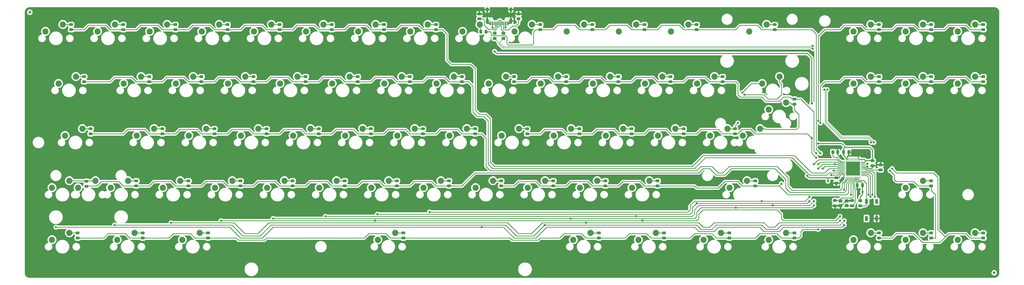
<source format=gbl>
G04 #@! TF.GenerationSoftware,KiCad,Pcbnew,(6.0.2)*
G04 #@! TF.CreationDate,2022-02-20T18:10:59+01:00*
G04 #@! TF.ProjectId,Frooastboard Walnut,46726f6f-6173-4746-926f-617264205761,rev?*
G04 #@! TF.SameCoordinates,Original*
G04 #@! TF.FileFunction,Copper,L2,Bot*
G04 #@! TF.FilePolarity,Positive*
%FSLAX46Y46*%
G04 Gerber Fmt 4.6, Leading zero omitted, Abs format (unit mm)*
G04 Created by KiCad (PCBNEW (6.0.2)) date 2022-02-20 18:10:59*
%MOMM*%
%LPD*%
G01*
G04 APERTURE LIST*
G04 Aperture macros list*
%AMRoundRect*
0 Rectangle with rounded corners*
0 $1 Rounding radius*
0 $2 $3 $4 $5 $6 $7 $8 $9 X,Y pos of 4 corners*
0 Add a 4 corners polygon primitive as box body*
4,1,4,$2,$3,$4,$5,$6,$7,$8,$9,$2,$3,0*
0 Add four circle primitives for the rounded corners*
1,1,$1+$1,$2,$3*
1,1,$1+$1,$4,$5*
1,1,$1+$1,$6,$7*
1,1,$1+$1,$8,$9*
0 Add four rect primitives between the rounded corners*
20,1,$1+$1,$2,$3,$4,$5,0*
20,1,$1+$1,$4,$5,$6,$7,0*
20,1,$1+$1,$6,$7,$8,$9,0*
20,1,$1+$1,$8,$9,$2,$3,0*%
G04 Aperture macros list end*
G04 #@! TA.AperFunction,ComponentPad*
%ADD10C,2.250000*%
G04 #@! TD*
G04 #@! TA.AperFunction,SMDPad,CuDef*
%ADD11C,1.000000*%
G04 #@! TD*
G04 #@! TA.AperFunction,SMDPad,CuDef*
%ADD12RoundRect,0.243750X0.456250X-0.243750X0.456250X0.243750X-0.456250X0.243750X-0.456250X-0.243750X0*%
G04 #@! TD*
G04 #@! TA.AperFunction,SMDPad,CuDef*
%ADD13R,1.100000X1.800000*%
G04 #@! TD*
G04 #@! TA.AperFunction,SMDPad,CuDef*
%ADD14RoundRect,0.250000X0.450000X-0.262500X0.450000X0.262500X-0.450000X0.262500X-0.450000X-0.262500X0*%
G04 #@! TD*
G04 #@! TA.AperFunction,SMDPad,CuDef*
%ADD15RoundRect,0.062500X0.475000X0.062500X-0.475000X0.062500X-0.475000X-0.062500X0.475000X-0.062500X0*%
G04 #@! TD*
G04 #@! TA.AperFunction,SMDPad,CuDef*
%ADD16RoundRect,0.062500X0.062500X0.475000X-0.062500X0.475000X-0.062500X-0.475000X0.062500X-0.475000X0*%
G04 #@! TD*
G04 #@! TA.AperFunction,SMDPad,CuDef*
%ADD17R,5.200000X5.200000*%
G04 #@! TD*
G04 #@! TA.AperFunction,SMDPad,CuDef*
%ADD18RoundRect,0.250000X-0.475000X0.250000X-0.475000X-0.250000X0.475000X-0.250000X0.475000X0.250000X0*%
G04 #@! TD*
G04 #@! TA.AperFunction,SMDPad,CuDef*
%ADD19RoundRect,0.243750X-0.456250X0.243750X-0.456250X-0.243750X0.456250X-0.243750X0.456250X0.243750X0*%
G04 #@! TD*
G04 #@! TA.AperFunction,SMDPad,CuDef*
%ADD20R,0.600000X1.450000*%
G04 #@! TD*
G04 #@! TA.AperFunction,SMDPad,CuDef*
%ADD21R,0.300000X1.450000*%
G04 #@! TD*
G04 #@! TA.AperFunction,ComponentPad*
%ADD22O,1.000000X1.600000*%
G04 #@! TD*
G04 #@! TA.AperFunction,ComponentPad*
%ADD23O,1.000000X2.100000*%
G04 #@! TD*
G04 #@! TA.AperFunction,SMDPad,CuDef*
%ADD24RoundRect,0.250000X-0.262500X-0.450000X0.262500X-0.450000X0.262500X0.450000X-0.262500X0.450000X0*%
G04 #@! TD*
G04 #@! TA.AperFunction,SMDPad,CuDef*
%ADD25R,1.400000X1.200000*%
G04 #@! TD*
G04 #@! TA.AperFunction,SMDPad,CuDef*
%ADD26RoundRect,0.250000X0.475000X-0.250000X0.475000X0.250000X-0.475000X0.250000X-0.475000X-0.250000X0*%
G04 #@! TD*
G04 #@! TA.AperFunction,SMDPad,CuDef*
%ADD27RoundRect,0.250000X0.250000X0.475000X-0.250000X0.475000X-0.250000X-0.475000X0.250000X-0.475000X0*%
G04 #@! TD*
G04 #@! TA.AperFunction,SMDPad,CuDef*
%ADD28RoundRect,0.250000X-0.250000X-0.475000X0.250000X-0.475000X0.250000X0.475000X-0.250000X0.475000X0*%
G04 #@! TD*
G04 #@! TA.AperFunction,SMDPad,CuDef*
%ADD29RoundRect,0.243750X0.243750X0.456250X-0.243750X0.456250X-0.243750X-0.456250X0.243750X-0.456250X0*%
G04 #@! TD*
G04 #@! TA.AperFunction,ViaPad*
%ADD30C,0.800000*%
G04 #@! TD*
G04 #@! TA.AperFunction,Conductor*
%ADD31C,0.300000*%
G04 #@! TD*
G04 #@! TA.AperFunction,Conductor*
%ADD32C,0.380000*%
G04 #@! TD*
G04 #@! TA.AperFunction,Conductor*
%ADD33C,0.250000*%
G04 #@! TD*
G04 #@! TA.AperFunction,Conductor*
%ADD34C,0.200000*%
G04 #@! TD*
G04 APERTURE END LIST*
D10*
X360521250Y-28416250D03*
X366871250Y-25876250D03*
X227171250Y-47466250D03*
X233521250Y-44926250D03*
X222408750Y-85566250D03*
X228758750Y-83026250D03*
X208121250Y-47466250D03*
X214471250Y-44926250D03*
X241458750Y-85566250D03*
X247808750Y-83026250D03*
X70008750Y-85566250D03*
X76358750Y-83026250D03*
X117633750Y-66516250D03*
X123983750Y-63976250D03*
X246221250Y-47466250D03*
X252571250Y-44926250D03*
X243840000Y-104616250D03*
X250190000Y-102076250D03*
X31908750Y-47466250D03*
X38258750Y-44926250D03*
X93821250Y-47466250D03*
X100171250Y-44926250D03*
X217646250Y-28416250D03*
X223996250Y-25876250D03*
X112871250Y-47466250D03*
X119221250Y-44926250D03*
X165258750Y-85566250D03*
X171608750Y-83026250D03*
X198596250Y-28416250D03*
X204946250Y-25876250D03*
X193833750Y-66516250D03*
X200183750Y-63976250D03*
X203358750Y-85566250D03*
X209708750Y-83026250D03*
X146208750Y-85566250D03*
X152558750Y-83026250D03*
X89058750Y-85566250D03*
X95408750Y-83026250D03*
X122396250Y-28416250D03*
X128746250Y-25876250D03*
X322421250Y-28416250D03*
X328771250Y-25876250D03*
X231933750Y-66516250D03*
X238283750Y-63976250D03*
X148590000Y-104616250D03*
X154940000Y-102076250D03*
X179546250Y-28416250D03*
X185896250Y-25876250D03*
X250983750Y-66516250D03*
X257333750Y-63976250D03*
X265271250Y-47466250D03*
X271621250Y-44926250D03*
X360521250Y-104616250D03*
X366871250Y-102076250D03*
X34290000Y-66516250D03*
X40640000Y-63976250D03*
X322421250Y-104616250D03*
X328771250Y-102076250D03*
X46196250Y-28416250D03*
X52546250Y-25876250D03*
X53340000Y-104616250D03*
X59690000Y-102076250D03*
X136683750Y-66516250D03*
X143033750Y-63976250D03*
X284321250Y-28416250D03*
X290671250Y-25876250D03*
X189071250Y-47466250D03*
X195421250Y-44926250D03*
X322421250Y-47466250D03*
X328771250Y-44926250D03*
X184308750Y-85566250D03*
X190658750Y-83026250D03*
X60483750Y-66516250D03*
X66833750Y-63976250D03*
X174783750Y-66516250D03*
X181133750Y-63976250D03*
X108108750Y-85566250D03*
X114458750Y-83026250D03*
X281940000Y-66516250D03*
X288290000Y-63976250D03*
X29527500Y-104616250D03*
X35877500Y-102076250D03*
X65246250Y-28416250D03*
X71596250Y-25876250D03*
X74771250Y-47466250D03*
X81121250Y-44926250D03*
X103346250Y-28416250D03*
X109696250Y-25876250D03*
X270033750Y-66516250D03*
X276383750Y-63976250D03*
X341471250Y-28416250D03*
X347821250Y-25876250D03*
X220027500Y-104616250D03*
X226377500Y-102076250D03*
X160496250Y-28416250D03*
X166846250Y-25876250D03*
X50958750Y-85566250D03*
X57308750Y-83026250D03*
X84296250Y-28416250D03*
X90646250Y-25876250D03*
X79533750Y-66516250D03*
X85883750Y-63976250D03*
X98583750Y-66516250D03*
X104933750Y-63976250D03*
X236696250Y-28416250D03*
X243046250Y-25876250D03*
X141446250Y-28416250D03*
X147796250Y-25876250D03*
X267652500Y-104616250D03*
X274002500Y-102076250D03*
X212883750Y-66516250D03*
X219233750Y-63976250D03*
X39052500Y-85566250D03*
X45402500Y-83026250D03*
X291465000Y-56991250D03*
X297815000Y-54451250D03*
X127158750Y-85566250D03*
X133508750Y-83026250D03*
X29527500Y-85566250D03*
X35877500Y-83026250D03*
X289083750Y-47466250D03*
X295433750Y-44926250D03*
X360521250Y-47466250D03*
X366871250Y-44926250D03*
X341471250Y-85566250D03*
X347821250Y-83026250D03*
X170021250Y-47466250D03*
X176371250Y-44926250D03*
X55721250Y-47466250D03*
X62071250Y-44926250D03*
X341471250Y-47466250D03*
X347821250Y-44926250D03*
X291465000Y-104616250D03*
X297815000Y-102076250D03*
X155733750Y-66516250D03*
X162083750Y-63976250D03*
X150971250Y-47466250D03*
X157321250Y-44926250D03*
X341471250Y-104616250D03*
X347821250Y-102076250D03*
X27146250Y-28416250D03*
X33496250Y-25876250D03*
X77152500Y-104616250D03*
X83502500Y-102076250D03*
X255746250Y-28416250D03*
X262096250Y-25876250D03*
X277177500Y-85566250D03*
X283527500Y-83026250D03*
X131921250Y-47466250D03*
X138271250Y-44926250D03*
D11*
X373856250Y-116681250D03*
D12*
X174625000Y-84931250D03*
X174625000Y-83056250D03*
X131762500Y-27781250D03*
X131762500Y-25906250D03*
X250825000Y-84931250D03*
X250825000Y-83056250D03*
X279150000Y-65881250D03*
X279150000Y-64006250D03*
X65087500Y-46831250D03*
X65087500Y-44956250D03*
X277018750Y-103981250D03*
X277018750Y-102106250D03*
X231775000Y-84931250D03*
X231775000Y-83056250D03*
X369887500Y-27781250D03*
X369887500Y-25906250D03*
X60325000Y-84931250D03*
X60325000Y-83056250D03*
X136525000Y-84931250D03*
X136525000Y-83056250D03*
X331787500Y-103981250D03*
X331787500Y-102106250D03*
D13*
X327200000Y-90637500D03*
X330900000Y-96837500D03*
X330900000Y-90637500D03*
X327200000Y-96837500D03*
D12*
X43656250Y-65881250D03*
X43656250Y-64006250D03*
X38893750Y-103981250D03*
X38893750Y-102106250D03*
X150812500Y-27781250D03*
X150812500Y-25906250D03*
D14*
X194468750Y-30956250D03*
X194468750Y-29131250D03*
D12*
X350837500Y-27781250D03*
X350837500Y-25906250D03*
D15*
X325600000Y-76081250D03*
X325600000Y-76581250D03*
X325600000Y-77081250D03*
X325600000Y-77581250D03*
X325600000Y-78081250D03*
X325600000Y-78581250D03*
X325600000Y-79081250D03*
X325600000Y-79581250D03*
X325600000Y-80081250D03*
X325600000Y-80581250D03*
X325600000Y-81081250D03*
D16*
X324762500Y-81918750D03*
X324262500Y-81918750D03*
X323762500Y-81918750D03*
X323262500Y-81918750D03*
X322762500Y-81918750D03*
X322262500Y-81918750D03*
X321762500Y-81918750D03*
X321262500Y-81918750D03*
X320762500Y-81918750D03*
X320262500Y-81918750D03*
X319762500Y-81918750D03*
D15*
X318925000Y-81081250D03*
X318925000Y-80581250D03*
X318925000Y-80081250D03*
X318925000Y-79581250D03*
X318925000Y-79081250D03*
X318925000Y-78581250D03*
X318925000Y-78081250D03*
X318925000Y-77581250D03*
X318925000Y-77081250D03*
X318925000Y-76581250D03*
X318925000Y-76081250D03*
D16*
X319762500Y-75243750D03*
X320262500Y-75243750D03*
X320762500Y-75243750D03*
X321262500Y-75243750D03*
X321762500Y-75243750D03*
X322262500Y-75243750D03*
X322762500Y-75243750D03*
X323262500Y-75243750D03*
X323762500Y-75243750D03*
X324262500Y-75243750D03*
X324762500Y-75243750D03*
D17*
X322262500Y-78581250D03*
D12*
X160337500Y-46831250D03*
X160337500Y-44956250D03*
X274637500Y-46831250D03*
X274637500Y-44956250D03*
D14*
X200025000Y-23812500D03*
X200025000Y-21987500D03*
D12*
X300831250Y-103981250D03*
X300831250Y-102106250D03*
X157956250Y-103981250D03*
X157956250Y-102106250D03*
X79375000Y-84931250D03*
X79375000Y-83056250D03*
D18*
X316200000Y-82000000D03*
X316200000Y-83900000D03*
D19*
X300831250Y-53181250D03*
X300831250Y-55056250D03*
D12*
X369887500Y-46831250D03*
X369887500Y-44956250D03*
X260350000Y-65881250D03*
X260350000Y-64006250D03*
D11*
X21431250Y-21431250D03*
D12*
X141287500Y-46831250D03*
X141287500Y-44956250D03*
X286543750Y-84931250D03*
X286543750Y-83056250D03*
X265112500Y-27781250D03*
X265112500Y-25906250D03*
D20*
X189656250Y-25521250D03*
X190431250Y-25521250D03*
D21*
X191131250Y-25521250D03*
X191631250Y-25521250D03*
X192131250Y-25521250D03*
X192631250Y-25521250D03*
X193131250Y-25521250D03*
X193631250Y-25521250D03*
X194131250Y-25521250D03*
X194631250Y-25521250D03*
D20*
X195331250Y-25521250D03*
X196106250Y-25521250D03*
D22*
X197201250Y-20426250D03*
X188561250Y-20426250D03*
D23*
X197201250Y-24606250D03*
X188561250Y-24606250D03*
D12*
X36512500Y-27781250D03*
X36512500Y-25906250D03*
X222250000Y-65881250D03*
X222250000Y-64006250D03*
X155575000Y-84931250D03*
X155575000Y-83056250D03*
X227012500Y-27781250D03*
X227012500Y-25906250D03*
X350837500Y-46831250D03*
X350837500Y-44956250D03*
X198437500Y-46831250D03*
X198437500Y-44956250D03*
X84137500Y-46831250D03*
X84137500Y-44956250D03*
X253206250Y-103981250D03*
X253206250Y-102106250D03*
X62706250Y-103981250D03*
X62706250Y-102106250D03*
X350837500Y-103981250D03*
X350837500Y-102106250D03*
X246062500Y-27781250D03*
X246062500Y-25906250D03*
X165100000Y-65881250D03*
X165100000Y-64006250D03*
X127000000Y-65881250D03*
X127000000Y-64006250D03*
X169862500Y-27781250D03*
X169862500Y-25906250D03*
X331787500Y-27781250D03*
X331787500Y-25906250D03*
X112712500Y-27781250D03*
X112712500Y-25906250D03*
X93662500Y-27781250D03*
X93662500Y-25906250D03*
X207962500Y-27781250D03*
X207962500Y-25906250D03*
D14*
X185737500Y-23812500D03*
X185737500Y-21987500D03*
D24*
X314875000Y-72600000D03*
X316700000Y-72600000D03*
D12*
X229393750Y-103981250D03*
X229393750Y-102106250D03*
D25*
X317700000Y-90387500D03*
X319900000Y-90387500D03*
X319900000Y-92087500D03*
X317700000Y-92087500D03*
D12*
X88900000Y-65881250D03*
X88900000Y-64006250D03*
D26*
X321900000Y-92187500D03*
X321900000Y-90287500D03*
D12*
X255587500Y-46831250D03*
X255587500Y-44956250D03*
D27*
X325700000Y-84700000D03*
X323800000Y-84700000D03*
D12*
X98425000Y-84931250D03*
X98425000Y-83056250D03*
X122237500Y-46831250D03*
X122237500Y-44956250D03*
D14*
X324900000Y-92200000D03*
X324900000Y-90375000D03*
D12*
X86518750Y-103981250D03*
X86518750Y-102106250D03*
X103187500Y-46831250D03*
X103187500Y-44956250D03*
X217487500Y-46831250D03*
X217487500Y-44956250D03*
X74612500Y-27781250D03*
X74612500Y-25906250D03*
X41275000Y-46831250D03*
X41275000Y-44956250D03*
X69850000Y-65881250D03*
X69850000Y-64006250D03*
X55562500Y-27781250D03*
X55562500Y-25906250D03*
X241300000Y-65881250D03*
X241300000Y-64006250D03*
X193675000Y-84931250D03*
X193675000Y-83056250D03*
D28*
X318800000Y-72600000D03*
X320700000Y-72600000D03*
D12*
X236537500Y-46831250D03*
X236537500Y-44956250D03*
X331787500Y-46831250D03*
X331787500Y-44956250D03*
X350837500Y-84931250D03*
X350837500Y-83056250D03*
X146050000Y-65881250D03*
X146050000Y-64006250D03*
D29*
X188118750Y-28575000D03*
X186243750Y-28575000D03*
D12*
X107950000Y-65881250D03*
X107950000Y-64006250D03*
D18*
X329400000Y-75700000D03*
X329400000Y-77600000D03*
X332300000Y-77200000D03*
X332300000Y-79100000D03*
X315700000Y-90287500D03*
X315700000Y-92187500D03*
D12*
X293687500Y-27781250D03*
X293687500Y-25906250D03*
X369887500Y-103981250D03*
X369887500Y-102106250D03*
X117475000Y-84931250D03*
X117475000Y-83056250D03*
X184150000Y-65881250D03*
X184150000Y-64006250D03*
X42068750Y-85075000D03*
X42068750Y-83200000D03*
X203200000Y-65881250D03*
X203200000Y-64006250D03*
D14*
X191293750Y-30956250D03*
X191293750Y-29131250D03*
D12*
X179387500Y-46831250D03*
X179387500Y-44956250D03*
X212725000Y-84931250D03*
X212725000Y-83056250D03*
D30*
X314200000Y-84300000D03*
X322000000Y-73200000D03*
X323787000Y-86142055D03*
X317700000Y-74600000D03*
X325700000Y-87100000D03*
X309500000Y-69400000D03*
X305500000Y-81200000D03*
X195262500Y-26987500D03*
X191293750Y-35718750D03*
X307181250Y-54768750D03*
X190500000Y-26975500D03*
X313100000Y-83200000D03*
X321468750Y-88106250D03*
X309562500Y-100806250D03*
X310356250Y-73025000D03*
X315118750Y-79375000D03*
X336550000Y-78581250D03*
X314325000Y-80962500D03*
X308768750Y-73025000D03*
X335756250Y-79375000D03*
X318972076Y-86403326D03*
X308768750Y-74612500D03*
X309562500Y-61118750D03*
X307181250Y-67468750D03*
X310356250Y-61912500D03*
X296068750Y-84137500D03*
X280193750Y-61912500D03*
X282575000Y-51593750D03*
X307975000Y-92075000D03*
X311150000Y-78581250D03*
X281781250Y-50800000D03*
X279400000Y-92868750D03*
X219075000Y-96837500D03*
X110331250Y-96837500D03*
X319087500Y-97631250D03*
X52387500Y-99218750D03*
X329406250Y-88106250D03*
X209550000Y-99218750D03*
X245268750Y-97631250D03*
X317500000Y-96043750D03*
X147637500Y-97631250D03*
X327924500Y-88106250D03*
X91281250Y-97631250D03*
X73025000Y-98425000D03*
X317500000Y-97631250D03*
X328640591Y-88904318D03*
X224631250Y-98425000D03*
X307975000Y-90487500D03*
X292893750Y-92075000D03*
X129381250Y-96043750D03*
X242887500Y-96043750D03*
X315618750Y-76981250D03*
X309562500Y-78581250D03*
X306387500Y-90487500D03*
X148431250Y-95250000D03*
X309562500Y-76993750D03*
X265112500Y-91281250D03*
X306387500Y-88900000D03*
X307975000Y-76993750D03*
X167481250Y-94456250D03*
X288925000Y-90487500D03*
X186531250Y-100012500D03*
X330200000Y-88900000D03*
X319087500Y-99218750D03*
X30956250Y-100012500D03*
X327551643Y-76806250D03*
X328875000Y-69000000D03*
X307500000Y-34725000D03*
X311775000Y-49700000D03*
X327551643Y-77856250D03*
X329925000Y-69000000D03*
X307500000Y-33675000D03*
X312825000Y-49700000D03*
D31*
X188561250Y-25048750D02*
X188561250Y-24606250D01*
X317700000Y-92087500D02*
X317999022Y-92087500D01*
X329400000Y-77600000D02*
X329400000Y-78400000D01*
X322000000Y-73200000D02*
X321400000Y-72600000D01*
X330600000Y-77600000D02*
X331000000Y-77200000D01*
X319699022Y-90387500D02*
X319900000Y-90387500D01*
X323800000Y-83700000D02*
X323800000Y-84700000D01*
X317500000Y-83900000D02*
X318925000Y-82475000D01*
X189033750Y-25521250D02*
X188561250Y-25048750D01*
X314600000Y-83900000D02*
X314200000Y-84300000D01*
X196728750Y-25521250D02*
X197201250Y-25048750D01*
X196106250Y-25521250D02*
X196728750Y-25521250D01*
X324262500Y-75243750D02*
X324262500Y-74462500D01*
X323700000Y-73900000D02*
X320700000Y-73900000D01*
X197201250Y-25048750D02*
X197201250Y-24606250D01*
X320450000Y-74150000D02*
X320700000Y-73900000D01*
X315700000Y-92187500D02*
X317600000Y-92187500D01*
X317999022Y-92087500D02*
X319699022Y-90387500D01*
X320262500Y-74337500D02*
X320450000Y-74150000D01*
X329400000Y-77600000D02*
X330600000Y-77600000D01*
X320262500Y-75243750D02*
X320262500Y-74337500D01*
X329194239Y-78605761D02*
X327205761Y-78605761D01*
X323262500Y-83162500D02*
X323800000Y-83700000D01*
X189656250Y-25521250D02*
X189033750Y-25521250D01*
X321400000Y-72600000D02*
X320700000Y-72600000D01*
X316700000Y-72600000D02*
X316700000Y-73600000D01*
X329400000Y-78400000D02*
X329194239Y-78605761D01*
X319900000Y-90387500D02*
X321800000Y-90387500D01*
X324262500Y-74462500D02*
X323700000Y-73900000D01*
X323800000Y-86129055D02*
X323787000Y-86142055D01*
X316700000Y-73600000D02*
X317700000Y-74600000D01*
D32*
X317900000Y-92087500D02*
X317700000Y-92087500D01*
D31*
X316200000Y-83900000D02*
X317500000Y-83900000D01*
X320700000Y-73900000D02*
X320700000Y-72600000D01*
X316200000Y-83900000D02*
X314600000Y-83900000D01*
X323800000Y-84700000D02*
X323800000Y-86129055D01*
X321800000Y-90387500D02*
X321900000Y-90287500D01*
X326681250Y-78081250D02*
X325600000Y-78081250D01*
X323262500Y-81918750D02*
X323262500Y-83162500D01*
X318925000Y-82475000D02*
X318925000Y-81081250D01*
X331000000Y-77200000D02*
X332300000Y-77200000D01*
X327205761Y-78605761D02*
X326681250Y-78081250D01*
D33*
X326900000Y-79100000D02*
X332300000Y-79100000D01*
X326381250Y-78581250D02*
X326900000Y-79100000D01*
X325600000Y-78581250D02*
X326381250Y-78581250D01*
X322000000Y-89287500D02*
X322262500Y-89025000D01*
X315700000Y-90287500D02*
X317600000Y-90287500D01*
X317700000Y-90387500D02*
X317700000Y-89587500D01*
X317600000Y-90287500D02*
X317700000Y-90387500D01*
X322262500Y-89025000D02*
X322262500Y-81918750D01*
X318000000Y-89287500D02*
X322000000Y-89287500D01*
X317700000Y-89587500D02*
X318000000Y-89287500D01*
X323062500Y-91025000D02*
X323062500Y-85962500D01*
X321900000Y-92187500D02*
X323062500Y-91025000D01*
X321900000Y-92187500D02*
X320000000Y-92187500D01*
X323062500Y-85962500D02*
X322762500Y-85662500D01*
X322762500Y-85662500D02*
X322762500Y-81918750D01*
X320000000Y-92187500D02*
X319900000Y-92087500D01*
D31*
X313100000Y-83200000D02*
X313100000Y-82000000D01*
X318800000Y-73700000D02*
X318800000Y-72600000D01*
X328400000Y-70800000D02*
X319500000Y-70800000D01*
X326900000Y-75700000D02*
X329400000Y-75700000D01*
X313100000Y-82000000D02*
X306300000Y-82000000D01*
X326600000Y-76000000D02*
X326900000Y-75700000D01*
X307181250Y-38100000D02*
X305593750Y-36512500D01*
X192087500Y-36512500D02*
X191293750Y-35718750D01*
X325600000Y-76581250D02*
X326418750Y-76581250D01*
X195331250Y-25521250D02*
X195331250Y-26918750D01*
X319500000Y-70800000D02*
X318100000Y-69400000D01*
X319762500Y-74662500D02*
X318800000Y-73700000D01*
X317400000Y-81800000D02*
X317200000Y-82000000D01*
X326418750Y-76581250D02*
X326600000Y-76400000D01*
X326600000Y-76400000D02*
X326600000Y-76000000D01*
X325700000Y-84700000D02*
X325700000Y-87100000D01*
X318118750Y-80581250D02*
X317400000Y-81300000D01*
X318100000Y-69400000D02*
X309500000Y-69400000D01*
X326443750Y-75243750D02*
X326900000Y-75700000D01*
X190500000Y-25590000D02*
X190431250Y-25521250D01*
X324328928Y-83400000D02*
X325400000Y-83400000D01*
X212725000Y-36512500D02*
X192087500Y-36512500D01*
X317200000Y-82000000D02*
X316200000Y-82000000D01*
X329400000Y-71800000D02*
X328400000Y-70800000D01*
X329400000Y-75700000D02*
X329400000Y-71800000D01*
X323762500Y-81918750D02*
X323762500Y-82833572D01*
X325400000Y-83400000D02*
X325700000Y-83700000D01*
X316200000Y-82000000D02*
X313100000Y-82000000D01*
X318800000Y-71500000D02*
X318800000Y-72600000D01*
X324900000Y-88900000D02*
X325700000Y-88100000D01*
X306300000Y-82000000D02*
X305500000Y-81200000D01*
X318925000Y-80581250D02*
X318118750Y-80581250D01*
X325700000Y-88100000D02*
X325700000Y-87100000D01*
X325700000Y-83700000D02*
X325700000Y-84700000D01*
X319762500Y-75243750D02*
X319762500Y-74662500D01*
X190500000Y-26975500D02*
X190500000Y-25590000D01*
X307181250Y-54768750D02*
X307181250Y-38100000D01*
X319500000Y-70800000D02*
X318800000Y-71500000D01*
X195331250Y-26918750D02*
X195262500Y-26987500D01*
X324900000Y-90375000D02*
X324900000Y-88900000D01*
X324762500Y-75243750D02*
X326443750Y-75243750D01*
X323762500Y-82833572D02*
X324328928Y-83400000D01*
X305593750Y-36512500D02*
X212725000Y-36512500D01*
X317400000Y-81300000D02*
X317400000Y-81800000D01*
D33*
X138112500Y-26193750D02*
X144462500Y-26193750D01*
X311943750Y-80168750D02*
X313531250Y-78581250D01*
X169862500Y-27781250D02*
X172243750Y-27781250D01*
X61912500Y-26193750D02*
X68262500Y-26193750D01*
X93662500Y-27781250D02*
X98425000Y-27781250D01*
X80962500Y-26193750D02*
X87312500Y-26193750D01*
X163512500Y-26193750D02*
X165100000Y-27781250D01*
X106362500Y-26193750D02*
X107950000Y-27781250D01*
X157162500Y-26193750D02*
X163512500Y-26193750D01*
X172243750Y-27781250D02*
X173831250Y-29368750D01*
X136525000Y-27781250D02*
X138112500Y-26193750D01*
X88900000Y-27781250D02*
X93662500Y-27781250D01*
X125412500Y-26193750D02*
X127000000Y-27781250D01*
X107950000Y-27781250D02*
X112712500Y-27781250D01*
X42862500Y-26193750D02*
X49212500Y-26193750D01*
X307181250Y-80168750D02*
X311943750Y-80168750D01*
X188118750Y-58737500D02*
X189706250Y-60325000D01*
X98425000Y-27781250D02*
X100012500Y-26193750D01*
X60325000Y-27781250D02*
X61912500Y-26193750D01*
X87312500Y-26193750D02*
X88900000Y-27781250D01*
X68262500Y-26193750D02*
X69850000Y-27781250D01*
X175418750Y-40481250D02*
X182562500Y-40481250D01*
X50800000Y-27781250D02*
X55562500Y-27781250D01*
X119062500Y-26193750D02*
X125412500Y-26193750D01*
X100012500Y-26193750D02*
X106362500Y-26193750D01*
X146050000Y-27781250D02*
X150812500Y-27781250D01*
X150812500Y-27781250D02*
X155575000Y-27781250D01*
X182562500Y-40481250D02*
X184150000Y-42068750D01*
X189706250Y-60325000D02*
X189706250Y-76200000D01*
X74612500Y-27781250D02*
X79375000Y-27781250D01*
X55562500Y-27781250D02*
X60325000Y-27781250D01*
X69850000Y-27781250D02*
X74612500Y-27781250D01*
X184150000Y-42068750D02*
X184150000Y-57150000D01*
X267493750Y-73818750D02*
X300831250Y-73818750D01*
X191293750Y-77787500D02*
X263525000Y-77787500D01*
X127000000Y-27781250D02*
X131762500Y-27781250D01*
X79375000Y-27781250D02*
X80962500Y-26193750D01*
X112712500Y-27781250D02*
X117475000Y-27781250D01*
X144462500Y-26193750D02*
X146050000Y-27781250D01*
X36512500Y-27781250D02*
X41275000Y-27781250D01*
X49212500Y-26193750D02*
X50800000Y-27781250D01*
X41275000Y-27781250D02*
X42862500Y-26193750D01*
X173831250Y-29368750D02*
X173831250Y-38893750D01*
X313531250Y-78581250D02*
X318925000Y-78581250D01*
X185737500Y-58737500D02*
X188118750Y-58737500D01*
X300831250Y-73818750D02*
X307181250Y-80168750D01*
X173831250Y-38893750D02*
X175418750Y-40481250D01*
X263525000Y-77787500D02*
X267493750Y-73818750D01*
X189706250Y-76200000D02*
X191293750Y-77787500D01*
X184150000Y-57150000D02*
X185737500Y-58737500D01*
X131762500Y-27781250D02*
X136525000Y-27781250D01*
X117475000Y-27781250D02*
X119062500Y-26193750D01*
X165100000Y-27781250D02*
X169862500Y-27781250D01*
X155575000Y-27781250D02*
X157162500Y-26193750D01*
X33496250Y-25876250D02*
X36482500Y-25876250D01*
X36482500Y-25876250D02*
X36512500Y-25906250D01*
X268287500Y-74612500D02*
X300037500Y-74612500D01*
X300037500Y-74612500D02*
X306387500Y-80962500D01*
X84137500Y-46831250D02*
X88900000Y-46831250D01*
X313518750Y-80181250D02*
X316818750Y-80181250D01*
X141287500Y-46831250D02*
X146050000Y-46831250D01*
X188912500Y-76993750D02*
X190500000Y-78581250D01*
X52387500Y-45243750D02*
X58737500Y-45243750D01*
X165100000Y-46831250D02*
X166687500Y-45243750D01*
X65087500Y-46831250D02*
X69850000Y-46831250D01*
X183356250Y-57943750D02*
X184943750Y-59531250D01*
X306387500Y-80962500D02*
X312737500Y-80962500D01*
X188912500Y-61118750D02*
X188912500Y-76993750D01*
X174625000Y-46831250D02*
X179387500Y-46831250D01*
X96837500Y-45243750D02*
X98425000Y-46831250D01*
X312737500Y-80962500D02*
X313518750Y-80181250D01*
X79375000Y-46831250D02*
X84137500Y-46831250D01*
X136525000Y-46831250D02*
X141287500Y-46831250D01*
X103187500Y-46831250D02*
X107950000Y-46831250D01*
X50800000Y-46831250D02*
X52387500Y-45243750D01*
X181768750Y-46831250D02*
X183356250Y-48418750D01*
X77787500Y-45243750D02*
X79375000Y-46831250D01*
X127000000Y-46831250D02*
X128587500Y-45243750D01*
X98425000Y-46831250D02*
X103187500Y-46831250D01*
X107950000Y-46831250D02*
X109537500Y-45243750D01*
X115887500Y-45243750D02*
X117475000Y-46831250D01*
X264318750Y-78581250D02*
X268287500Y-74612500D01*
X146050000Y-46831250D02*
X147637500Y-45243750D01*
X173037500Y-45243750D02*
X174625000Y-46831250D01*
X128587500Y-45243750D02*
X134937500Y-45243750D01*
X155575000Y-46831250D02*
X160337500Y-46831250D01*
X109537500Y-45243750D02*
X115887500Y-45243750D01*
X147637500Y-45243750D02*
X153987500Y-45243750D01*
X190500000Y-78581250D02*
X264318750Y-78581250D01*
X41275000Y-46831250D02*
X50800000Y-46831250D01*
X153987500Y-45243750D02*
X155575000Y-46831250D01*
X179387500Y-46831250D02*
X181768750Y-46831250D01*
X60325000Y-46831250D02*
X65087500Y-46831250D01*
X88900000Y-46831250D02*
X90487500Y-45243750D01*
X183356250Y-48418750D02*
X183356250Y-57943750D01*
X187325000Y-59531250D02*
X188912500Y-61118750D01*
X71437500Y-45243750D02*
X77787500Y-45243750D01*
X122237500Y-46831250D02*
X127000000Y-46831250D01*
X117475000Y-46831250D02*
X122237500Y-46831250D01*
X166687500Y-45243750D02*
X173037500Y-45243750D01*
X316818750Y-80181250D02*
X317418750Y-79581250D01*
X58737500Y-45243750D02*
X60325000Y-46831250D01*
X90487500Y-45243750D02*
X96837500Y-45243750D01*
X69850000Y-46831250D02*
X71437500Y-45243750D01*
X184943750Y-59531250D02*
X187325000Y-59531250D01*
X134937500Y-45243750D02*
X136525000Y-46831250D01*
X160337500Y-46831250D02*
X165100000Y-46831250D01*
X317418750Y-79581250D02*
X318925000Y-79581250D01*
X41245000Y-44926250D02*
X41275000Y-44956250D01*
X38258750Y-44926250D02*
X41245000Y-44926250D01*
X298450000Y-81756250D02*
X298450000Y-84931250D01*
X88900000Y-65881250D02*
X93662500Y-65881250D01*
X165100000Y-65881250D02*
X169862500Y-65881250D01*
X95250000Y-64293750D02*
X101600000Y-64293750D01*
X93662500Y-65881250D02*
X95250000Y-64293750D01*
X65087500Y-65881250D02*
X69850000Y-65881250D01*
X84137500Y-65881250D02*
X88900000Y-65881250D01*
X131762500Y-65881250D02*
X133350000Y-64293750D01*
X76200000Y-64293750D02*
X82550000Y-64293750D01*
X184150000Y-65881250D02*
X186531250Y-65881250D01*
X133350000Y-64293750D02*
X139700000Y-64293750D01*
X186531250Y-65881250D02*
X188118750Y-67468750D01*
X57150000Y-64293750D02*
X63500000Y-64293750D01*
X294481250Y-77787500D02*
X298450000Y-81756250D01*
X114300000Y-64293750D02*
X120650000Y-64293750D01*
X146050000Y-65881250D02*
X150812500Y-65881250D01*
X69850000Y-65881250D02*
X74612500Y-65881250D01*
X188118750Y-67468750D02*
X188118750Y-77787500D01*
X43656250Y-65881250D02*
X55562500Y-65881250D01*
X298450000Y-84931250D02*
X300037500Y-86518750D01*
X141287500Y-65881250D02*
X146050000Y-65881250D01*
X103187500Y-65881250D02*
X107950000Y-65881250D01*
X270668750Y-77787500D02*
X273050000Y-80168750D01*
X273050000Y-80168750D02*
X274637500Y-80168750D01*
X189706250Y-79375000D02*
X265112500Y-79375000D01*
X318262500Y-85756250D02*
X318262500Y-84101782D01*
X150812500Y-65881250D02*
X152400000Y-64293750D01*
X317500000Y-86518750D02*
X318262500Y-85756250D01*
X101600000Y-64293750D02*
X103187500Y-65881250D01*
X120650000Y-64293750D02*
X122237500Y-65881250D01*
X63500000Y-64293750D02*
X65087500Y-65881250D01*
X139700000Y-64293750D02*
X141287500Y-65881250D01*
X127000000Y-65881250D02*
X131762500Y-65881250D01*
X74612500Y-65881250D02*
X76200000Y-64293750D01*
X265112500Y-79375000D02*
X266700000Y-77787500D01*
X169862500Y-65881250D02*
X171450000Y-64293750D01*
X171450000Y-64293750D02*
X177800000Y-64293750D01*
X107950000Y-65881250D02*
X112712500Y-65881250D01*
X122237500Y-65881250D02*
X127000000Y-65881250D01*
X179387500Y-65881250D02*
X184150000Y-65881250D01*
X266700000Y-77787500D02*
X270668750Y-77787500D01*
X82550000Y-64293750D02*
X84137500Y-65881250D01*
X112712500Y-65881250D02*
X114300000Y-64293750D01*
X55562500Y-65881250D02*
X57150000Y-64293750D01*
X318262500Y-84101782D02*
X319762500Y-82601782D01*
X300037500Y-86518750D02*
X317500000Y-86518750D01*
X277018750Y-77787500D02*
X294481250Y-77787500D01*
X160337500Y-65881250D02*
X165100000Y-65881250D01*
X177800000Y-64293750D02*
X179387500Y-65881250D01*
X188118750Y-77787500D02*
X189706250Y-79375000D01*
X274637500Y-80168750D02*
X277018750Y-77787500D01*
X152400000Y-64293750D02*
X158750000Y-64293750D01*
X319762500Y-82601782D02*
X319762500Y-81918750D01*
X158750000Y-64293750D02*
X160337500Y-65881250D01*
X40640000Y-63976250D02*
X43626250Y-63976250D01*
X43626250Y-63976250D02*
X43656250Y-64006250D01*
X267493750Y-78581250D02*
X269875000Y-78581250D01*
X46037500Y-84931250D02*
X42212500Y-84931250D01*
X47625000Y-83343750D02*
X46037500Y-84931250D01*
X84137500Y-84931250D02*
X85725000Y-83343750D01*
X150812500Y-84931250D02*
X155575000Y-84931250D01*
X174625000Y-84931250D02*
X179387500Y-84931250D01*
X79375000Y-84931250D02*
X84137500Y-84931250D01*
X136525000Y-84931250D02*
X141287500Y-84931250D01*
X122237500Y-84931250D02*
X123825000Y-83343750D01*
X60325000Y-84931250D02*
X65087500Y-84931250D01*
X277812500Y-78581250D02*
X293687500Y-78581250D01*
X161925000Y-83343750D02*
X168275000Y-83343750D01*
X160337500Y-84931250D02*
X161925000Y-83343750D01*
X103187500Y-84931250D02*
X104775000Y-83343750D01*
X319087500Y-87312500D02*
X319862500Y-86537500D01*
X112712500Y-84931250D02*
X117475000Y-84931250D01*
X85725000Y-83343750D02*
X92075000Y-83343750D01*
X131762500Y-84931250D02*
X136525000Y-84931250D01*
X293687500Y-78581250D02*
X297656250Y-82550000D01*
X74612500Y-84931250D02*
X79375000Y-84931250D01*
X320762500Y-83137500D02*
X320762500Y-81918750D01*
X130175000Y-83343750D02*
X131762500Y-84931250D01*
X169862500Y-84931250D02*
X174625000Y-84931250D01*
X53975000Y-83343750D02*
X47625000Y-83343750D01*
X168275000Y-83343750D02*
X169862500Y-84931250D01*
X66675000Y-83343750D02*
X73025000Y-83343750D01*
X269875000Y-78581250D02*
X272256250Y-80962500D01*
X299243750Y-87312500D02*
X319087500Y-87312500D01*
X184150000Y-80168750D02*
X265906250Y-80168750D01*
X149225000Y-83343750D02*
X150812500Y-84931250D01*
X93662500Y-84931250D02*
X98425000Y-84931250D01*
X55562500Y-84931250D02*
X53975000Y-83343750D01*
X155575000Y-84931250D02*
X160337500Y-84931250D01*
X111125000Y-83343750D02*
X112712500Y-84931250D01*
X297656250Y-82550000D02*
X297656250Y-85725000D01*
X104775000Y-83343750D02*
X111125000Y-83343750D01*
X297656250Y-85725000D02*
X299243750Y-87312500D01*
X73025000Y-83343750D02*
X74612500Y-84931250D01*
X42212500Y-84931250D02*
X42068750Y-85075000D01*
X319862500Y-84037500D02*
X320762500Y-83137500D01*
X60325000Y-84931250D02*
X55562500Y-84931250D01*
X123825000Y-83343750D02*
X130175000Y-83343750D01*
X141287500Y-84931250D02*
X142875000Y-83343750D01*
X117475000Y-84931250D02*
X122237500Y-84931250D01*
X272256250Y-80962500D02*
X275431250Y-80962500D01*
X92075000Y-83343750D02*
X93662500Y-84931250D01*
X275431250Y-80962500D02*
X277812500Y-78581250D01*
X319862500Y-86537500D02*
X319862500Y-84037500D01*
X265906250Y-80168750D02*
X267493750Y-78581250D01*
X98425000Y-84931250D02*
X103187500Y-84931250D01*
X179387500Y-84931250D02*
X184150000Y-80168750D01*
X142875000Y-83343750D02*
X149225000Y-83343750D01*
X65087500Y-84931250D02*
X66675000Y-83343750D01*
X45402500Y-83026250D02*
X42242500Y-83026250D01*
X42242500Y-83026250D02*
X42068750Y-83200000D01*
X41895000Y-83026250D02*
X42068750Y-83200000D01*
X35877500Y-83026250D02*
X41895000Y-83026250D01*
X62706250Y-103981250D02*
X72231250Y-103981250D01*
X86518750Y-103981250D02*
X96837500Y-103981250D01*
X207962500Y-103981250D02*
X215106250Y-103981250D01*
X270668750Y-102393750D02*
X272256250Y-103981250D01*
X50006250Y-102393750D02*
X56356250Y-102393750D01*
X157956250Y-103981250D02*
X196850000Y-103981250D01*
X303212500Y-101600000D02*
X304006250Y-100806250D01*
X48418750Y-103981250D02*
X50006250Y-102393750D01*
X253206250Y-103981250D02*
X262731250Y-103981250D01*
X223043750Y-102393750D02*
X224631250Y-103981250D01*
X216693750Y-102393750D02*
X223043750Y-102393750D01*
X80168750Y-102393750D02*
X81756250Y-103981250D01*
X73818750Y-102393750D02*
X80168750Y-102393750D01*
X248443750Y-103981250D02*
X253206250Y-103981250D01*
X321468750Y-88106250D02*
X321462500Y-88100000D01*
X107156250Y-104775000D02*
X107950000Y-103981250D01*
X304006250Y-100806250D02*
X309562500Y-100806250D01*
X321462500Y-84137500D02*
X321762500Y-83837500D01*
X107950000Y-103981250D02*
X143668750Y-103981250D01*
X143668750Y-103981250D02*
X145256250Y-102393750D01*
X238918750Y-103981250D02*
X240506250Y-102393750D01*
X277018750Y-103981250D02*
X286543750Y-103981250D01*
X229393750Y-103981250D02*
X238918750Y-103981250D01*
X96837500Y-103981250D02*
X97631250Y-104775000D01*
X240506250Y-102393750D02*
X246856250Y-102393750D01*
X296068750Y-103981250D02*
X300831250Y-103981250D01*
X262731250Y-103981250D02*
X264318750Y-102393750D01*
X153193750Y-103981250D02*
X157956250Y-103981250D01*
X321762500Y-83837500D02*
X321762500Y-81918750D01*
X303212500Y-103187500D02*
X303212500Y-101600000D01*
X207168750Y-104775000D02*
X207962500Y-103981250D01*
X215106250Y-103981250D02*
X216693750Y-102393750D01*
X321462500Y-88100000D02*
X321462500Y-84137500D01*
X72231250Y-103981250D02*
X73818750Y-102393750D01*
X151606250Y-102393750D02*
X153193750Y-103981250D01*
X302418750Y-103981250D02*
X303212500Y-103187500D01*
X264318750Y-102393750D02*
X270668750Y-102393750D01*
X294481250Y-102393750D02*
X296068750Y-103981250D01*
X272256250Y-103981250D02*
X277018750Y-103981250D01*
X97631250Y-104775000D02*
X107156250Y-104775000D01*
X38893750Y-103981250D02*
X48418750Y-103981250D01*
X196850000Y-103981250D02*
X197643750Y-104775000D01*
X286543750Y-103981250D02*
X288131250Y-102393750D01*
X288131250Y-102393750D02*
X294481250Y-102393750D01*
X300831250Y-103981250D02*
X302418750Y-103981250D01*
X81756250Y-103981250D02*
X86518750Y-103981250D01*
X145256250Y-102393750D02*
X151606250Y-102393750D01*
X197643750Y-104775000D02*
X207168750Y-104775000D01*
X57943750Y-103981250D02*
X62706250Y-103981250D01*
X224631250Y-103981250D02*
X229393750Y-103981250D01*
X56356250Y-102393750D02*
X57943750Y-103981250D01*
X246856250Y-102393750D02*
X248443750Y-103981250D01*
X38863750Y-102076250D02*
X38893750Y-102106250D01*
X35877500Y-102076250D02*
X38863750Y-102076250D01*
X353218750Y-81756250D02*
X351631250Y-80168750D01*
X338137500Y-80168750D02*
X336550000Y-78581250D01*
X347662500Y-105568750D02*
X344487500Y-102393750D01*
X308768750Y-29368750D02*
X307181250Y-27781250D01*
X189675000Y-28575000D02*
X190000000Y-28900000D01*
X355996875Y-103584375D02*
X354012500Y-105568750D01*
X344487500Y-102393750D02*
X338137500Y-102393750D01*
X258762500Y-26193750D02*
X260350000Y-27781250D01*
X308768750Y-71437500D02*
X308768750Y-29368750D01*
X357187500Y-102393750D02*
X355996875Y-103584375D01*
X354012500Y-101600000D02*
X353218750Y-100806250D01*
X205500000Y-32900000D02*
X205500000Y-28600000D01*
X307181250Y-27781250D02*
X293687500Y-27781250D01*
X363537500Y-102393750D02*
X357187500Y-102393750D01*
X288925000Y-27781250D02*
X293687500Y-27781250D01*
X279400000Y-27781250D02*
X280987500Y-26193750D01*
X214312500Y-26193750D02*
X220662500Y-26193750D01*
X190300000Y-30000000D02*
X195200000Y-30000000D01*
X206318750Y-27781250D02*
X207962500Y-27781250D01*
X190000000Y-28900000D02*
X190000000Y-29700000D01*
X231775000Y-27781250D02*
X233362500Y-26193750D01*
X212725000Y-27781250D02*
X214312500Y-26193750D01*
X353218750Y-100806250D02*
X353218750Y-81756250D01*
X190000000Y-29700000D02*
X190300000Y-30000000D01*
X318925000Y-79081250D02*
X316918750Y-79081250D01*
X246062500Y-27781250D02*
X250825000Y-27781250D01*
X252412500Y-26193750D02*
X258762500Y-26193750D01*
X205000000Y-33400000D02*
X205500000Y-32900000D01*
X227012500Y-27781250D02*
X231775000Y-27781250D01*
X354012500Y-105568750D02*
X347662500Y-105568750D01*
X241300000Y-27781250D02*
X246062500Y-27781250D01*
X365125000Y-103981250D02*
X363537500Y-102393750D01*
X207962500Y-27781250D02*
X212725000Y-27781250D01*
X265112500Y-27781250D02*
X279400000Y-27781250D01*
X310356250Y-73025000D02*
X308768750Y-71437500D01*
X316618750Y-79381250D02*
X315125000Y-79381250D01*
X196300000Y-33400000D02*
X205000000Y-33400000D01*
X220662500Y-26193750D02*
X222250000Y-27781250D01*
X354012500Y-101600000D02*
X355996875Y-103584375D01*
X351631250Y-80168750D02*
X338137500Y-80168750D01*
X195800000Y-30600000D02*
X195800000Y-32900000D01*
X250825000Y-27781250D02*
X252412500Y-26193750D01*
X315125000Y-79381250D02*
X315118750Y-79375000D01*
X369887500Y-103981250D02*
X365125000Y-103981250D01*
X260350000Y-27781250D02*
X265112500Y-27781250D01*
X233362500Y-26193750D02*
X239712500Y-26193750D01*
X239712500Y-26193750D02*
X241300000Y-27781250D01*
X205500000Y-28600000D02*
X206318750Y-27781250D01*
X287337500Y-26193750D02*
X288925000Y-27781250D01*
X280987500Y-26193750D02*
X287337500Y-26193750D01*
X316918750Y-79081250D02*
X316618750Y-79381250D01*
X188118750Y-28575000D02*
X189675000Y-28575000D01*
X195800000Y-32900000D02*
X196300000Y-33400000D01*
X195200000Y-30000000D02*
X195800000Y-30600000D01*
X336550000Y-103981250D02*
X331787500Y-103981250D01*
X222250000Y-27781250D02*
X227012500Y-27781250D01*
X338137500Y-102393750D02*
X336550000Y-103981250D01*
X185896250Y-27296250D02*
X185896250Y-25876250D01*
X186243750Y-28575000D02*
X186243750Y-27643750D01*
X186243750Y-27643750D02*
X185896250Y-27296250D01*
X230187500Y-45243750D02*
X231775000Y-46831250D01*
X198437500Y-46831250D02*
X203200000Y-46831250D01*
X337343750Y-80962500D02*
X337343750Y-82550000D01*
X300651739Y-53001739D02*
X300831250Y-53181250D01*
X308768750Y-73025000D02*
X307975000Y-72231250D01*
X344487500Y-83343750D02*
X346075000Y-84931250D01*
X280987500Y-52387500D02*
X288925000Y-52387500D01*
X242887500Y-45243750D02*
X249237500Y-45243750D01*
X316818750Y-80981250D02*
X314343750Y-80981250D01*
X338137500Y-83343750D02*
X344487500Y-83343750D01*
X241300000Y-46831250D02*
X242887500Y-45243750D01*
X314343750Y-80981250D02*
X314325000Y-80962500D01*
X288925000Y-52387500D02*
X290512500Y-53975000D01*
X296862500Y-52387500D02*
X299243750Y-52387500D01*
X346075000Y-84931250D02*
X350837500Y-84931250D01*
X337343750Y-82550000D02*
X338137500Y-83343750D01*
X223837500Y-45243750D02*
X230187500Y-45243750D01*
X274637500Y-46831250D02*
X279400000Y-46831250D01*
X222250000Y-46831250D02*
X223837500Y-45243750D01*
X211137500Y-45243750D02*
X212725000Y-46831250D01*
X299243750Y-52387500D02*
X299857989Y-53001739D01*
X303212500Y-53181250D02*
X300831250Y-53181250D01*
X350837500Y-103981250D02*
X352425000Y-103981250D01*
X250825000Y-46831250D02*
X255587500Y-46831250D01*
X307975000Y-57943750D02*
X303212500Y-53181250D01*
X318925000Y-80081250D02*
X317718750Y-80081250D01*
X269875000Y-46831250D02*
X274637500Y-46831250D01*
X231775000Y-46831250D02*
X236537500Y-46831250D01*
X299857989Y-53001739D02*
X300651739Y-53001739D01*
X350837500Y-86518750D02*
X350837500Y-84931250D01*
X307975000Y-72231250D02*
X307975000Y-57943750D01*
X280193750Y-51593750D02*
X280987500Y-52387500D01*
X260350000Y-46831250D02*
X261937500Y-45243750D01*
X203200000Y-46831250D02*
X204787500Y-45243750D01*
X217487500Y-46831250D02*
X222250000Y-46831250D01*
X204787500Y-45243750D02*
X211137500Y-45243750D01*
X255587500Y-46831250D02*
X260350000Y-46831250D01*
X279400000Y-46831250D02*
X280193750Y-47625000D01*
X317718750Y-80081250D02*
X316818750Y-80981250D01*
X236537500Y-46831250D02*
X241300000Y-46831250D01*
X295275000Y-53975000D02*
X296862500Y-52387500D01*
X249237500Y-45243750D02*
X250825000Y-46831250D01*
X352425000Y-103981250D02*
X352425000Y-88106250D01*
X280193750Y-47625000D02*
X280193750Y-51593750D01*
X261937500Y-45243750D02*
X268287500Y-45243750D01*
X352425000Y-88106250D02*
X350837500Y-86518750D01*
X268287500Y-45243750D02*
X269875000Y-46831250D01*
X212725000Y-46831250D02*
X217487500Y-46831250D01*
X290512500Y-53975000D02*
X295275000Y-53975000D01*
X335756250Y-79375000D02*
X337343750Y-80962500D01*
X195421250Y-44926250D02*
X198407500Y-44926250D01*
X198407500Y-44926250D02*
X198437500Y-44956250D01*
X344487500Y-26193750D02*
X346075000Y-27781250D01*
X234950000Y-64293750D02*
X236537500Y-65881250D01*
X266700000Y-64293750D02*
X265112500Y-65881250D01*
X309562500Y-30162500D02*
X309562500Y-43656250D01*
X327025000Y-27781250D02*
X331787500Y-27781250D01*
X273050000Y-64293750D02*
X266700000Y-64293750D01*
X305593750Y-65881250D02*
X307181250Y-67468750D01*
X307181250Y-67468750D02*
X307181250Y-73025000D01*
X265112500Y-65881250D02*
X260350000Y-65881250D01*
X246062500Y-65881250D02*
X247650000Y-64293750D01*
X346075000Y-27781250D02*
X350837500Y-27781250D01*
X236537500Y-65881250D02*
X241300000Y-65881250D01*
X274637500Y-65881250D02*
X273050000Y-64293750D01*
X209550000Y-64293750D02*
X215900000Y-64293750D01*
X203200000Y-65881250D02*
X207962500Y-65881250D01*
X279150000Y-65881250D02*
X274637500Y-65881250D01*
X247650000Y-64293750D02*
X254000000Y-64293750D01*
X227012500Y-65881250D02*
X228600000Y-64293750D01*
X307975000Y-73818750D02*
X308768750Y-74612500D01*
X207962500Y-65881250D02*
X209550000Y-64293750D01*
X228600000Y-64293750D02*
X234950000Y-64293750D01*
X254000000Y-64293750D02*
X255587500Y-65881250D01*
X279150000Y-65881250D02*
X280131250Y-65881250D01*
X363537500Y-26193750D02*
X365125000Y-27781250D01*
X319062500Y-86312902D02*
X318972076Y-86403326D01*
X309562500Y-43656250D02*
X309562500Y-61118750D01*
X350837500Y-27781250D02*
X355600000Y-27781250D01*
X305593750Y-65881250D02*
X286543750Y-65881250D01*
X222250000Y-65881250D02*
X227012500Y-65881250D01*
X286543750Y-65881250D02*
X284956250Y-64293750D01*
X336550000Y-27781250D02*
X338137500Y-26193750D01*
X320262500Y-82737500D02*
X319062500Y-83937500D01*
X307181250Y-73025000D02*
X307975000Y-73818750D01*
X365125000Y-27781250D02*
X369887500Y-27781250D01*
X357187500Y-26193750D02*
X363537500Y-26193750D01*
X319062500Y-83937500D02*
X319062500Y-86312902D01*
X215900000Y-64293750D02*
X217487500Y-65881250D01*
X255587500Y-65881250D02*
X260350000Y-65881250D01*
X355600000Y-27781250D02*
X357187500Y-26193750D01*
X338137500Y-26193750D02*
X344487500Y-26193750D01*
X325437500Y-26193750D02*
X327025000Y-27781250D01*
X317500000Y-27781250D02*
X319087500Y-26193750D01*
X217487500Y-65881250D02*
X222250000Y-65881250D01*
X311943750Y-27781250D02*
X317500000Y-27781250D01*
X331787500Y-27781250D02*
X336550000Y-27781250D01*
X280131250Y-65881250D02*
X281718750Y-64293750D01*
X241300000Y-65881250D02*
X246062500Y-65881250D01*
X281718750Y-64293750D02*
X284956250Y-64293750D01*
X320262500Y-81918750D02*
X320262500Y-82737500D01*
X311943750Y-27781250D02*
X309562500Y-30162500D01*
X319087500Y-26193750D02*
X325437500Y-26193750D01*
X203170000Y-63976250D02*
X203200000Y-64006250D01*
X200183750Y-63976250D02*
X203170000Y-63976250D01*
X355600000Y-46831250D02*
X357187500Y-45243750D01*
X320662500Y-87325000D02*
X319881250Y-88106250D01*
X295275000Y-84931250D02*
X296068750Y-84137500D01*
X264318750Y-84931250D02*
X265112500Y-85725000D01*
X236537500Y-84931250D02*
X238125000Y-83343750D01*
X317500000Y-46831250D02*
X319087500Y-45243750D01*
X331787500Y-46831250D02*
X336550000Y-46831250D01*
X217487500Y-84931250D02*
X219075000Y-83343750D01*
X320662500Y-84037500D02*
X320662500Y-87325000D01*
X238125000Y-83343750D02*
X244475000Y-83343750D01*
X206375000Y-83343750D02*
X207962500Y-84931250D01*
X336550000Y-46831250D02*
X338137500Y-45243750D01*
X286543750Y-84931250D02*
X295275000Y-84931250D01*
X310356250Y-48418750D02*
X310356250Y-50006250D01*
X198437500Y-84931250D02*
X200025000Y-83343750D01*
X365125000Y-46831250D02*
X369887500Y-46831250D01*
X227012500Y-84931250D02*
X231775000Y-84931250D01*
X219075000Y-83343750D02*
X225425000Y-83343750D01*
X350837500Y-46831250D02*
X355600000Y-46831250D01*
X346075000Y-46831250D02*
X350837500Y-46831250D01*
X338137500Y-45243750D02*
X344487500Y-45243750D01*
X275431250Y-83343750D02*
X280193750Y-83343750D01*
X363537500Y-45243750D02*
X365125000Y-46831250D01*
X207962500Y-84931250D02*
X212725000Y-84931250D01*
X193675000Y-84931250D02*
X198437500Y-84931250D01*
X321262500Y-81918750D02*
X321262500Y-83437500D01*
X311943750Y-46831250D02*
X310356250Y-48418750D01*
X231775000Y-84931250D02*
X236537500Y-84931250D01*
X246062500Y-84931250D02*
X250825000Y-84931250D01*
X321262500Y-83437500D02*
X320662500Y-84037500D01*
X273050000Y-85725000D02*
X275431250Y-83343750D01*
X280193750Y-83343750D02*
X281781250Y-84931250D01*
X310356250Y-61912500D02*
X310356250Y-50006250D01*
X244475000Y-83343750D02*
X246062500Y-84931250D01*
X212725000Y-84931250D02*
X217487500Y-84931250D01*
X225425000Y-83343750D02*
X227012500Y-84931250D01*
X298450000Y-88106250D02*
X295275000Y-84931250D01*
X357187500Y-45243750D02*
X363537500Y-45243750D01*
X325437500Y-45243750D02*
X327025000Y-46831250D01*
X265112500Y-85725000D02*
X273050000Y-85725000D01*
X319087500Y-45243750D02*
X325437500Y-45243750D01*
X311943750Y-46831250D02*
X317500000Y-46831250D01*
X250825000Y-84931250D02*
X264318750Y-84931250D01*
X344487500Y-45243750D02*
X346075000Y-46831250D01*
X327025000Y-46831250D02*
X331787500Y-46831250D01*
X319881250Y-88106250D02*
X298450000Y-88106250D01*
X200025000Y-83343750D02*
X206375000Y-83343750D01*
X281781250Y-84931250D02*
X286543750Y-84931250D01*
X193645000Y-83026250D02*
X193675000Y-83056250D01*
X190658750Y-83026250D02*
X193645000Y-83026250D01*
X52546250Y-25876250D02*
X55532500Y-25876250D01*
X55532500Y-25876250D02*
X55562500Y-25906250D01*
X65057500Y-44926250D02*
X65087500Y-44956250D01*
X62071250Y-44926250D02*
X65057500Y-44926250D01*
X66833750Y-63976250D02*
X69820000Y-63976250D01*
X69820000Y-63976250D02*
X69850000Y-64006250D01*
X60295000Y-83026250D02*
X60325000Y-83056250D01*
X57308750Y-83026250D02*
X60295000Y-83026250D01*
X62676250Y-102076250D02*
X62706250Y-102106250D01*
X59690000Y-102076250D02*
X62676250Y-102076250D01*
X207932500Y-25876250D02*
X207962500Y-25906250D01*
X204946250Y-25876250D02*
X207932500Y-25876250D01*
X217457500Y-44926250D02*
X217487500Y-44956250D01*
X214471250Y-44926250D02*
X217457500Y-44926250D01*
X219233750Y-63976250D02*
X222220000Y-63976250D01*
X222220000Y-63976250D02*
X222250000Y-64006250D01*
X212695000Y-83026250D02*
X212725000Y-83056250D01*
X209708750Y-83026250D02*
X212695000Y-83026250D01*
X74582500Y-25876250D02*
X74612500Y-25906250D01*
X71596250Y-25876250D02*
X74582500Y-25876250D01*
X81121250Y-44926250D02*
X84107500Y-44926250D01*
X84107500Y-44926250D02*
X84137500Y-44956250D01*
X85883750Y-63976250D02*
X88870000Y-63976250D01*
X88870000Y-63976250D02*
X88900000Y-64006250D01*
X76358750Y-83026250D02*
X79345000Y-83026250D01*
X79345000Y-83026250D02*
X79375000Y-83056250D01*
X83502500Y-102076250D02*
X86488750Y-102076250D01*
X86488750Y-102076250D02*
X86518750Y-102106250D01*
X223996250Y-25876250D02*
X226982500Y-25876250D01*
X226982500Y-25876250D02*
X227012500Y-25906250D01*
X233521250Y-44926250D02*
X236507500Y-44926250D01*
X236507500Y-44926250D02*
X236537500Y-44956250D01*
X238283750Y-63976250D02*
X241270000Y-63976250D01*
X241270000Y-63976250D02*
X241300000Y-64006250D01*
X231745000Y-83026250D02*
X231775000Y-83056250D01*
X228758750Y-83026250D02*
X231745000Y-83026250D01*
X93632500Y-25876250D02*
X93662500Y-25906250D01*
X90646250Y-25876250D02*
X93632500Y-25876250D01*
X103157500Y-44926250D02*
X103187500Y-44956250D01*
X100171250Y-44926250D02*
X103157500Y-44926250D01*
X104933750Y-63976250D02*
X107920000Y-63976250D01*
X107920000Y-63976250D02*
X107950000Y-64006250D01*
X98395000Y-83026250D02*
X98425000Y-83056250D01*
X95408750Y-83026250D02*
X98395000Y-83026250D01*
X154940000Y-102076250D02*
X157926250Y-102076250D01*
X157926250Y-102076250D02*
X157956250Y-102106250D01*
X243046250Y-25876250D02*
X246032500Y-25876250D01*
X246032500Y-25876250D02*
X246062500Y-25906250D01*
X252571250Y-44926250D02*
X255557500Y-44926250D01*
X255557500Y-44926250D02*
X255587500Y-44956250D01*
X257333750Y-63976250D02*
X260320000Y-63976250D01*
X260320000Y-63976250D02*
X260350000Y-64006250D01*
X247808750Y-83026250D02*
X250795000Y-83026250D01*
X250795000Y-83026250D02*
X250825000Y-83056250D01*
X109696250Y-25876250D02*
X112682500Y-25876250D01*
X112682500Y-25876250D02*
X112712500Y-25906250D01*
X119221250Y-44926250D02*
X122207500Y-44926250D01*
X122207500Y-44926250D02*
X122237500Y-44956250D01*
X126970000Y-63976250D02*
X127000000Y-64006250D01*
X123983750Y-63976250D02*
X126970000Y-63976250D01*
X114458750Y-83026250D02*
X117445000Y-83026250D01*
X117445000Y-83026250D02*
X117475000Y-83056250D01*
X229363750Y-102076250D02*
X229393750Y-102106250D01*
X226377500Y-102076250D02*
X229363750Y-102076250D01*
X262096250Y-25876250D02*
X265082500Y-25876250D01*
X265082500Y-25876250D02*
X265112500Y-25906250D01*
X274607500Y-44926250D02*
X274637500Y-44956250D01*
X271621250Y-44926250D02*
X274607500Y-44926250D01*
X296068750Y-51593750D02*
X296068750Y-47625000D01*
X279150000Y-64006250D02*
X279150000Y-62956250D01*
X295433750Y-46990000D02*
X295433750Y-44926250D01*
X279150000Y-64006250D02*
X279120000Y-63976250D01*
X289718750Y-51593750D02*
X291306250Y-53181250D01*
X294481250Y-53181250D02*
X296068750Y-51593750D01*
X284162500Y-51593750D02*
X289718750Y-51593750D01*
X291306250Y-53181250D02*
X294481250Y-53181250D01*
X279150000Y-62956250D02*
X280193750Y-61912500D01*
X296068750Y-47625000D02*
X295433750Y-46990000D01*
X282575000Y-51593750D02*
X284162500Y-51593750D01*
X279120000Y-63976250D02*
X276383750Y-63976250D01*
X283527500Y-83026250D02*
X286513750Y-83026250D01*
X286513750Y-83026250D02*
X286543750Y-83056250D01*
X131732500Y-25876250D02*
X131762500Y-25906250D01*
X128746250Y-25876250D02*
X131732500Y-25876250D01*
X141257500Y-44926250D02*
X141287500Y-44956250D01*
X138271250Y-44926250D02*
X141257500Y-44926250D01*
X146020000Y-63976250D02*
X146050000Y-64006250D01*
X143033750Y-63976250D02*
X146020000Y-63976250D01*
X133508750Y-83026250D02*
X136495000Y-83026250D01*
X136495000Y-83026250D02*
X136525000Y-83056250D01*
X253176250Y-102076250D02*
X253206250Y-102106250D01*
X250190000Y-102076250D02*
X253176250Y-102076250D01*
X293657500Y-25876250D02*
X293687500Y-25906250D01*
X290671250Y-25876250D02*
X293657500Y-25876250D01*
X302418750Y-58737500D02*
X300831250Y-57150000D01*
X302418750Y-63500000D02*
X302418750Y-58737500D01*
X290195000Y-63976250D02*
X290512500Y-64293750D01*
X299238750Y-54451250D02*
X297815000Y-54451250D01*
X301625000Y-64293750D02*
X302418750Y-63500000D01*
X300831250Y-55056250D02*
X299843750Y-55056250D01*
X299843750Y-55056250D02*
X299238750Y-54451250D01*
X288290000Y-63976250D02*
X290195000Y-63976250D01*
X290512500Y-64293750D02*
X301625000Y-64293750D01*
X300831250Y-57150000D02*
X300831250Y-55056250D01*
X331757500Y-25876250D02*
X331787500Y-25906250D01*
X328771250Y-25876250D02*
X331757500Y-25876250D01*
X331757500Y-44926250D02*
X331787500Y-44956250D01*
X328771250Y-44926250D02*
X331757500Y-44926250D01*
X147796250Y-25876250D02*
X150782500Y-25876250D01*
X150782500Y-25876250D02*
X150812500Y-25906250D01*
X160307500Y-44926250D02*
X160337500Y-44956250D01*
X157321250Y-44926250D02*
X160307500Y-44926250D01*
X162083750Y-63976250D02*
X165070000Y-63976250D01*
X165070000Y-63976250D02*
X165100000Y-64006250D01*
X155545000Y-83026250D02*
X155575000Y-83056250D01*
X152558750Y-83026250D02*
X155545000Y-83026250D01*
X276988750Y-102076250D02*
X277018750Y-102106250D01*
X274002500Y-102076250D02*
X276988750Y-102076250D01*
X328771250Y-102076250D02*
X331757500Y-102076250D01*
X331757500Y-102076250D02*
X331787500Y-102106250D01*
X350807500Y-83026250D02*
X350837500Y-83056250D01*
X347821250Y-83026250D02*
X350807500Y-83026250D01*
X350807500Y-25876250D02*
X350837500Y-25906250D01*
X347821250Y-25876250D02*
X350807500Y-25876250D01*
X350807500Y-44926250D02*
X350837500Y-44956250D01*
X347821250Y-44926250D02*
X350807500Y-44926250D01*
X166846250Y-25876250D02*
X169832500Y-25876250D01*
X169832500Y-25876250D02*
X169862500Y-25906250D01*
X179357500Y-44926250D02*
X179387500Y-44956250D01*
X176371250Y-44926250D02*
X179357500Y-44926250D01*
X184120000Y-63976250D02*
X184150000Y-64006250D01*
X181133750Y-63976250D02*
X184120000Y-63976250D01*
X171608750Y-83026250D02*
X174595000Y-83026250D01*
X174595000Y-83026250D02*
X174625000Y-83056250D01*
X300801250Y-102076250D02*
X300831250Y-102106250D01*
X297815000Y-102076250D02*
X300801250Y-102076250D01*
X369857500Y-102076250D02*
X369887500Y-102106250D01*
X366871250Y-102076250D02*
X369857500Y-102076250D01*
X350807500Y-102076250D02*
X350837500Y-102106250D01*
X347821250Y-102076250D02*
X350807500Y-102076250D01*
X369857500Y-25876250D02*
X369887500Y-25906250D01*
X366871250Y-25876250D02*
X369857500Y-25876250D01*
X366871250Y-44926250D02*
X369857500Y-44926250D01*
X369857500Y-44926250D02*
X369887500Y-44956250D01*
X316781250Y-78081250D02*
X318925000Y-78081250D01*
X307181250Y-92868750D02*
X307975000Y-92075000D01*
X296068750Y-92868750D02*
X307181250Y-92868750D01*
X271462500Y-92868750D02*
X279400000Y-92868750D01*
X265112500Y-94456250D02*
X265112500Y-96043750D01*
X311950000Y-77781250D02*
X316481250Y-77781250D01*
X271462500Y-92868750D02*
X266700000Y-92868750D01*
X279400000Y-92868750D02*
X296068750Y-92868750D01*
X311150000Y-78581250D02*
X311950000Y-77781250D01*
X264318750Y-96837500D02*
X110331250Y-96837500D01*
X265112500Y-96043750D02*
X264318750Y-96837500D01*
X266700000Y-92868750D02*
X265112500Y-94456250D01*
X316481250Y-77781250D02*
X316781250Y-78081250D01*
X285115000Y-47466250D02*
X289083750Y-47466250D01*
X281781250Y-50800000D02*
X285115000Y-47466250D01*
X265112500Y-99218750D02*
X266700000Y-100806250D01*
X317500000Y-99218750D02*
X319087500Y-97631250D01*
X328581250Y-80081250D02*
X325600000Y-80081250D01*
X105568750Y-103187500D02*
X109537500Y-99218750D01*
X209550000Y-99218750D02*
X265112500Y-99218750D01*
X95250000Y-99218750D02*
X99218750Y-103187500D01*
X272256250Y-99218750D02*
X288925000Y-99218750D01*
X52387500Y-99218750D02*
X95250000Y-99218750D01*
X329406250Y-88106250D02*
X329406250Y-80906250D01*
X199231250Y-103187500D02*
X205581250Y-103187500D01*
X294481250Y-100806250D02*
X296068750Y-99218750D01*
X270668750Y-100806250D02*
X272256250Y-99218750D01*
X329406250Y-80906250D02*
X328581250Y-80081250D01*
X300037500Y-99218750D02*
X317500000Y-99218750D01*
X195262500Y-99218750D02*
X199231250Y-103187500D01*
X296068750Y-99218750D02*
X300037500Y-99218750D01*
X288925000Y-99218750D02*
X290512500Y-100806250D01*
X99218750Y-103187500D02*
X105568750Y-103187500D01*
X290512500Y-100806250D02*
X294481250Y-100806250D01*
X205581250Y-103187500D02*
X209550000Y-99218750D01*
X266700000Y-100806250D02*
X270668750Y-100806250D01*
X109537500Y-99218750D02*
X195262500Y-99218750D01*
X296068750Y-96837500D02*
X296068750Y-95250000D01*
X315912500Y-97631250D02*
X296862500Y-97631250D01*
X265906250Y-96837500D02*
X265112500Y-97631250D01*
X267493750Y-93662500D02*
X265906250Y-95250000D01*
X296862500Y-97631250D02*
X296068750Y-96837500D01*
X327924500Y-81724500D02*
X327281250Y-81081250D01*
X317500000Y-96043750D02*
X315912500Y-97631250D01*
X265112500Y-97631250D02*
X245268750Y-97631250D01*
X91281250Y-97631250D02*
X245268750Y-97631250D01*
X265906250Y-95250000D02*
X265906250Y-96837500D01*
X327924500Y-88106250D02*
X327924500Y-81724500D01*
X296068750Y-95250000D02*
X294481250Y-93662500D01*
X294481250Y-93662500D02*
X267493750Y-93662500D01*
X327281250Y-81081250D02*
X325600000Y-81081250D01*
X96043750Y-98425000D02*
X100012500Y-102393750D01*
X316706250Y-98425000D02*
X317500000Y-97631250D01*
X300037500Y-98425000D02*
X316706250Y-98425000D01*
X271462500Y-98425000D02*
X289718750Y-98425000D01*
X293687500Y-100012500D02*
X295275000Y-98425000D01*
X204787500Y-102393750D02*
X208756250Y-98425000D01*
X224631250Y-98425000D02*
X265906250Y-98425000D01*
X328640591Y-88904318D02*
X328649011Y-88895898D01*
X289718750Y-98425000D02*
X291306250Y-100012500D01*
X295275000Y-98425000D02*
X300037500Y-98425000D01*
X196056250Y-98425000D02*
X200025000Y-102393750D01*
X73025000Y-98425000D02*
X96043750Y-98425000D01*
X108743750Y-98425000D02*
X196056250Y-98425000D01*
X291306250Y-100012500D02*
X293687500Y-100012500D01*
X100012500Y-102393750D02*
X104775000Y-102393750D01*
X267493750Y-100012500D02*
X269875000Y-100012500D01*
X200025000Y-102393750D02*
X204787500Y-102393750D01*
X269875000Y-100012500D02*
X271462500Y-98425000D01*
X327781250Y-80581250D02*
X325600000Y-80581250D01*
X328649011Y-88895898D02*
X328649011Y-81449011D01*
X104775000Y-102393750D02*
X108743750Y-98425000D01*
X208756250Y-98425000D02*
X224631250Y-98425000D01*
X328649011Y-81449011D02*
X327781250Y-80581250D01*
X265906250Y-98425000D02*
X267493750Y-100012500D01*
X318925000Y-77581250D02*
X317162500Y-77581250D01*
X292893750Y-92075000D02*
X296068750Y-92075000D01*
X263525000Y-96043750D02*
X264318750Y-95250000D01*
X264318750Y-93662500D02*
X265906250Y-92075000D01*
X306387500Y-92075000D02*
X307975000Y-90487500D01*
X296068750Y-92075000D02*
X306387500Y-92075000D01*
X311162500Y-76981250D02*
X309562500Y-78581250D01*
X242887500Y-96043750D02*
X263525000Y-96043750D01*
X316562500Y-76981250D02*
X315618750Y-76981250D01*
X264318750Y-95250000D02*
X264318750Y-93662500D01*
X242887500Y-96043750D02*
X129381250Y-96043750D01*
X315618750Y-76981250D02*
X311162500Y-76981250D01*
X317162500Y-77581250D02*
X316562500Y-76981250D01*
X265906250Y-92075000D02*
X292893750Y-92075000D01*
X148431250Y-95250000D02*
X262731250Y-95250000D01*
X305593750Y-91281250D02*
X306387500Y-90487500D01*
X317462500Y-77081250D02*
X316562500Y-76181250D01*
X265112500Y-91281250D02*
X296068750Y-91281250D01*
X262731250Y-95250000D02*
X263525000Y-94456250D01*
X316562500Y-76181250D02*
X310375000Y-76181250D01*
X318925000Y-77081250D02*
X317462500Y-77081250D01*
X263525000Y-94456250D02*
X263525000Y-92868750D01*
X296068750Y-91281250D02*
X305593750Y-91281250D01*
X263525000Y-92868750D02*
X265112500Y-91281250D01*
X310375000Y-76181250D02*
X309562500Y-76993750D01*
X316562500Y-75381250D02*
X309587500Y-75381250D01*
X317762500Y-76581250D02*
X316562500Y-75381250D01*
X262731250Y-93662500D02*
X262731250Y-92075000D01*
X264318750Y-90487500D02*
X288925000Y-90487500D01*
X288925000Y-90487500D02*
X296068750Y-90487500D01*
X262731250Y-92075000D02*
X264318750Y-90487500D01*
X309587500Y-75381250D02*
X307975000Y-76993750D01*
X261937500Y-94456250D02*
X262731250Y-93662500D01*
X304800000Y-90487500D02*
X306387500Y-88900000D01*
X318925000Y-76581250D02*
X317762500Y-76581250D01*
X167481250Y-94456250D02*
X261937500Y-94456250D01*
X296068750Y-90487500D02*
X304800000Y-90487500D01*
X110331250Y-100012500D02*
X194468750Y-100012500D01*
X210343750Y-100012500D02*
X264318750Y-100012500D01*
X273050000Y-100012500D02*
X288131250Y-100012500D01*
X300037500Y-100012500D02*
X318293750Y-100012500D01*
X330200000Y-80400000D02*
X329381250Y-79581250D01*
X318293750Y-100012500D02*
X319087500Y-99218750D01*
X289718750Y-101600000D02*
X295275000Y-101600000D01*
X106362500Y-103981250D02*
X110331250Y-100012500D01*
X295275000Y-101600000D02*
X296862500Y-100012500D01*
X98425000Y-103981250D02*
X106362500Y-103981250D01*
X198437500Y-103981250D02*
X206375000Y-103981250D01*
X264318750Y-100012500D02*
X265906250Y-101600000D01*
X194468750Y-100012500D02*
X198437500Y-103981250D01*
X271462500Y-101600000D02*
X273050000Y-100012500D01*
X265906250Y-101600000D02*
X271462500Y-101600000D01*
X329381250Y-79581250D02*
X325600000Y-79581250D01*
X94456250Y-100012500D02*
X98425000Y-103981250D01*
X288131250Y-100012500D02*
X289718750Y-101600000D01*
X330200000Y-88900000D02*
X330200000Y-80400000D01*
X30956250Y-100012500D02*
X94456250Y-100012500D01*
X206375000Y-103981250D02*
X210343750Y-100012500D01*
X296862500Y-100012500D02*
X300037500Y-100012500D01*
X327200000Y-84000000D02*
X326100000Y-82900000D01*
X326800000Y-92200000D02*
X327200000Y-91800000D01*
X324500000Y-82900000D02*
X326100000Y-82900000D01*
X324900000Y-92200000D02*
X326800000Y-92200000D01*
X324262500Y-81918750D02*
X324262500Y-82662500D01*
X327200000Y-91800000D02*
X327200000Y-90637500D01*
X327200000Y-89200000D02*
X327200000Y-84000000D01*
X327200000Y-89200000D02*
X327200000Y-90637500D01*
X324262500Y-82662500D02*
X324500000Y-82900000D01*
X314875000Y-73975000D02*
X314875000Y-72600000D01*
X315400000Y-74500000D02*
X314875000Y-73975000D01*
X317981250Y-76081250D02*
X316400000Y-74500000D01*
X316400000Y-74500000D02*
X315400000Y-74500000D01*
X318925000Y-76081250D02*
X317981250Y-76081250D01*
X194900000Y-27900000D02*
X196400000Y-27900000D01*
X197900000Y-26400000D02*
X199100000Y-26400000D01*
X199100000Y-26400000D02*
X200025000Y-25475000D01*
X194631250Y-26568750D02*
X194400000Y-26800000D01*
X194400000Y-26800000D02*
X194400000Y-27400000D01*
X194400000Y-27400000D02*
X194900000Y-27900000D01*
X196400000Y-27900000D02*
X197900000Y-26400000D01*
X194631250Y-25521250D02*
X194631250Y-26568750D01*
X200025000Y-25475000D02*
X200025000Y-23812500D01*
X190900000Y-27700000D02*
X189100000Y-27700000D01*
X191631250Y-26968750D02*
X190900000Y-27700000D01*
X187500000Y-26100000D02*
X187500000Y-24300000D01*
X191631250Y-25521250D02*
X191631250Y-26968750D01*
X187012500Y-23812500D02*
X185737500Y-23812500D01*
X187500000Y-24300000D02*
X187012500Y-23812500D01*
X189100000Y-27700000D02*
X187500000Y-26100000D01*
D34*
X194206800Y-34425000D02*
X192656249Y-32874449D01*
X307200000Y-34425000D02*
X194206800Y-34425000D01*
X325624999Y-77106249D02*
X327251644Y-77106249D01*
X192656249Y-32318749D02*
X191293750Y-30956250D01*
X312074999Y-49999999D02*
X311775000Y-49700000D01*
X328875000Y-69000000D02*
X328875000Y-68586397D01*
X307500000Y-34725000D02*
X307200000Y-34425000D01*
X317906800Y-67525000D02*
X312074999Y-61693199D01*
X192656249Y-32874449D02*
X192656249Y-32318749D01*
X327251644Y-77106249D02*
X327551643Y-76806250D01*
X325600000Y-77081250D02*
X325624999Y-77106249D01*
X312074999Y-61693199D02*
X312074999Y-49999999D01*
X327813603Y-67525000D02*
X317906800Y-67525000D01*
X328875000Y-68586397D02*
X327813603Y-67525000D01*
D33*
X192131250Y-26668750D02*
X192131250Y-27268750D01*
X192162500Y-26700000D02*
X192131250Y-26668750D01*
X193131250Y-25521250D02*
X193131250Y-26468750D01*
X191293750Y-28106250D02*
X191293750Y-29131250D01*
X192900000Y-26700000D02*
X192162500Y-26700000D01*
X193131250Y-26468750D02*
X192900000Y-26700000D01*
X192131250Y-27268750D02*
X191293750Y-28106250D01*
X192131250Y-25521250D02*
X192131250Y-26668750D01*
D34*
X325624999Y-77556251D02*
X327251644Y-77556251D01*
X329925000Y-69000000D02*
X328000000Y-67075000D01*
X325600000Y-77581250D02*
X325624999Y-77556251D01*
X312525001Y-61506801D02*
X312525001Y-49999999D01*
X318093200Y-67075000D02*
X312525001Y-61506801D01*
X193106251Y-32318749D02*
X194468750Y-30956250D01*
X312525001Y-49999999D02*
X312825000Y-49700000D01*
X194393200Y-33975000D02*
X193106251Y-32688051D01*
X307200000Y-33975000D02*
X194393200Y-33975000D01*
X307500000Y-33675000D02*
X307200000Y-33975000D01*
X193106251Y-32688051D02*
X193106251Y-32318749D01*
X327251644Y-77556251D02*
X327551643Y-77856250D01*
X328000000Y-67075000D02*
X318093200Y-67075000D01*
D33*
X192900000Y-24300000D02*
X192631250Y-24568750D01*
X193400000Y-24300000D02*
X192900000Y-24300000D01*
X193631250Y-27631250D02*
X193631250Y-25521250D01*
X194468750Y-28468750D02*
X193631250Y-27631250D01*
X193631250Y-24531250D02*
X193400000Y-24300000D01*
X193631250Y-25521250D02*
X193631250Y-24531250D01*
X194468750Y-29131250D02*
X194468750Y-28468750D01*
X192631250Y-24568750D02*
X192631250Y-25521250D01*
G04 #@! TA.AperFunction,Conductor*
G36*
X187580500Y-19578002D02*
G01*
X187626993Y-19631658D01*
X187637097Y-19701932D01*
X187630012Y-19727150D01*
X187630279Y-19727235D01*
X187572370Y-19909788D01*
X187569820Y-19921782D01*
X187553643Y-20066011D01*
X187553250Y-20073035D01*
X187553250Y-20154135D01*
X187557725Y-20169374D01*
X187559115Y-20170579D01*
X187566798Y-20172250D01*
X189551135Y-20172250D01*
X189566374Y-20167775D01*
X189567579Y-20166385D01*
X189569250Y-20158702D01*
X189569250Y-20079593D01*
X189568949Y-20073445D01*
X189555438Y-19935647D01*
X189553055Y-19923612D01*
X189499482Y-19746173D01*
X189493646Y-19732012D01*
X189486182Y-19661408D01*
X189518074Y-19597978D01*
X189579196Y-19561859D01*
X189610140Y-19558000D01*
X196152379Y-19558000D01*
X196220500Y-19578002D01*
X196266993Y-19631658D01*
X196277097Y-19701932D01*
X196270012Y-19727150D01*
X196270279Y-19727235D01*
X196212370Y-19909788D01*
X196209820Y-19921782D01*
X196193643Y-20066011D01*
X196193250Y-20073035D01*
X196193250Y-20154135D01*
X196197725Y-20169374D01*
X196199115Y-20170579D01*
X196206798Y-20172250D01*
X198191135Y-20172250D01*
X198206374Y-20167775D01*
X198207579Y-20166385D01*
X198209250Y-20158702D01*
X198209250Y-20079593D01*
X198208949Y-20073445D01*
X198195438Y-19935647D01*
X198193055Y-19923612D01*
X198139482Y-19746173D01*
X198133646Y-19732012D01*
X198126182Y-19661408D01*
X198158074Y-19597978D01*
X198219196Y-19561859D01*
X198250140Y-19558000D01*
X373806922Y-19558000D01*
X373826307Y-19559500D01*
X373841108Y-19561805D01*
X373841111Y-19561805D01*
X373849980Y-19563186D01*
X373866249Y-19561059D01*
X373890817Y-19560266D01*
X374092516Y-19573486D01*
X374108856Y-19575637D01*
X374332983Y-19620218D01*
X374348904Y-19624484D01*
X374565293Y-19697939D01*
X374580519Y-19704246D01*
X374785467Y-19805315D01*
X374799741Y-19813556D01*
X374989747Y-19940514D01*
X375002822Y-19950547D01*
X375174636Y-20101223D01*
X375186277Y-20112864D01*
X375336045Y-20283642D01*
X375336953Y-20284678D01*
X375346986Y-20297753D01*
X375473944Y-20487759D01*
X375482185Y-20502033D01*
X375583254Y-20706981D01*
X375589561Y-20722207D01*
X375663016Y-20938596D01*
X375667282Y-20954517D01*
X375711863Y-21178644D01*
X375714014Y-21194984D01*
X375726764Y-21389518D01*
X375725739Y-21412554D01*
X375725696Y-21416104D01*
X375724314Y-21424980D01*
X375726959Y-21445204D01*
X375728436Y-21456501D01*
X375729500Y-21472839D01*
X375729500Y-116631922D01*
X375728000Y-116651306D01*
X375724314Y-116674980D01*
X375726441Y-116691249D01*
X375727234Y-116715817D01*
X375714014Y-116917516D01*
X375711863Y-116933856D01*
X375667282Y-117157983D01*
X375663016Y-117173904D01*
X375589561Y-117390293D01*
X375583254Y-117405519D01*
X375482185Y-117610467D01*
X375473944Y-117624741D01*
X375346986Y-117814747D01*
X375336953Y-117827822D01*
X375186277Y-117999636D01*
X375174636Y-118011277D01*
X375003858Y-118161045D01*
X375002822Y-118161953D01*
X374989747Y-118171986D01*
X374799741Y-118298944D01*
X374785467Y-118307185D01*
X374580519Y-118408254D01*
X374565293Y-118414561D01*
X374348904Y-118488016D01*
X374332983Y-118492282D01*
X374108856Y-118536863D01*
X374092516Y-118539014D01*
X373897982Y-118551764D01*
X373874946Y-118550739D01*
X373871396Y-118550696D01*
X373862520Y-118549314D01*
X373834012Y-118553042D01*
X373830999Y-118553436D01*
X373814661Y-118554500D01*
X21480578Y-118554500D01*
X21461193Y-118553000D01*
X21446392Y-118550695D01*
X21446389Y-118550695D01*
X21437520Y-118549314D01*
X21421251Y-118551441D01*
X21396683Y-118552234D01*
X21194984Y-118539014D01*
X21178644Y-118536863D01*
X20954517Y-118492282D01*
X20938596Y-118488016D01*
X20722207Y-118414561D01*
X20706981Y-118408254D01*
X20502033Y-118307185D01*
X20487759Y-118298944D01*
X20297753Y-118171986D01*
X20284678Y-118161953D01*
X20283642Y-118161045D01*
X20112864Y-118011277D01*
X20101223Y-117999636D01*
X19950547Y-117827822D01*
X19940514Y-117814747D01*
X19813556Y-117624741D01*
X19805315Y-117610467D01*
X19704246Y-117405519D01*
X19697939Y-117390293D01*
X19624484Y-117173904D01*
X19620218Y-117157983D01*
X19575637Y-116933856D01*
X19573486Y-116917516D01*
X19560974Y-116726626D01*
X19562147Y-116703468D01*
X19561829Y-116703439D01*
X19562264Y-116698583D01*
X19563071Y-116693789D01*
X19563224Y-116681250D01*
X19559273Y-116653662D01*
X19558000Y-116635799D01*
X19558000Y-115568688D01*
X99897700Y-115568688D01*
X99937164Y-115881080D01*
X100015470Y-116186063D01*
X100131384Y-116478827D01*
X100133286Y-116482286D01*
X100133287Y-116482289D01*
X100267613Y-116726626D01*
X100283076Y-116754754D01*
X100468155Y-117009494D01*
X100683702Y-117239028D01*
X100926318Y-117439737D01*
X101192176Y-117608456D01*
X101195755Y-117610140D01*
X101195762Y-117610144D01*
X101473494Y-117740834D01*
X101473498Y-117740836D01*
X101477084Y-117742523D01*
X101776548Y-117839825D01*
X102085846Y-117898827D01*
X102179400Y-117904713D01*
X102319458Y-117913525D01*
X102319474Y-117913526D01*
X102321453Y-117913650D01*
X102478747Y-117913650D01*
X102480726Y-117913526D01*
X102480742Y-117913525D01*
X102620800Y-117904713D01*
X102714354Y-117898827D01*
X103023652Y-117839825D01*
X103323116Y-117742523D01*
X103326702Y-117740836D01*
X103326706Y-117740834D01*
X103604438Y-117610144D01*
X103604445Y-117610140D01*
X103608024Y-117608456D01*
X103873882Y-117439737D01*
X104116498Y-117239028D01*
X104332045Y-117009494D01*
X104517124Y-116754754D01*
X104532588Y-116726626D01*
X104666913Y-116482289D01*
X104666914Y-116482286D01*
X104668816Y-116478827D01*
X104784730Y-116186063D01*
X104863036Y-115881080D01*
X104902500Y-115568688D01*
X199897500Y-115568688D01*
X199936964Y-115881080D01*
X200015270Y-116186063D01*
X200131184Y-116478827D01*
X200133086Y-116482286D01*
X200133087Y-116482289D01*
X200267413Y-116726626D01*
X200282876Y-116754754D01*
X200467955Y-117009494D01*
X200683502Y-117239028D01*
X200926118Y-117439737D01*
X201191976Y-117608456D01*
X201195555Y-117610140D01*
X201195562Y-117610144D01*
X201473294Y-117740834D01*
X201473298Y-117740836D01*
X201476884Y-117742523D01*
X201776348Y-117839825D01*
X202085646Y-117898827D01*
X202179200Y-117904713D01*
X202319258Y-117913525D01*
X202319274Y-117913526D01*
X202321253Y-117913650D01*
X202478547Y-117913650D01*
X202480526Y-117913526D01*
X202480542Y-117913525D01*
X202620600Y-117904713D01*
X202714154Y-117898827D01*
X203023452Y-117839825D01*
X203322916Y-117742523D01*
X203326502Y-117740836D01*
X203326506Y-117740834D01*
X203604238Y-117610144D01*
X203604245Y-117610140D01*
X203607824Y-117608456D01*
X203873682Y-117439737D01*
X204116298Y-117239028D01*
X204331845Y-117009494D01*
X204516924Y-116754754D01*
X204532388Y-116726626D01*
X204565050Y-116667213D01*
X372851007Y-116667213D01*
X372867425Y-116862733D01*
X372921508Y-117051341D01*
X372924326Y-117056824D01*
X373008373Y-117220363D01*
X373008376Y-117220367D01*
X373011194Y-117225851D01*
X373133068Y-117379619D01*
X373137761Y-117383613D01*
X373137762Y-117383614D01*
X373203707Y-117439737D01*
X373282488Y-117506785D01*
X373287866Y-117509791D01*
X373287868Y-117509792D01*
X373324182Y-117530087D01*
X373453763Y-117602507D01*
X373640368Y-117663139D01*
X373835196Y-117686371D01*
X373841331Y-117685899D01*
X373841333Y-117685899D01*
X374024684Y-117671791D01*
X374024688Y-117671790D01*
X374030826Y-117671318D01*
X374219806Y-117618553D01*
X374394939Y-117530087D01*
X374424765Y-117506785D01*
X374544703Y-117413079D01*
X374549553Y-117409290D01*
X374579334Y-117374789D01*
X374673735Y-117265423D01*
X374673735Y-117265422D01*
X374677759Y-117260761D01*
X374774675Y-117090159D01*
X374836608Y-116903982D01*
X374861199Y-116709321D01*
X374861416Y-116693789D01*
X374861542Y-116684773D01*
X374861542Y-116684769D01*
X374861591Y-116681250D01*
X374842444Y-116485978D01*
X374840663Y-116480079D01*
X374840662Y-116480074D01*
X374787515Y-116304043D01*
X374785734Y-116298144D01*
X374693620Y-116124903D01*
X374569611Y-115972852D01*
X374418430Y-115847785D01*
X374245835Y-115754463D01*
X374152118Y-115725453D01*
X374064289Y-115698265D01*
X374064286Y-115698264D01*
X374058402Y-115696443D01*
X374052277Y-115695799D01*
X374052276Y-115695799D01*
X373869397Y-115676577D01*
X373869396Y-115676577D01*
X373863269Y-115675933D01*
X373740633Y-115687094D01*
X373674009Y-115693157D01*
X373674008Y-115693157D01*
X373667868Y-115693716D01*
X373661954Y-115695457D01*
X373661952Y-115695457D01*
X373532984Y-115733415D01*
X373479643Y-115749114D01*
X373474178Y-115751971D01*
X373311222Y-115837162D01*
X373311218Y-115837165D01*
X373305762Y-115840017D01*
X373300962Y-115843877D01*
X373300961Y-115843877D01*
X373266576Y-115871523D01*
X373152850Y-115962961D01*
X373026730Y-116113266D01*
X373023766Y-116118658D01*
X373023763Y-116118662D01*
X372988810Y-116182242D01*
X372932206Y-116285204D01*
X372872878Y-116472228D01*
X372851007Y-116667213D01*
X204565050Y-116667213D01*
X204666713Y-116482289D01*
X204666714Y-116482286D01*
X204668616Y-116478827D01*
X204784530Y-116186063D01*
X204862836Y-115881080D01*
X204902300Y-115568688D01*
X204902300Y-115253812D01*
X204862836Y-114941420D01*
X204784530Y-114636437D01*
X204668616Y-114343673D01*
X204516924Y-114067746D01*
X204331845Y-113813006D01*
X204116298Y-113583472D01*
X203873682Y-113382763D01*
X203607824Y-113214044D01*
X203604245Y-113212360D01*
X203604238Y-113212356D01*
X203326506Y-113081666D01*
X203326502Y-113081664D01*
X203322916Y-113079977D01*
X203023452Y-112982675D01*
X202714154Y-112923673D01*
X202620600Y-112917787D01*
X202480542Y-112908975D01*
X202480526Y-112908974D01*
X202478547Y-112908850D01*
X202321253Y-112908850D01*
X202319274Y-112908974D01*
X202319258Y-112908975D01*
X202179200Y-112917787D01*
X202085646Y-112923673D01*
X201776348Y-112982675D01*
X201476884Y-113079977D01*
X201473298Y-113081664D01*
X201473294Y-113081666D01*
X201195562Y-113212356D01*
X201195555Y-113212360D01*
X201191976Y-113214044D01*
X200926118Y-113382763D01*
X200683502Y-113583472D01*
X200467955Y-113813006D01*
X200282876Y-114067746D01*
X200131184Y-114343673D01*
X200015270Y-114636437D01*
X199936964Y-114941420D01*
X199897500Y-115253812D01*
X199897500Y-115568688D01*
X104902500Y-115568688D01*
X104902500Y-115253812D01*
X104863036Y-114941420D01*
X104784730Y-114636437D01*
X104668816Y-114343673D01*
X104517124Y-114067746D01*
X104332045Y-113813006D01*
X104116498Y-113583472D01*
X103873882Y-113382763D01*
X103608024Y-113214044D01*
X103604445Y-113212360D01*
X103604438Y-113212356D01*
X103326706Y-113081666D01*
X103326702Y-113081664D01*
X103323116Y-113079977D01*
X103023652Y-112982675D01*
X102714354Y-112923673D01*
X102620800Y-112917787D01*
X102480742Y-112908975D01*
X102480726Y-112908974D01*
X102478747Y-112908850D01*
X102321453Y-112908850D01*
X102319474Y-112908974D01*
X102319458Y-112908975D01*
X102179400Y-112917787D01*
X102085846Y-112923673D01*
X101776548Y-112982675D01*
X101477084Y-113079977D01*
X101473498Y-113081664D01*
X101473494Y-113081666D01*
X101195762Y-113212356D01*
X101195755Y-113212360D01*
X101192176Y-113214044D01*
X100926318Y-113382763D01*
X100683702Y-113583472D01*
X100468155Y-113813006D01*
X100283076Y-114067746D01*
X100131384Y-114343673D01*
X100015470Y-114636437D01*
X99937164Y-114941420D01*
X99897700Y-115253812D01*
X99897700Y-115568688D01*
X19558000Y-115568688D01*
X19558000Y-107090843D01*
X26870539Y-107090843D01*
X26879348Y-107325466D01*
X26880443Y-107330684D01*
X26905294Y-107449121D01*
X26927562Y-107555251D01*
X27013802Y-107773627D01*
X27135604Y-107974350D01*
X27289485Y-108151682D01*
X27293617Y-108155070D01*
X27466916Y-108297167D01*
X27466922Y-108297171D01*
X27471044Y-108300551D01*
X27475680Y-108303190D01*
X27475683Y-108303192D01*
X27646668Y-108400522D01*
X27675090Y-108416701D01*
X27895789Y-108496811D01*
X27901038Y-108497760D01*
X27901041Y-108497761D01*
X27982115Y-108512421D01*
X28126830Y-108538590D01*
X28130969Y-108538785D01*
X28130976Y-108538786D01*
X28149940Y-108539680D01*
X28149949Y-108539680D01*
X28151429Y-108539750D01*
X28316450Y-108539750D01*
X28397799Y-108532847D01*
X28486137Y-108525352D01*
X28486141Y-108525351D01*
X28491448Y-108524901D01*
X28496603Y-108523563D01*
X28496609Y-108523562D01*
X28713535Y-108467259D01*
X28713534Y-108467259D01*
X28718706Y-108465917D01*
X28723572Y-108463725D01*
X28723575Y-108463724D01*
X28927917Y-108371674D01*
X28927920Y-108371673D01*
X28932778Y-108369484D01*
X28938313Y-108365758D01*
X29035168Y-108300551D01*
X29127541Y-108238362D01*
X29297427Y-108076299D01*
X29437578Y-107887929D01*
X29443603Y-107876080D01*
X29541569Y-107683394D01*
X29541569Y-107683393D01*
X29543987Y-107678638D01*
X29613611Y-107454410D01*
X29630702Y-107325466D01*
X29632263Y-107313688D01*
X30835100Y-107313688D01*
X30874564Y-107626080D01*
X30952870Y-107931063D01*
X31068784Y-108223827D01*
X31070686Y-108227286D01*
X31070687Y-108227289D01*
X31202612Y-108467259D01*
X31220476Y-108499754D01*
X31405555Y-108754494D01*
X31621102Y-108984028D01*
X31863718Y-109184737D01*
X32129576Y-109353456D01*
X32133155Y-109355140D01*
X32133162Y-109355144D01*
X32410894Y-109485834D01*
X32410898Y-109485836D01*
X32414484Y-109487523D01*
X32713948Y-109584825D01*
X33023246Y-109643827D01*
X33116800Y-109649713D01*
X33256858Y-109658525D01*
X33256874Y-109658526D01*
X33258853Y-109658650D01*
X33416147Y-109658650D01*
X33418126Y-109658526D01*
X33418142Y-109658525D01*
X33558200Y-109649713D01*
X33651754Y-109643827D01*
X33961052Y-109584825D01*
X34260516Y-109487523D01*
X34264102Y-109485836D01*
X34264106Y-109485834D01*
X34541838Y-109355144D01*
X34541845Y-109355140D01*
X34545424Y-109353456D01*
X34811282Y-109184737D01*
X35053898Y-108984028D01*
X35269445Y-108754494D01*
X35454524Y-108499754D01*
X35472389Y-108467259D01*
X35604313Y-108227289D01*
X35604314Y-108227286D01*
X35606216Y-108223827D01*
X35722130Y-107931063D01*
X35800436Y-107626080D01*
X35839900Y-107313688D01*
X35839900Y-107090843D01*
X37030539Y-107090843D01*
X37039348Y-107325466D01*
X37040443Y-107330684D01*
X37065294Y-107449121D01*
X37087562Y-107555251D01*
X37173802Y-107773627D01*
X37295604Y-107974350D01*
X37449485Y-108151682D01*
X37453617Y-108155070D01*
X37626916Y-108297167D01*
X37626922Y-108297171D01*
X37631044Y-108300551D01*
X37635680Y-108303190D01*
X37635683Y-108303192D01*
X37806668Y-108400522D01*
X37835090Y-108416701D01*
X38055789Y-108496811D01*
X38061038Y-108497760D01*
X38061041Y-108497761D01*
X38142115Y-108512421D01*
X38286830Y-108538590D01*
X38290969Y-108538785D01*
X38290976Y-108538786D01*
X38309940Y-108539680D01*
X38309949Y-108539680D01*
X38311429Y-108539750D01*
X38476450Y-108539750D01*
X38557799Y-108532847D01*
X38646137Y-108525352D01*
X38646141Y-108525351D01*
X38651448Y-108524901D01*
X38656603Y-108523563D01*
X38656609Y-108523562D01*
X38873535Y-108467259D01*
X38873534Y-108467259D01*
X38878706Y-108465917D01*
X38883572Y-108463725D01*
X38883575Y-108463724D01*
X39087917Y-108371674D01*
X39087920Y-108371673D01*
X39092778Y-108369484D01*
X39098313Y-108365758D01*
X39195168Y-108300551D01*
X39287541Y-108238362D01*
X39457427Y-108076299D01*
X39597578Y-107887929D01*
X39603603Y-107876080D01*
X39701569Y-107683394D01*
X39701569Y-107683393D01*
X39703987Y-107678638D01*
X39773611Y-107454410D01*
X39790702Y-107325466D01*
X39803761Y-107226940D01*
X39803761Y-107226937D01*
X39804461Y-107221657D01*
X39795652Y-106987034D01*
X39777858Y-106902228D01*
X39748535Y-106762476D01*
X39748534Y-106762473D01*
X39747438Y-106757249D01*
X39661198Y-106538873D01*
X39539396Y-106338150D01*
X39385515Y-106160818D01*
X39354950Y-106135756D01*
X39208084Y-106015333D01*
X39208078Y-106015329D01*
X39203956Y-106011949D01*
X39199320Y-106009310D01*
X39199317Y-106009308D01*
X39004553Y-105898442D01*
X38999910Y-105895799D01*
X38779211Y-105815689D01*
X38773962Y-105814740D01*
X38773959Y-105814739D01*
X38692885Y-105800079D01*
X38548170Y-105773910D01*
X38544031Y-105773715D01*
X38544024Y-105773714D01*
X38525060Y-105772820D01*
X38525051Y-105772820D01*
X38523571Y-105772750D01*
X38358550Y-105772750D01*
X38277201Y-105779653D01*
X38188863Y-105787148D01*
X38188859Y-105787149D01*
X38183552Y-105787599D01*
X38178397Y-105788937D01*
X38178391Y-105788938D01*
X38000677Y-105835064D01*
X37956294Y-105846583D01*
X37951428Y-105848775D01*
X37951425Y-105848776D01*
X37747083Y-105940826D01*
X37747080Y-105940827D01*
X37742222Y-105943016D01*
X37737798Y-105945995D01*
X37737797Y-105945995D01*
X37731716Y-105950089D01*
X37547459Y-106074138D01*
X37543602Y-106077817D01*
X37543600Y-106077819D01*
X37535851Y-106085211D01*
X37377573Y-106236201D01*
X37237422Y-106424571D01*
X37235006Y-106429322D01*
X37235004Y-106429326D01*
X37133431Y-106629106D01*
X37131013Y-106633862D01*
X37061389Y-106858090D01*
X37060688Y-106863379D01*
X37038891Y-107027833D01*
X37030539Y-107090843D01*
X35839900Y-107090843D01*
X35839900Y-106998812D01*
X35800436Y-106686420D01*
X35722130Y-106381437D01*
X35708172Y-106346182D01*
X35666506Y-106240948D01*
X35606216Y-106088673D01*
X35599980Y-106077330D01*
X35456433Y-105816218D01*
X35456431Y-105816215D01*
X35454524Y-105812746D01*
X35269445Y-105558006D01*
X35053898Y-105328472D01*
X34811282Y-105127763D01*
X34574112Y-104977250D01*
X34548771Y-104961168D01*
X34548770Y-104961168D01*
X34545424Y-104959044D01*
X34541845Y-104957360D01*
X34541838Y-104957356D01*
X34264106Y-104826666D01*
X34264102Y-104826664D01*
X34260516Y-104824977D01*
X33961052Y-104727675D01*
X33651754Y-104668673D01*
X33558200Y-104662787D01*
X33418142Y-104653975D01*
X33418126Y-104653974D01*
X33416147Y-104653850D01*
X33258853Y-104653850D01*
X33256874Y-104653974D01*
X33256858Y-104653975D01*
X33116800Y-104662787D01*
X33023246Y-104668673D01*
X32713948Y-104727675D01*
X32414484Y-104824977D01*
X32410898Y-104826664D01*
X32410894Y-104826666D01*
X32133162Y-104957356D01*
X32133155Y-104957360D01*
X32129576Y-104959044D01*
X32126230Y-104961168D01*
X32126229Y-104961168D01*
X32100888Y-104977250D01*
X31863718Y-105127763D01*
X31621102Y-105328472D01*
X31405555Y-105558006D01*
X31220476Y-105812746D01*
X31218569Y-105816215D01*
X31218567Y-105816218D01*
X31075020Y-106077330D01*
X31068784Y-106088673D01*
X31008494Y-106240948D01*
X30966829Y-106346182D01*
X30952870Y-106381437D01*
X30874564Y-106686420D01*
X30835100Y-106998812D01*
X30835100Y-107313688D01*
X29632263Y-107313688D01*
X29643761Y-107226940D01*
X29643761Y-107226937D01*
X29644461Y-107221657D01*
X29635652Y-106987034D01*
X29617858Y-106902228D01*
X29588535Y-106762476D01*
X29588534Y-106762473D01*
X29587438Y-106757249D01*
X29501198Y-106538873D01*
X29498428Y-106534309D01*
X29498426Y-106534304D01*
X29444022Y-106444648D01*
X29425783Y-106376034D01*
X29447535Y-106308452D01*
X29502371Y-106263358D01*
X29541853Y-106253671D01*
X29783826Y-106234628D01*
X29788633Y-106233474D01*
X29788639Y-106233473D01*
X29970702Y-106189763D01*
X30033840Y-106174605D01*
X30042674Y-106170946D01*
X30266813Y-106078105D01*
X30266817Y-106078103D01*
X30271387Y-106076210D01*
X30490616Y-105941866D01*
X30686131Y-105774881D01*
X30853116Y-105579366D01*
X30987460Y-105360137D01*
X30992281Y-105348500D01*
X31083961Y-105127163D01*
X31083962Y-105127161D01*
X31085855Y-105122590D01*
X31120827Y-104976922D01*
X31144723Y-104877389D01*
X31144724Y-104877383D01*
X31145878Y-104872576D01*
X31166051Y-104616250D01*
X31145878Y-104359924D01*
X31143406Y-104349625D01*
X31087010Y-104114722D01*
X31085855Y-104109910D01*
X31052521Y-104029434D01*
X30989355Y-103876937D01*
X30989353Y-103876933D01*
X30987460Y-103872363D01*
X30853116Y-103653134D01*
X30686131Y-103457619D01*
X30490616Y-103290634D01*
X30271387Y-103156290D01*
X30266817Y-103154397D01*
X30266813Y-103154395D01*
X30038413Y-103059789D01*
X30038411Y-103059788D01*
X30033840Y-103057895D01*
X29930736Y-103033142D01*
X29788639Y-102999027D01*
X29788633Y-102999026D01*
X29783826Y-102997872D01*
X29527500Y-102977699D01*
X29271174Y-102997872D01*
X29266367Y-102999026D01*
X29266361Y-102999027D01*
X29124264Y-103033142D01*
X29021160Y-103057895D01*
X29016589Y-103059788D01*
X29016587Y-103059789D01*
X28788187Y-103154395D01*
X28788183Y-103154397D01*
X28783613Y-103156290D01*
X28564384Y-103290634D01*
X28368869Y-103457619D01*
X28201884Y-103653134D01*
X28067540Y-103872363D01*
X28065647Y-103876933D01*
X28065645Y-103876937D01*
X28002479Y-104029434D01*
X27969145Y-104109910D01*
X27967990Y-104114722D01*
X27911595Y-104349625D01*
X27909122Y-104359924D01*
X27888949Y-104616250D01*
X27909122Y-104872576D01*
X27910276Y-104877383D01*
X27910277Y-104877389D01*
X27934173Y-104976922D01*
X27969145Y-105122590D01*
X27971038Y-105127161D01*
X27971039Y-105127163D01*
X28062720Y-105348500D01*
X28067540Y-105360137D01*
X28201884Y-105579366D01*
X28203419Y-105581164D01*
X28227041Y-105647348D01*
X28210967Y-105716501D01*
X28160058Y-105765986D01*
X28111901Y-105780102D01*
X28028863Y-105787148D01*
X28028859Y-105787149D01*
X28023552Y-105787599D01*
X28018397Y-105788937D01*
X28018391Y-105788938D01*
X27840677Y-105835064D01*
X27796294Y-105846583D01*
X27791428Y-105848775D01*
X27791425Y-105848776D01*
X27587083Y-105940826D01*
X27587080Y-105940827D01*
X27582222Y-105943016D01*
X27577798Y-105945995D01*
X27577797Y-105945995D01*
X27571716Y-105950089D01*
X27387459Y-106074138D01*
X27383602Y-106077817D01*
X27383600Y-106077819D01*
X27375851Y-106085211D01*
X27217573Y-106236201D01*
X27077422Y-106424571D01*
X27075006Y-106429322D01*
X27075004Y-106429326D01*
X26973431Y-106629106D01*
X26971013Y-106633862D01*
X26901389Y-106858090D01*
X26900688Y-106863379D01*
X26878891Y-107027833D01*
X26870539Y-107090843D01*
X19558000Y-107090843D01*
X19558000Y-96518688D01*
X28453850Y-96518688D01*
X28493314Y-96831080D01*
X28571620Y-97136063D01*
X28687534Y-97428827D01*
X28689436Y-97432286D01*
X28689437Y-97432289D01*
X28798788Y-97631197D01*
X28839226Y-97704754D01*
X28937380Y-97839852D01*
X29016583Y-97948865D01*
X29024305Y-97959494D01*
X29239852Y-98189028D01*
X29482468Y-98389737D01*
X29614082Y-98473262D01*
X29712940Y-98535999D01*
X29748326Y-98558456D01*
X29751905Y-98560140D01*
X29751912Y-98560144D01*
X30029644Y-98690834D01*
X30029648Y-98690836D01*
X30033234Y-98692523D01*
X30332698Y-98789825D01*
X30641996Y-98848827D01*
X30749173Y-98855570D01*
X30819107Y-98859970D01*
X30885837Y-98884210D01*
X30928869Y-98940679D01*
X30934540Y-99011448D01*
X30901050Y-99074050D01*
X30837393Y-99108967D01*
X30673962Y-99143706D01*
X30667932Y-99146391D01*
X30667931Y-99146391D01*
X30505528Y-99218697D01*
X30505526Y-99218698D01*
X30499498Y-99221382D01*
X30494157Y-99225262D01*
X30494156Y-99225263D01*
X30494079Y-99225319D01*
X30344997Y-99333634D01*
X30340576Y-99338544D01*
X30340575Y-99338545D01*
X30306742Y-99376121D01*
X30217210Y-99475556D01*
X30121723Y-99640944D01*
X30062708Y-99822572D01*
X30062018Y-99829133D01*
X30062018Y-99829135D01*
X30048900Y-99953947D01*
X30042746Y-100012500D01*
X30043436Y-100019065D01*
X30054807Y-100127250D01*
X30062708Y-100202428D01*
X30121723Y-100384056D01*
X30217210Y-100549444D01*
X30221628Y-100554351D01*
X30221629Y-100554352D01*
X30308155Y-100650449D01*
X30344997Y-100691366D01*
X30499498Y-100803618D01*
X30505526Y-100806302D01*
X30505528Y-100806303D01*
X30667931Y-100878609D01*
X30673962Y-100881294D01*
X30767363Y-100901147D01*
X30854306Y-100919628D01*
X30854311Y-100919628D01*
X30860763Y-100921000D01*
X31051737Y-100921000D01*
X31058189Y-100919628D01*
X31058194Y-100919628D01*
X31145137Y-100901147D01*
X31238538Y-100881294D01*
X31244569Y-100878609D01*
X31406972Y-100806303D01*
X31406974Y-100806302D01*
X31413002Y-100803618D01*
X31481502Y-100753850D01*
X31545921Y-100707046D01*
X31567503Y-100691366D01*
X31571918Y-100686463D01*
X31576830Y-100682040D01*
X31577955Y-100683289D01*
X31631264Y-100650449D01*
X31664450Y-100646000D01*
X34695357Y-100646000D01*
X34763478Y-100666002D01*
X34809971Y-100719658D01*
X34820075Y-100789932D01*
X34790581Y-100854512D01*
X34777188Y-100867810D01*
X34718869Y-100917619D01*
X34551884Y-101113134D01*
X34417540Y-101332363D01*
X34415647Y-101336933D01*
X34415645Y-101336937D01*
X34329399Y-101545155D01*
X34319145Y-101569910D01*
X34306169Y-101623961D01*
X34260900Y-101812520D01*
X34259122Y-101819924D01*
X34238949Y-102076250D01*
X34259122Y-102332576D01*
X34260276Y-102337383D01*
X34260277Y-102337389D01*
X34280084Y-102419888D01*
X34319145Y-102582590D01*
X34321038Y-102587161D01*
X34321039Y-102587163D01*
X34415644Y-102815559D01*
X34417540Y-102820137D01*
X34420126Y-102824357D01*
X34420895Y-102825612D01*
X34551884Y-103039366D01*
X34718869Y-103234881D01*
X34914384Y-103401866D01*
X35133613Y-103536210D01*
X35138183Y-103538103D01*
X35138187Y-103538105D01*
X35366587Y-103632711D01*
X35371160Y-103634605D01*
X35432657Y-103649369D01*
X35616361Y-103693473D01*
X35616367Y-103693474D01*
X35621174Y-103694628D01*
X35877500Y-103714801D01*
X36133826Y-103694628D01*
X36138633Y-103693474D01*
X36138639Y-103693473D01*
X36322343Y-103649369D01*
X36383840Y-103634605D01*
X36388413Y-103632711D01*
X36616813Y-103538105D01*
X36616817Y-103538103D01*
X36621387Y-103536210D01*
X36840616Y-103401866D01*
X37036131Y-103234881D01*
X37203116Y-103039366D01*
X37334105Y-102825612D01*
X37334874Y-102824357D01*
X37337460Y-102820137D01*
X37339355Y-102815563D01*
X37339357Y-102815559D01*
X37350965Y-102787533D01*
X37395512Y-102732252D01*
X37467374Y-102709750D01*
X37705254Y-102709750D01*
X37773375Y-102729752D01*
X37812398Y-102769447D01*
X37843953Y-102820439D01*
X37968097Y-102944367D01*
X37971020Y-102946169D01*
X38011158Y-103002779D01*
X38014392Y-103073702D01*
X37978768Y-103135114D01*
X37972372Y-103140666D01*
X37967061Y-103143953D01*
X37843133Y-103268097D01*
X37751089Y-103417421D01*
X37748784Y-103424369D01*
X37748784Y-103424370D01*
X37702862Y-103562821D01*
X37695865Y-103583915D01*
X37685250Y-103687519D01*
X37685251Y-104274980D01*
X37696134Y-104379879D01*
X37698313Y-104386410D01*
X37698314Y-104386415D01*
X37746506Y-104530864D01*
X37751648Y-104546276D01*
X37843953Y-104695439D01*
X37968097Y-104819367D01*
X38117421Y-104911411D01*
X38124369Y-104913716D01*
X38124370Y-104913716D01*
X38277384Y-104964469D01*
X38277386Y-104964469D01*
X38283915Y-104966635D01*
X38387519Y-104977250D01*
X38889846Y-104977250D01*
X39399980Y-104977249D01*
X39504879Y-104966366D01*
X39511410Y-104964187D01*
X39511415Y-104964186D01*
X39664328Y-104913170D01*
X39671276Y-104910852D01*
X39820439Y-104818547D01*
X39944367Y-104694403D01*
X39956552Y-104674635D01*
X40009324Y-104627141D01*
X40063812Y-104614750D01*
X48339983Y-104614750D01*
X48351166Y-104615277D01*
X48358659Y-104616952D01*
X48366585Y-104616703D01*
X48366586Y-104616703D01*
X48426736Y-104614812D01*
X48430695Y-104614750D01*
X48458606Y-104614750D01*
X48462541Y-104614253D01*
X48462606Y-104614245D01*
X48474443Y-104613312D01*
X48508238Y-104612250D01*
X48510720Y-104612172D01*
X48518639Y-104611923D01*
X48538093Y-104606271D01*
X48557450Y-104602263D01*
X48569680Y-104600718D01*
X48569681Y-104600718D01*
X48577547Y-104599724D01*
X48584918Y-104596805D01*
X48584920Y-104596805D01*
X48618662Y-104583446D01*
X48629892Y-104579601D01*
X48664733Y-104569479D01*
X48664734Y-104569479D01*
X48672343Y-104567268D01*
X48679162Y-104563235D01*
X48679167Y-104563233D01*
X48689778Y-104556957D01*
X48707526Y-104548262D01*
X48726367Y-104540802D01*
X48762137Y-104514814D01*
X48772057Y-104508298D01*
X48803285Y-104489830D01*
X48803288Y-104489828D01*
X48810112Y-104485792D01*
X48824433Y-104471471D01*
X48839467Y-104458630D01*
X48849444Y-104451381D01*
X48855857Y-104446722D01*
X48884048Y-104412645D01*
X48892038Y-104403866D01*
X50231750Y-103064155D01*
X50294062Y-103030129D01*
X50320845Y-103027250D01*
X52359924Y-103027250D01*
X52428045Y-103047252D01*
X52474538Y-103100908D01*
X52484642Y-103171182D01*
X52455148Y-103235762D01*
X52425759Y-103260682D01*
X52381110Y-103288043D01*
X52381099Y-103288051D01*
X52376884Y-103290634D01*
X52181369Y-103457619D01*
X52014384Y-103653134D01*
X51880040Y-103872363D01*
X51878147Y-103876933D01*
X51878145Y-103876937D01*
X51814979Y-104029434D01*
X51781645Y-104109910D01*
X51780490Y-104114722D01*
X51724095Y-104349625D01*
X51721622Y-104359924D01*
X51701449Y-104616250D01*
X51721622Y-104872576D01*
X51722776Y-104877383D01*
X51722777Y-104877389D01*
X51746673Y-104976922D01*
X51781645Y-105122590D01*
X51783538Y-105127161D01*
X51783539Y-105127163D01*
X51875220Y-105348500D01*
X51880040Y-105360137D01*
X52014384Y-105579366D01*
X52015919Y-105581164D01*
X52039541Y-105647348D01*
X52023467Y-105716501D01*
X51972558Y-105765986D01*
X51924401Y-105780102D01*
X51841363Y-105787148D01*
X51841359Y-105787149D01*
X51836052Y-105787599D01*
X51830897Y-105788937D01*
X51830891Y-105788938D01*
X51653177Y-105835064D01*
X51608794Y-105846583D01*
X51603928Y-105848775D01*
X51603925Y-105848776D01*
X51399583Y-105940826D01*
X51399580Y-105940827D01*
X51394722Y-105943016D01*
X51390298Y-105945995D01*
X51390297Y-105945995D01*
X51384216Y-105950089D01*
X51199959Y-106074138D01*
X51196102Y-106077817D01*
X51196100Y-106077819D01*
X51188351Y-106085211D01*
X51030073Y-106236201D01*
X50889922Y-106424571D01*
X50887506Y-106429322D01*
X50887504Y-106429326D01*
X50785931Y-106629106D01*
X50783513Y-106633862D01*
X50713889Y-106858090D01*
X50713188Y-106863379D01*
X50691391Y-107027833D01*
X50683039Y-107090843D01*
X50691848Y-107325466D01*
X50692943Y-107330684D01*
X50717794Y-107449121D01*
X50740062Y-107555251D01*
X50826302Y-107773627D01*
X50948104Y-107974350D01*
X51101985Y-108151682D01*
X51106117Y-108155070D01*
X51279416Y-108297167D01*
X51279422Y-108297171D01*
X51283544Y-108300551D01*
X51288180Y-108303190D01*
X51288183Y-108303192D01*
X51459168Y-108400522D01*
X51487590Y-108416701D01*
X51708289Y-108496811D01*
X51713538Y-108497760D01*
X51713541Y-108497761D01*
X51794615Y-108512421D01*
X51939330Y-108538590D01*
X51943469Y-108538785D01*
X51943476Y-108538786D01*
X51962440Y-108539680D01*
X51962449Y-108539680D01*
X51963929Y-108539750D01*
X52128950Y-108539750D01*
X52210299Y-108532847D01*
X52298637Y-108525352D01*
X52298641Y-108525351D01*
X52303948Y-108524901D01*
X52309103Y-108523563D01*
X52309109Y-108523562D01*
X52526035Y-108467259D01*
X52526034Y-108467259D01*
X52531206Y-108465917D01*
X52536072Y-108463725D01*
X52536075Y-108463724D01*
X52740417Y-108371674D01*
X52740420Y-108371673D01*
X52745278Y-108369484D01*
X52750813Y-108365758D01*
X52847668Y-108300551D01*
X52940041Y-108238362D01*
X53109927Y-108076299D01*
X53250078Y-107887929D01*
X53256103Y-107876080D01*
X53354069Y-107683394D01*
X53354069Y-107683393D01*
X53356487Y-107678638D01*
X53426111Y-107454410D01*
X53443202Y-107325466D01*
X53456261Y-107226940D01*
X53456261Y-107226937D01*
X53456961Y-107221657D01*
X53448152Y-106987034D01*
X53430358Y-106902228D01*
X53401035Y-106762476D01*
X53401034Y-106762473D01*
X53399938Y-106757249D01*
X53313698Y-106538873D01*
X53310928Y-106534309D01*
X53310926Y-106534304D01*
X53256522Y-106444648D01*
X53238283Y-106376034D01*
X53260035Y-106308452D01*
X53314871Y-106263358D01*
X53354353Y-106253671D01*
X53596326Y-106234628D01*
X53601133Y-106233474D01*
X53601139Y-106233473D01*
X53783202Y-106189763D01*
X53846340Y-106174605D01*
X53855174Y-106170946D01*
X54079313Y-106078105D01*
X54079317Y-106078103D01*
X54083887Y-106076210D01*
X54303116Y-105941866D01*
X54498631Y-105774881D01*
X54665616Y-105579366D01*
X54799960Y-105360137D01*
X54804781Y-105348500D01*
X54896461Y-105127163D01*
X54896462Y-105127161D01*
X54898355Y-105122590D01*
X54933327Y-104976922D01*
X54957223Y-104877389D01*
X54957224Y-104877383D01*
X54958378Y-104872576D01*
X54978551Y-104616250D01*
X54958378Y-104359924D01*
X54955906Y-104349625D01*
X54899510Y-104114722D01*
X54898355Y-104109910D01*
X54865021Y-104029434D01*
X54801855Y-103876937D01*
X54801853Y-103876933D01*
X54799960Y-103872363D01*
X54665616Y-103653134D01*
X54498631Y-103457619D01*
X54303116Y-103290634D01*
X54298901Y-103288051D01*
X54298890Y-103288043D01*
X54254241Y-103260682D01*
X54206609Y-103208035D01*
X54195003Y-103137993D01*
X54223107Y-103072796D01*
X54281997Y-103033142D01*
X54320076Y-103027250D01*
X56041656Y-103027250D01*
X56109777Y-103047252D01*
X56130750Y-103064154D01*
X56934738Y-103868143D01*
X57440098Y-104373503D01*
X57447638Y-104381789D01*
X57451750Y-104388268D01*
X57457527Y-104393693D01*
X57501401Y-104434893D01*
X57504243Y-104437648D01*
X57517680Y-104451085D01*
X57551706Y-104513397D01*
X57546641Y-104584212D01*
X57504094Y-104641048D01*
X57437574Y-104665859D01*
X57420674Y-104665931D01*
X57352017Y-104661612D01*
X57228647Y-104653850D01*
X57071353Y-104653850D01*
X57069374Y-104653974D01*
X57069358Y-104653975D01*
X56929300Y-104662787D01*
X56835746Y-104668673D01*
X56526448Y-104727675D01*
X56226984Y-104824977D01*
X56223398Y-104826664D01*
X56223394Y-104826666D01*
X55945662Y-104957356D01*
X55945655Y-104957360D01*
X55942076Y-104959044D01*
X55938730Y-104961168D01*
X55938729Y-104961168D01*
X55913388Y-104977250D01*
X55676218Y-105127763D01*
X55433602Y-105328472D01*
X55218055Y-105558006D01*
X55032976Y-105812746D01*
X55031069Y-105816215D01*
X55031067Y-105816218D01*
X54887520Y-106077330D01*
X54881284Y-106088673D01*
X54820994Y-106240948D01*
X54779329Y-106346182D01*
X54765370Y-106381437D01*
X54687064Y-106686420D01*
X54647600Y-106998812D01*
X54647600Y-107313688D01*
X54687064Y-107626080D01*
X54765370Y-107931063D01*
X54881284Y-108223827D01*
X54883186Y-108227286D01*
X54883187Y-108227289D01*
X55015112Y-108467259D01*
X55032976Y-108499754D01*
X55218055Y-108754494D01*
X55433602Y-108984028D01*
X55676218Y-109184737D01*
X55942076Y-109353456D01*
X55945655Y-109355140D01*
X55945662Y-109355144D01*
X56223394Y-109485834D01*
X56223398Y-109485836D01*
X56226984Y-109487523D01*
X56526448Y-109584825D01*
X56835746Y-109643827D01*
X56929300Y-109649713D01*
X57069358Y-109658525D01*
X57069374Y-109658526D01*
X57071353Y-109658650D01*
X57228647Y-109658650D01*
X57230626Y-109658526D01*
X57230642Y-109658525D01*
X57370700Y-109649713D01*
X57464254Y-109643827D01*
X57773552Y-109584825D01*
X58073016Y-109487523D01*
X58076602Y-109485836D01*
X58076606Y-109485834D01*
X58354338Y-109355144D01*
X58354345Y-109355140D01*
X58357924Y-109353456D01*
X58623782Y-109184737D01*
X58866398Y-108984028D01*
X59081945Y-108754494D01*
X59267024Y-108499754D01*
X59284889Y-108467259D01*
X59416813Y-108227289D01*
X59416814Y-108227286D01*
X59418716Y-108223827D01*
X59534630Y-107931063D01*
X59612936Y-107626080D01*
X59652400Y-107313688D01*
X59652400Y-107090843D01*
X60843039Y-107090843D01*
X60851848Y-107325466D01*
X60852943Y-107330684D01*
X60877794Y-107449121D01*
X60900062Y-107555251D01*
X60986302Y-107773627D01*
X61108104Y-107974350D01*
X61261985Y-108151682D01*
X61266117Y-108155070D01*
X61439416Y-108297167D01*
X61439422Y-108297171D01*
X61443544Y-108300551D01*
X61448180Y-108303190D01*
X61448183Y-108303192D01*
X61619168Y-108400522D01*
X61647590Y-108416701D01*
X61868289Y-108496811D01*
X61873538Y-108497760D01*
X61873541Y-108497761D01*
X61954615Y-108512421D01*
X62099330Y-108538590D01*
X62103469Y-108538785D01*
X62103476Y-108538786D01*
X62122440Y-108539680D01*
X62122449Y-108539680D01*
X62123929Y-108539750D01*
X62288950Y-108539750D01*
X62370299Y-108532847D01*
X62458637Y-108525352D01*
X62458641Y-108525351D01*
X62463948Y-108524901D01*
X62469103Y-108523563D01*
X62469109Y-108523562D01*
X62686035Y-108467259D01*
X62686034Y-108467259D01*
X62691206Y-108465917D01*
X62696072Y-108463725D01*
X62696075Y-108463724D01*
X62900417Y-108371674D01*
X62900420Y-108371673D01*
X62905278Y-108369484D01*
X62910813Y-108365758D01*
X63007668Y-108300551D01*
X63100041Y-108238362D01*
X63269927Y-108076299D01*
X63410078Y-107887929D01*
X63416103Y-107876080D01*
X63514069Y-107683394D01*
X63514069Y-107683393D01*
X63516487Y-107678638D01*
X63586111Y-107454410D01*
X63603202Y-107325466D01*
X63616261Y-107226940D01*
X63616261Y-107226937D01*
X63616961Y-107221657D01*
X63608152Y-106987034D01*
X63590358Y-106902228D01*
X63561035Y-106762476D01*
X63561034Y-106762473D01*
X63559938Y-106757249D01*
X63473698Y-106538873D01*
X63351896Y-106338150D01*
X63198015Y-106160818D01*
X63167450Y-106135756D01*
X63020584Y-106015333D01*
X63020578Y-106015329D01*
X63016456Y-106011949D01*
X63011820Y-106009310D01*
X63011817Y-106009308D01*
X62817053Y-105898442D01*
X62812410Y-105895799D01*
X62591711Y-105815689D01*
X62586462Y-105814740D01*
X62586459Y-105814739D01*
X62505385Y-105800079D01*
X62360670Y-105773910D01*
X62356531Y-105773715D01*
X62356524Y-105773714D01*
X62337560Y-105772820D01*
X62337551Y-105772820D01*
X62336071Y-105772750D01*
X62171050Y-105772750D01*
X62089701Y-105779653D01*
X62001363Y-105787148D01*
X62001359Y-105787149D01*
X61996052Y-105787599D01*
X61990897Y-105788937D01*
X61990891Y-105788938D01*
X61813177Y-105835064D01*
X61768794Y-105846583D01*
X61763928Y-105848775D01*
X61763925Y-105848776D01*
X61559583Y-105940826D01*
X61559580Y-105940827D01*
X61554722Y-105943016D01*
X61550298Y-105945995D01*
X61550297Y-105945995D01*
X61544216Y-105950089D01*
X61359959Y-106074138D01*
X61356102Y-106077817D01*
X61356100Y-106077819D01*
X61348351Y-106085211D01*
X61190073Y-106236201D01*
X61049922Y-106424571D01*
X61047506Y-106429322D01*
X61047504Y-106429326D01*
X60945931Y-106629106D01*
X60943513Y-106633862D01*
X60873889Y-106858090D01*
X60873188Y-106863379D01*
X60851391Y-107027833D01*
X60843039Y-107090843D01*
X59652400Y-107090843D01*
X59652400Y-106998812D01*
X59612936Y-106686420D01*
X59534630Y-106381437D01*
X59520672Y-106346182D01*
X59479006Y-106240948D01*
X59418716Y-106088673D01*
X59412480Y-106077330D01*
X59268933Y-105816218D01*
X59268931Y-105816215D01*
X59267024Y-105812746D01*
X59081945Y-105558006D01*
X58866398Y-105328472D01*
X58623782Y-105127763D01*
X58386612Y-104977250D01*
X58361271Y-104961168D01*
X58361270Y-104961168D01*
X58357924Y-104959044D01*
X58354345Y-104957360D01*
X58354338Y-104957356D01*
X58136304Y-104854758D01*
X58083183Y-104807656D01*
X58063960Y-104739311D01*
X58084739Y-104671423D01*
X58138922Y-104625546D01*
X58189952Y-104614750D01*
X61536319Y-104614750D01*
X61604440Y-104634752D01*
X61643462Y-104674446D01*
X61656453Y-104695439D01*
X61780597Y-104819367D01*
X61929921Y-104911411D01*
X61936869Y-104913716D01*
X61936870Y-104913716D01*
X62089884Y-104964469D01*
X62089886Y-104964469D01*
X62096415Y-104966635D01*
X62200019Y-104977250D01*
X62702346Y-104977250D01*
X63212480Y-104977249D01*
X63317379Y-104966366D01*
X63323910Y-104964187D01*
X63323915Y-104964186D01*
X63476828Y-104913170D01*
X63483776Y-104910852D01*
X63632939Y-104818547D01*
X63756867Y-104694403D01*
X63769052Y-104674635D01*
X63821824Y-104627141D01*
X63876312Y-104614750D01*
X72152483Y-104614750D01*
X72163666Y-104615277D01*
X72171159Y-104616952D01*
X72179085Y-104616703D01*
X72179086Y-104616703D01*
X72239236Y-104614812D01*
X72243195Y-104614750D01*
X72271106Y-104614750D01*
X72275041Y-104614253D01*
X72275106Y-104614245D01*
X72286943Y-104613312D01*
X72320738Y-104612250D01*
X72323220Y-104612172D01*
X72331139Y-104611923D01*
X72350593Y-104606271D01*
X72369950Y-104602263D01*
X72382180Y-104600718D01*
X72382181Y-104600718D01*
X72390047Y-104599724D01*
X72397418Y-104596805D01*
X72397420Y-104596805D01*
X72431162Y-104583446D01*
X72442392Y-104579601D01*
X72477233Y-104569479D01*
X72477234Y-104569479D01*
X72484843Y-104567268D01*
X72491662Y-104563235D01*
X72491667Y-104563233D01*
X72502278Y-104556957D01*
X72520026Y-104548262D01*
X72538867Y-104540802D01*
X72574637Y-104514814D01*
X72584557Y-104508298D01*
X72615785Y-104489830D01*
X72615788Y-104489828D01*
X72622612Y-104485792D01*
X72636933Y-104471471D01*
X72651967Y-104458630D01*
X72661944Y-104451381D01*
X72668357Y-104446722D01*
X72696548Y-104412645D01*
X72704538Y-104403866D01*
X74044250Y-103064155D01*
X74106562Y-103030129D01*
X74133345Y-103027250D01*
X76172424Y-103027250D01*
X76240545Y-103047252D01*
X76287038Y-103100908D01*
X76297142Y-103171182D01*
X76267648Y-103235762D01*
X76238259Y-103260682D01*
X76193610Y-103288043D01*
X76193599Y-103288051D01*
X76189384Y-103290634D01*
X75993869Y-103457619D01*
X75826884Y-103653134D01*
X75692540Y-103872363D01*
X75690647Y-103876933D01*
X75690645Y-103876937D01*
X75627479Y-104029434D01*
X75594145Y-104109910D01*
X75592990Y-104114722D01*
X75536595Y-104349625D01*
X75534122Y-104359924D01*
X75513949Y-104616250D01*
X75534122Y-104872576D01*
X75535276Y-104877383D01*
X75535277Y-104877389D01*
X75559173Y-104976922D01*
X75594145Y-105122590D01*
X75596038Y-105127161D01*
X75596039Y-105127163D01*
X75687720Y-105348500D01*
X75692540Y-105360137D01*
X75826884Y-105579366D01*
X75828419Y-105581164D01*
X75852041Y-105647348D01*
X75835967Y-105716501D01*
X75785058Y-105765986D01*
X75736901Y-105780102D01*
X75653863Y-105787148D01*
X75653859Y-105787149D01*
X75648552Y-105787599D01*
X75643397Y-105788937D01*
X75643391Y-105788938D01*
X75465677Y-105835064D01*
X75421294Y-105846583D01*
X75416428Y-105848775D01*
X75416425Y-105848776D01*
X75212083Y-105940826D01*
X75212080Y-105940827D01*
X75207222Y-105943016D01*
X75202798Y-105945995D01*
X75202797Y-105945995D01*
X75196716Y-105950089D01*
X75012459Y-106074138D01*
X75008602Y-106077817D01*
X75008600Y-106077819D01*
X75000851Y-106085211D01*
X74842573Y-106236201D01*
X74702422Y-106424571D01*
X74700006Y-106429322D01*
X74700004Y-106429326D01*
X74598431Y-106629106D01*
X74596013Y-106633862D01*
X74526389Y-106858090D01*
X74525688Y-106863379D01*
X74503891Y-107027833D01*
X74495539Y-107090843D01*
X74504348Y-107325466D01*
X74505443Y-107330684D01*
X74530294Y-107449121D01*
X74552562Y-107555251D01*
X74638802Y-107773627D01*
X74760604Y-107974350D01*
X74914485Y-108151682D01*
X74918617Y-108155070D01*
X75091916Y-108297167D01*
X75091922Y-108297171D01*
X75096044Y-108300551D01*
X75100680Y-108303190D01*
X75100683Y-108303192D01*
X75271668Y-108400522D01*
X75300090Y-108416701D01*
X75520789Y-108496811D01*
X75526038Y-108497760D01*
X75526041Y-108497761D01*
X75607115Y-108512421D01*
X75751830Y-108538590D01*
X75755969Y-108538785D01*
X75755976Y-108538786D01*
X75774940Y-108539680D01*
X75774949Y-108539680D01*
X75776429Y-108539750D01*
X75941450Y-108539750D01*
X76022799Y-108532847D01*
X76111137Y-108525352D01*
X76111141Y-108525351D01*
X76116448Y-108524901D01*
X76121603Y-108523563D01*
X76121609Y-108523562D01*
X76338535Y-108467259D01*
X76338534Y-108467259D01*
X76343706Y-108465917D01*
X76348572Y-108463725D01*
X76348575Y-108463724D01*
X76552917Y-108371674D01*
X76552920Y-108371673D01*
X76557778Y-108369484D01*
X76563313Y-108365758D01*
X76660168Y-108300551D01*
X76752541Y-108238362D01*
X76922427Y-108076299D01*
X77062578Y-107887929D01*
X77068603Y-107876080D01*
X77166569Y-107683394D01*
X77166569Y-107683393D01*
X77168987Y-107678638D01*
X77238611Y-107454410D01*
X77255702Y-107325466D01*
X77268761Y-107226940D01*
X77268761Y-107226937D01*
X77269461Y-107221657D01*
X77260652Y-106987034D01*
X77242858Y-106902228D01*
X77213535Y-106762476D01*
X77213534Y-106762473D01*
X77212438Y-106757249D01*
X77126198Y-106538873D01*
X77123428Y-106534309D01*
X77123426Y-106534304D01*
X77069022Y-106444648D01*
X77050783Y-106376034D01*
X77072535Y-106308452D01*
X77127371Y-106263358D01*
X77166853Y-106253671D01*
X77408826Y-106234628D01*
X77413633Y-106233474D01*
X77413639Y-106233473D01*
X77595702Y-106189763D01*
X77658840Y-106174605D01*
X77667674Y-106170946D01*
X77891813Y-106078105D01*
X77891817Y-106078103D01*
X77896387Y-106076210D01*
X78115616Y-105941866D01*
X78311131Y-105774881D01*
X78478116Y-105579366D01*
X78612460Y-105360137D01*
X78617281Y-105348500D01*
X78708961Y-105127163D01*
X78708962Y-105127161D01*
X78710855Y-105122590D01*
X78745827Y-104976922D01*
X78769723Y-104877389D01*
X78769724Y-104877383D01*
X78770878Y-104872576D01*
X78791051Y-104616250D01*
X78770878Y-104359924D01*
X78768406Y-104349625D01*
X78712010Y-104114722D01*
X78710855Y-104109910D01*
X78677521Y-104029434D01*
X78614355Y-103876937D01*
X78614353Y-103876933D01*
X78612460Y-103872363D01*
X78478116Y-103653134D01*
X78311131Y-103457619D01*
X78115616Y-103290634D01*
X78111401Y-103288051D01*
X78111390Y-103288043D01*
X78066741Y-103260682D01*
X78019109Y-103208035D01*
X78007503Y-103137993D01*
X78035607Y-103072796D01*
X78094497Y-103033142D01*
X78132576Y-103027250D01*
X79854156Y-103027250D01*
X79922277Y-103047252D01*
X79943250Y-103064154D01*
X80747238Y-103868143D01*
X81252598Y-104373503D01*
X81260138Y-104381789D01*
X81264250Y-104388268D01*
X81270027Y-104393693D01*
X81313901Y-104434893D01*
X81316743Y-104437648D01*
X81330180Y-104451085D01*
X81364206Y-104513397D01*
X81359141Y-104584212D01*
X81316594Y-104641048D01*
X81250074Y-104665859D01*
X81233174Y-104665931D01*
X81164517Y-104661612D01*
X81041147Y-104653850D01*
X80883853Y-104653850D01*
X80881874Y-104653974D01*
X80881858Y-104653975D01*
X80741800Y-104662787D01*
X80648246Y-104668673D01*
X80338948Y-104727675D01*
X80039484Y-104824977D01*
X80035898Y-104826664D01*
X80035894Y-104826666D01*
X79758162Y-104957356D01*
X79758155Y-104957360D01*
X79754576Y-104959044D01*
X79751230Y-104961168D01*
X79751229Y-104961168D01*
X79725888Y-104977250D01*
X79488718Y-105127763D01*
X79246102Y-105328472D01*
X79030555Y-105558006D01*
X78845476Y-105812746D01*
X78843569Y-105816215D01*
X78843567Y-105816218D01*
X78700020Y-106077330D01*
X78693784Y-106088673D01*
X78633494Y-106240948D01*
X78591829Y-106346182D01*
X78577870Y-106381437D01*
X78499564Y-106686420D01*
X78460100Y-106998812D01*
X78460100Y-107313688D01*
X78499564Y-107626080D01*
X78577870Y-107931063D01*
X78693784Y-108223827D01*
X78695686Y-108227286D01*
X78695687Y-108227289D01*
X78827612Y-108467259D01*
X78845476Y-108499754D01*
X79030555Y-108754494D01*
X79246102Y-108984028D01*
X79488718Y-109184737D01*
X79754576Y-109353456D01*
X79758155Y-109355140D01*
X79758162Y-109355144D01*
X80035894Y-109485834D01*
X80035898Y-109485836D01*
X80039484Y-109487523D01*
X80338948Y-109584825D01*
X80648246Y-109643827D01*
X80741800Y-109649713D01*
X80881858Y-109658525D01*
X80881874Y-109658526D01*
X80883853Y-109658650D01*
X81041147Y-109658650D01*
X81043126Y-109658526D01*
X81043142Y-109658525D01*
X81183200Y-109649713D01*
X81276754Y-109643827D01*
X81586052Y-109584825D01*
X81885516Y-109487523D01*
X81889102Y-109485836D01*
X81889106Y-109485834D01*
X82166838Y-109355144D01*
X82166845Y-109355140D01*
X82170424Y-109353456D01*
X82436282Y-109184737D01*
X82678898Y-108984028D01*
X82894445Y-108754494D01*
X83079524Y-108499754D01*
X83097389Y-108467259D01*
X83229313Y-108227289D01*
X83229314Y-108227286D01*
X83231216Y-108223827D01*
X83347130Y-107931063D01*
X83425436Y-107626080D01*
X83464900Y-107313688D01*
X83464900Y-107090843D01*
X84655539Y-107090843D01*
X84664348Y-107325466D01*
X84665443Y-107330684D01*
X84690294Y-107449121D01*
X84712562Y-107555251D01*
X84798802Y-107773627D01*
X84920604Y-107974350D01*
X85074485Y-108151682D01*
X85078617Y-108155070D01*
X85251916Y-108297167D01*
X85251922Y-108297171D01*
X85256044Y-108300551D01*
X85260680Y-108303190D01*
X85260683Y-108303192D01*
X85431668Y-108400522D01*
X85460090Y-108416701D01*
X85680789Y-108496811D01*
X85686038Y-108497760D01*
X85686041Y-108497761D01*
X85767115Y-108512421D01*
X85911830Y-108538590D01*
X85915969Y-108538785D01*
X85915976Y-108538786D01*
X85934940Y-108539680D01*
X85934949Y-108539680D01*
X85936429Y-108539750D01*
X86101450Y-108539750D01*
X86182799Y-108532847D01*
X86271137Y-108525352D01*
X86271141Y-108525351D01*
X86276448Y-108524901D01*
X86281603Y-108523563D01*
X86281609Y-108523562D01*
X86498535Y-108467259D01*
X86498534Y-108467259D01*
X86503706Y-108465917D01*
X86508572Y-108463725D01*
X86508575Y-108463724D01*
X86712917Y-108371674D01*
X86712920Y-108371673D01*
X86717778Y-108369484D01*
X86723313Y-108365758D01*
X86820168Y-108300551D01*
X86912541Y-108238362D01*
X87082427Y-108076299D01*
X87222578Y-107887929D01*
X87228603Y-107876080D01*
X87326569Y-107683394D01*
X87326569Y-107683393D01*
X87328987Y-107678638D01*
X87398611Y-107454410D01*
X87415702Y-107325466D01*
X87420542Y-107288953D01*
X125684493Y-107288953D01*
X125722018Y-107573984D01*
X125797879Y-107851286D01*
X125799563Y-107855234D01*
X125850371Y-107974350D01*
X125910673Y-108115726D01*
X125934220Y-108155070D01*
X126021289Y-108300551D01*
X126058311Y-108362411D01*
X126238063Y-108586778D01*
X126255147Y-108602990D01*
X126411423Y-108751290D01*
X126446601Y-108784673D01*
X126680067Y-108952436D01*
X126683862Y-108954445D01*
X126683863Y-108954446D01*
X126705619Y-108965965D01*
X126934142Y-109086962D01*
X127204123Y-109185761D01*
X127485014Y-109247005D01*
X127513591Y-109249254D01*
X127708032Y-109264557D01*
X127708041Y-109264557D01*
X127710489Y-109264750D01*
X127866021Y-109264750D01*
X127868157Y-109264604D01*
X127868168Y-109264604D01*
X128076298Y-109250415D01*
X128076304Y-109250414D01*
X128080575Y-109250123D01*
X128084770Y-109249254D01*
X128084772Y-109249254D01*
X128221333Y-109220974D01*
X128362092Y-109191824D01*
X128633093Y-109095857D01*
X128888562Y-108964000D01*
X128892063Y-108961539D01*
X128892067Y-108961537D01*
X129006167Y-108881346D01*
X129123773Y-108798691D01*
X129334372Y-108602990D01*
X129516463Y-108380518D01*
X129666677Y-108135392D01*
X129737370Y-107974350D01*
X129780507Y-107876080D01*
X129782233Y-107872148D01*
X129860994Y-107595656D01*
X129891265Y-107382954D01*
X129900896Y-107315286D01*
X129900896Y-107315284D01*
X129901501Y-107311034D01*
X129901595Y-107293201D01*
X129902985Y-107027833D01*
X129902985Y-107027826D01*
X129903007Y-107023547D01*
X129865482Y-106738516D01*
X129789621Y-106461214D01*
X129739075Y-106342711D01*
X129678513Y-106200726D01*
X129678511Y-106200722D01*
X129676827Y-106196774D01*
X129568237Y-106015333D01*
X129531393Y-105953771D01*
X129531390Y-105953767D01*
X129529189Y-105950089D01*
X129349437Y-105725722D01*
X129190759Y-105575142D01*
X129144008Y-105530777D01*
X129144005Y-105530775D01*
X129140899Y-105527827D01*
X128929887Y-105376199D01*
X128910922Y-105362571D01*
X128910921Y-105362570D01*
X128907433Y-105360064D01*
X128885593Y-105348500D01*
X128817032Y-105312199D01*
X128653358Y-105225538D01*
X128383377Y-105126739D01*
X128102486Y-105065495D01*
X128071435Y-105063051D01*
X127879468Y-105047943D01*
X127879459Y-105047943D01*
X127877011Y-105047750D01*
X127721479Y-105047750D01*
X127719343Y-105047896D01*
X127719332Y-105047896D01*
X127511202Y-105062085D01*
X127511196Y-105062086D01*
X127506925Y-105062377D01*
X127502730Y-105063246D01*
X127502728Y-105063246D01*
X127366167Y-105091526D01*
X127225408Y-105120676D01*
X126954407Y-105216643D01*
X126950598Y-105218609D01*
X126783077Y-105305073D01*
X126698938Y-105348500D01*
X126695437Y-105350961D01*
X126695433Y-105350963D01*
X126613478Y-105408562D01*
X126463727Y-105513809D01*
X126253128Y-105709510D01*
X126071037Y-105931982D01*
X125920823Y-106177108D01*
X125919097Y-106181041D01*
X125919096Y-106181042D01*
X125832740Y-106377767D01*
X125805267Y-106440352D01*
X125726506Y-106716844D01*
X125723422Y-106738516D01*
X125688796Y-106981816D01*
X125685999Y-107001466D01*
X125685977Y-107005755D01*
X125685976Y-107005762D01*
X125684515Y-107284667D01*
X125684493Y-107288953D01*
X87420542Y-107288953D01*
X87428761Y-107226940D01*
X87428761Y-107226937D01*
X87429461Y-107221657D01*
X87420652Y-106987034D01*
X87402858Y-106902228D01*
X87373535Y-106762476D01*
X87373534Y-106762473D01*
X87372438Y-106757249D01*
X87286198Y-106538873D01*
X87164396Y-106338150D01*
X87010515Y-106160818D01*
X86979950Y-106135756D01*
X86833084Y-106015333D01*
X86833078Y-106015329D01*
X86828956Y-106011949D01*
X86824320Y-106009310D01*
X86824317Y-106009308D01*
X86629553Y-105898442D01*
X86624910Y-105895799D01*
X86404211Y-105815689D01*
X86398962Y-105814740D01*
X86398959Y-105814739D01*
X86317885Y-105800079D01*
X86173170Y-105773910D01*
X86169031Y-105773715D01*
X86169024Y-105773714D01*
X86150060Y-105772820D01*
X86150051Y-105772820D01*
X86148571Y-105772750D01*
X85983550Y-105772750D01*
X85902201Y-105779653D01*
X85813863Y-105787148D01*
X85813859Y-105787149D01*
X85808552Y-105787599D01*
X85803397Y-105788937D01*
X85803391Y-105788938D01*
X85625677Y-105835064D01*
X85581294Y-105846583D01*
X85576428Y-105848775D01*
X85576425Y-105848776D01*
X85372083Y-105940826D01*
X85372080Y-105940827D01*
X85367222Y-105943016D01*
X85362798Y-105945995D01*
X85362797Y-105945995D01*
X85356716Y-105950089D01*
X85172459Y-106074138D01*
X85168602Y-106077817D01*
X85168600Y-106077819D01*
X85160851Y-106085211D01*
X85002573Y-106236201D01*
X84862422Y-106424571D01*
X84860006Y-106429322D01*
X84860004Y-106429326D01*
X84758431Y-106629106D01*
X84756013Y-106633862D01*
X84686389Y-106858090D01*
X84685688Y-106863379D01*
X84663891Y-107027833D01*
X84655539Y-107090843D01*
X83464900Y-107090843D01*
X83464900Y-106998812D01*
X83425436Y-106686420D01*
X83347130Y-106381437D01*
X83333172Y-106346182D01*
X83291506Y-106240948D01*
X83231216Y-106088673D01*
X83224980Y-106077330D01*
X83081433Y-105816218D01*
X83081431Y-105816215D01*
X83079524Y-105812746D01*
X82894445Y-105558006D01*
X82678898Y-105328472D01*
X82436282Y-105127763D01*
X82199112Y-104977250D01*
X82173771Y-104961168D01*
X82173770Y-104961168D01*
X82170424Y-104959044D01*
X82166845Y-104957360D01*
X82166838Y-104957356D01*
X81948804Y-104854758D01*
X81895683Y-104807656D01*
X81876460Y-104739311D01*
X81897239Y-104671423D01*
X81951422Y-104625546D01*
X82002452Y-104614750D01*
X85348819Y-104614750D01*
X85416940Y-104634752D01*
X85455962Y-104674446D01*
X85468953Y-104695439D01*
X85593097Y-104819367D01*
X85742421Y-104911411D01*
X85749369Y-104913716D01*
X85749370Y-104913716D01*
X85902384Y-104964469D01*
X85902386Y-104964469D01*
X85908915Y-104966635D01*
X86012519Y-104977250D01*
X86514846Y-104977250D01*
X87024980Y-104977249D01*
X87129879Y-104966366D01*
X87136410Y-104964187D01*
X87136415Y-104964186D01*
X87289328Y-104913170D01*
X87296276Y-104910852D01*
X87445439Y-104818547D01*
X87569367Y-104694403D01*
X87581552Y-104674635D01*
X87634324Y-104627141D01*
X87688812Y-104614750D01*
X96522905Y-104614750D01*
X96591026Y-104634752D01*
X96612001Y-104651655D01*
X96870397Y-104910052D01*
X97127603Y-105167258D01*
X97135137Y-105175537D01*
X97139250Y-105182018D01*
X97187736Y-105227549D01*
X97188901Y-105228643D01*
X97191743Y-105231398D01*
X97211480Y-105251135D01*
X97214677Y-105253615D01*
X97223697Y-105261318D01*
X97255929Y-105291586D01*
X97262875Y-105295405D01*
X97262878Y-105295407D01*
X97273684Y-105301348D01*
X97290203Y-105312199D01*
X97306209Y-105324614D01*
X97313478Y-105327759D01*
X97313482Y-105327762D01*
X97346787Y-105342174D01*
X97357437Y-105347391D01*
X97396190Y-105368695D01*
X97403865Y-105370666D01*
X97403866Y-105370666D01*
X97415812Y-105373733D01*
X97434517Y-105380137D01*
X97453105Y-105388181D01*
X97460928Y-105389420D01*
X97460938Y-105389423D01*
X97496774Y-105395099D01*
X97508394Y-105397505D01*
X97540209Y-105405673D01*
X97551220Y-105408500D01*
X97571474Y-105408500D01*
X97591184Y-105410051D01*
X97611193Y-105413220D01*
X97619085Y-105412474D01*
X97637830Y-105410702D01*
X97655212Y-105409059D01*
X97667069Y-105408500D01*
X107077483Y-105408500D01*
X107088666Y-105409027D01*
X107096159Y-105410702D01*
X107104085Y-105410453D01*
X107104086Y-105410453D01*
X107164236Y-105408562D01*
X107168195Y-105408500D01*
X107196106Y-105408500D01*
X107200041Y-105408003D01*
X107200106Y-105407995D01*
X107211943Y-105407062D01*
X107244201Y-105406048D01*
X107248220Y-105405922D01*
X107256139Y-105405673D01*
X107275593Y-105400021D01*
X107294950Y-105396013D01*
X107307180Y-105394468D01*
X107307181Y-105394468D01*
X107315047Y-105393474D01*
X107322418Y-105390555D01*
X107322420Y-105390555D01*
X107356162Y-105377196D01*
X107367392Y-105373351D01*
X107402233Y-105363229D01*
X107402234Y-105363229D01*
X107409843Y-105361018D01*
X107416662Y-105356985D01*
X107416667Y-105356983D01*
X107427278Y-105350707D01*
X107445026Y-105342012D01*
X107463867Y-105334552D01*
X107499637Y-105308564D01*
X107509557Y-105302048D01*
X107540785Y-105283580D01*
X107540788Y-105283578D01*
X107547612Y-105279542D01*
X107561933Y-105265221D01*
X107576967Y-105252380D01*
X107586944Y-105245131D01*
X107593357Y-105240472D01*
X107598408Y-105234367D01*
X107598413Y-105234362D01*
X107621549Y-105206396D01*
X107629537Y-105197618D01*
X108175500Y-104651655D01*
X108237812Y-104617629D01*
X108264595Y-104614750D01*
X143589983Y-104614750D01*
X143601166Y-104615277D01*
X143608659Y-104616952D01*
X143616585Y-104616703D01*
X143616586Y-104616703D01*
X143676736Y-104614812D01*
X143680695Y-104614750D01*
X143708606Y-104614750D01*
X143712541Y-104614253D01*
X143712606Y-104614245D01*
X143724443Y-104613312D01*
X143758238Y-104612250D01*
X143760720Y-104612172D01*
X143768639Y-104611923D01*
X143788093Y-104606271D01*
X143807450Y-104602263D01*
X143819680Y-104600718D01*
X143819681Y-104600718D01*
X143827547Y-104599724D01*
X143834918Y-104596805D01*
X143834920Y-104596805D01*
X143868662Y-104583446D01*
X143879892Y-104579601D01*
X143914733Y-104569479D01*
X143914734Y-104569479D01*
X143922343Y-104567268D01*
X143929162Y-104563235D01*
X143929167Y-104563233D01*
X143939778Y-104556957D01*
X143957526Y-104548262D01*
X143976367Y-104540802D01*
X144012137Y-104514814D01*
X144022057Y-104508298D01*
X144053285Y-104489830D01*
X144053288Y-104489828D01*
X144060112Y-104485792D01*
X144074433Y-104471471D01*
X144089467Y-104458630D01*
X144099444Y-104451381D01*
X144105857Y-104446722D01*
X144134048Y-104412645D01*
X144142038Y-104403866D01*
X145481750Y-103064155D01*
X145544062Y-103030129D01*
X145570845Y-103027250D01*
X147609924Y-103027250D01*
X147678045Y-103047252D01*
X147724538Y-103100908D01*
X147734642Y-103171182D01*
X147705148Y-103235762D01*
X147675759Y-103260682D01*
X147631110Y-103288043D01*
X147631099Y-103288051D01*
X147626884Y-103290634D01*
X147431369Y-103457619D01*
X147264384Y-103653134D01*
X147130040Y-103872363D01*
X147128147Y-103876933D01*
X147128145Y-103876937D01*
X147064979Y-104029434D01*
X147031645Y-104109910D01*
X147030490Y-104114722D01*
X146974095Y-104349625D01*
X146971622Y-104359924D01*
X146951449Y-104616250D01*
X146971622Y-104872576D01*
X146972776Y-104877383D01*
X146972777Y-104877389D01*
X146996673Y-104976922D01*
X147031645Y-105122590D01*
X147033538Y-105127161D01*
X147033539Y-105127163D01*
X147125220Y-105348500D01*
X147130040Y-105360137D01*
X147264384Y-105579366D01*
X147265919Y-105581164D01*
X147289541Y-105647348D01*
X147273467Y-105716501D01*
X147222558Y-105765986D01*
X147174401Y-105780102D01*
X147091363Y-105787148D01*
X147091359Y-105787149D01*
X147086052Y-105787599D01*
X147080897Y-105788937D01*
X147080891Y-105788938D01*
X146903177Y-105835064D01*
X146858794Y-105846583D01*
X146853928Y-105848775D01*
X146853925Y-105848776D01*
X146649583Y-105940826D01*
X146649580Y-105940827D01*
X146644722Y-105943016D01*
X146640298Y-105945995D01*
X146640297Y-105945995D01*
X146634216Y-105950089D01*
X146449959Y-106074138D01*
X146446102Y-106077817D01*
X146446100Y-106077819D01*
X146438351Y-106085211D01*
X146280073Y-106236201D01*
X146139922Y-106424571D01*
X146137506Y-106429322D01*
X146137504Y-106429326D01*
X146035931Y-106629106D01*
X146033513Y-106633862D01*
X145963889Y-106858090D01*
X145963188Y-106863379D01*
X145941391Y-107027833D01*
X145933039Y-107090843D01*
X145941848Y-107325466D01*
X145942943Y-107330684D01*
X145967794Y-107449121D01*
X145990062Y-107555251D01*
X146076302Y-107773627D01*
X146198104Y-107974350D01*
X146351985Y-108151682D01*
X146356117Y-108155070D01*
X146529416Y-108297167D01*
X146529422Y-108297171D01*
X146533544Y-108300551D01*
X146538180Y-108303190D01*
X146538183Y-108303192D01*
X146709168Y-108400522D01*
X146737590Y-108416701D01*
X146958289Y-108496811D01*
X146963538Y-108497760D01*
X146963541Y-108497761D01*
X147044615Y-108512421D01*
X147189330Y-108538590D01*
X147193469Y-108538785D01*
X147193476Y-108538786D01*
X147212440Y-108539680D01*
X147212449Y-108539680D01*
X147213929Y-108539750D01*
X147378950Y-108539750D01*
X147460299Y-108532847D01*
X147548637Y-108525352D01*
X147548641Y-108525351D01*
X147553948Y-108524901D01*
X147559103Y-108523563D01*
X147559109Y-108523562D01*
X147776035Y-108467259D01*
X147776034Y-108467259D01*
X147781206Y-108465917D01*
X147786072Y-108463725D01*
X147786075Y-108463724D01*
X147990417Y-108371674D01*
X147990420Y-108371673D01*
X147995278Y-108369484D01*
X148000813Y-108365758D01*
X148097668Y-108300551D01*
X148190041Y-108238362D01*
X148359927Y-108076299D01*
X148500078Y-107887929D01*
X148506103Y-107876080D01*
X148604069Y-107683394D01*
X148604069Y-107683393D01*
X148606487Y-107678638D01*
X148676111Y-107454410D01*
X148693202Y-107325466D01*
X148706261Y-107226940D01*
X148706261Y-107226937D01*
X148706961Y-107221657D01*
X148698152Y-106987034D01*
X148680358Y-106902228D01*
X148651035Y-106762476D01*
X148651034Y-106762473D01*
X148649938Y-106757249D01*
X148563698Y-106538873D01*
X148560928Y-106534309D01*
X148560926Y-106534304D01*
X148506522Y-106444648D01*
X148488283Y-106376034D01*
X148510035Y-106308452D01*
X148564871Y-106263358D01*
X148604353Y-106253671D01*
X148846326Y-106234628D01*
X148851133Y-106233474D01*
X148851139Y-106233473D01*
X149033202Y-106189763D01*
X149096340Y-106174605D01*
X149105174Y-106170946D01*
X149329313Y-106078105D01*
X149329317Y-106078103D01*
X149333887Y-106076210D01*
X149553116Y-105941866D01*
X149748631Y-105774881D01*
X149915616Y-105579366D01*
X150049960Y-105360137D01*
X150054781Y-105348500D01*
X150146461Y-105127163D01*
X150146462Y-105127161D01*
X150148355Y-105122590D01*
X150183327Y-104976922D01*
X150207223Y-104877389D01*
X150207224Y-104877383D01*
X150208378Y-104872576D01*
X150228551Y-104616250D01*
X150208378Y-104359924D01*
X150205906Y-104349625D01*
X150149510Y-104114722D01*
X150148355Y-104109910D01*
X150115021Y-104029434D01*
X150051855Y-103876937D01*
X150051853Y-103876933D01*
X150049960Y-103872363D01*
X149915616Y-103653134D01*
X149748631Y-103457619D01*
X149553116Y-103290634D01*
X149548901Y-103288051D01*
X149548890Y-103288043D01*
X149504241Y-103260682D01*
X149456609Y-103208035D01*
X149445003Y-103137993D01*
X149473107Y-103072796D01*
X149531997Y-103033142D01*
X149570076Y-103027250D01*
X151291656Y-103027250D01*
X151359777Y-103047252D01*
X151380750Y-103064154D01*
X152184738Y-103868143D01*
X152690098Y-104373503D01*
X152697638Y-104381789D01*
X152701750Y-104388268D01*
X152707527Y-104393693D01*
X152751401Y-104434893D01*
X152754243Y-104437648D01*
X152767680Y-104451085D01*
X152801706Y-104513397D01*
X152796641Y-104584212D01*
X152754094Y-104641048D01*
X152687574Y-104665859D01*
X152670674Y-104665931D01*
X152602017Y-104661612D01*
X152478647Y-104653850D01*
X152321353Y-104653850D01*
X152319374Y-104653974D01*
X152319358Y-104653975D01*
X152179300Y-104662787D01*
X152085746Y-104668673D01*
X151776448Y-104727675D01*
X151476984Y-104824977D01*
X151473398Y-104826664D01*
X151473394Y-104826666D01*
X151195662Y-104957356D01*
X151195655Y-104957360D01*
X151192076Y-104959044D01*
X151188730Y-104961168D01*
X151188729Y-104961168D01*
X151163388Y-104977250D01*
X150926218Y-105127763D01*
X150683602Y-105328472D01*
X150468055Y-105558006D01*
X150282976Y-105812746D01*
X150281069Y-105816215D01*
X150281067Y-105816218D01*
X150137520Y-106077330D01*
X150131284Y-106088673D01*
X150070994Y-106240948D01*
X150029329Y-106346182D01*
X150015370Y-106381437D01*
X149937064Y-106686420D01*
X149897600Y-106998812D01*
X149897600Y-107313688D01*
X149937064Y-107626080D01*
X150015370Y-107931063D01*
X150131284Y-108223827D01*
X150133186Y-108227286D01*
X150133187Y-108227289D01*
X150265112Y-108467259D01*
X150282976Y-108499754D01*
X150468055Y-108754494D01*
X150683602Y-108984028D01*
X150926218Y-109184737D01*
X151192076Y-109353456D01*
X151195655Y-109355140D01*
X151195662Y-109355144D01*
X151473394Y-109485834D01*
X151473398Y-109485836D01*
X151476984Y-109487523D01*
X151776448Y-109584825D01*
X152085746Y-109643827D01*
X152179300Y-109649713D01*
X152319358Y-109658525D01*
X152319374Y-109658526D01*
X152321353Y-109658650D01*
X152478647Y-109658650D01*
X152480626Y-109658526D01*
X152480642Y-109658525D01*
X152620700Y-109649713D01*
X152714254Y-109643827D01*
X153023552Y-109584825D01*
X153323016Y-109487523D01*
X153326602Y-109485836D01*
X153326606Y-109485834D01*
X153604338Y-109355144D01*
X153604345Y-109355140D01*
X153607924Y-109353456D01*
X153873782Y-109184737D01*
X154116398Y-108984028D01*
X154331945Y-108754494D01*
X154517024Y-108499754D01*
X154534889Y-108467259D01*
X154666813Y-108227289D01*
X154666814Y-108227286D01*
X154668716Y-108223827D01*
X154784630Y-107931063D01*
X154862936Y-107626080D01*
X154902400Y-107313688D01*
X154902400Y-107090843D01*
X156093039Y-107090843D01*
X156101848Y-107325466D01*
X156102943Y-107330684D01*
X156127794Y-107449121D01*
X156150062Y-107555251D01*
X156236302Y-107773627D01*
X156358104Y-107974350D01*
X156511985Y-108151682D01*
X156516117Y-108155070D01*
X156689416Y-108297167D01*
X156689422Y-108297171D01*
X156693544Y-108300551D01*
X156698180Y-108303190D01*
X156698183Y-108303192D01*
X156869168Y-108400522D01*
X156897590Y-108416701D01*
X157118289Y-108496811D01*
X157123538Y-108497760D01*
X157123541Y-108497761D01*
X157204615Y-108512421D01*
X157349330Y-108538590D01*
X157353469Y-108538785D01*
X157353476Y-108538786D01*
X157372440Y-108539680D01*
X157372449Y-108539680D01*
X157373929Y-108539750D01*
X157538950Y-108539750D01*
X157620299Y-108532847D01*
X157708637Y-108525352D01*
X157708641Y-108525351D01*
X157713948Y-108524901D01*
X157719103Y-108523563D01*
X157719109Y-108523562D01*
X157936035Y-108467259D01*
X157936034Y-108467259D01*
X157941206Y-108465917D01*
X157946072Y-108463725D01*
X157946075Y-108463724D01*
X158150417Y-108371674D01*
X158150420Y-108371673D01*
X158155278Y-108369484D01*
X158160813Y-108365758D01*
X158257668Y-108300551D01*
X158350041Y-108238362D01*
X158519927Y-108076299D01*
X158660078Y-107887929D01*
X158666103Y-107876080D01*
X158764069Y-107683394D01*
X158764069Y-107683393D01*
X158766487Y-107678638D01*
X158836111Y-107454410D01*
X158853202Y-107325466D01*
X158866261Y-107226940D01*
X158866261Y-107226937D01*
X158866961Y-107221657D01*
X158858152Y-106987034D01*
X158840358Y-106902228D01*
X158811035Y-106762476D01*
X158811034Y-106762473D01*
X158809938Y-106757249D01*
X158723698Y-106538873D01*
X158601896Y-106338150D01*
X158448015Y-106160818D01*
X158417450Y-106135756D01*
X158270584Y-106015333D01*
X158270578Y-106015329D01*
X158266456Y-106011949D01*
X158261820Y-106009310D01*
X158261817Y-106009308D01*
X158067053Y-105898442D01*
X158062410Y-105895799D01*
X157841711Y-105815689D01*
X157836462Y-105814740D01*
X157836459Y-105814739D01*
X157755385Y-105800079D01*
X157610670Y-105773910D01*
X157606531Y-105773715D01*
X157606524Y-105773714D01*
X157587560Y-105772820D01*
X157587551Y-105772820D01*
X157586071Y-105772750D01*
X157421050Y-105772750D01*
X157339701Y-105779653D01*
X157251363Y-105787148D01*
X157251359Y-105787149D01*
X157246052Y-105787599D01*
X157240897Y-105788937D01*
X157240891Y-105788938D01*
X157063177Y-105835064D01*
X157018794Y-105846583D01*
X157013928Y-105848775D01*
X157013925Y-105848776D01*
X156809583Y-105940826D01*
X156809580Y-105940827D01*
X156804722Y-105943016D01*
X156800298Y-105945995D01*
X156800297Y-105945995D01*
X156794216Y-105950089D01*
X156609959Y-106074138D01*
X156606102Y-106077817D01*
X156606100Y-106077819D01*
X156598351Y-106085211D01*
X156440073Y-106236201D01*
X156299922Y-106424571D01*
X156297506Y-106429322D01*
X156297504Y-106429326D01*
X156195931Y-106629106D01*
X156193513Y-106633862D01*
X156123889Y-106858090D01*
X156123188Y-106863379D01*
X156101391Y-107027833D01*
X156093039Y-107090843D01*
X154902400Y-107090843D01*
X154902400Y-106998812D01*
X154862936Y-106686420D01*
X154784630Y-106381437D01*
X154770672Y-106346182D01*
X154729006Y-106240948D01*
X154668716Y-106088673D01*
X154662480Y-106077330D01*
X154518933Y-105816218D01*
X154518931Y-105816215D01*
X154517024Y-105812746D01*
X154331945Y-105558006D01*
X154116398Y-105328472D01*
X153873782Y-105127763D01*
X153636612Y-104977250D01*
X153611271Y-104961168D01*
X153611270Y-104961168D01*
X153607924Y-104959044D01*
X153604345Y-104957360D01*
X153604338Y-104957356D01*
X153386304Y-104854758D01*
X153333183Y-104807656D01*
X153313960Y-104739311D01*
X153334739Y-104671423D01*
X153388922Y-104625546D01*
X153439952Y-104614750D01*
X156786319Y-104614750D01*
X156854440Y-104634752D01*
X156893462Y-104674446D01*
X156906453Y-104695439D01*
X157030597Y-104819367D01*
X157179921Y-104911411D01*
X157186869Y-104913716D01*
X157186870Y-104913716D01*
X157339884Y-104964469D01*
X157339886Y-104964469D01*
X157346415Y-104966635D01*
X157450019Y-104977250D01*
X157952346Y-104977250D01*
X158462480Y-104977249D01*
X158567379Y-104966366D01*
X158573910Y-104964187D01*
X158573915Y-104964186D01*
X158726828Y-104913170D01*
X158733776Y-104910852D01*
X158882939Y-104818547D01*
X159006867Y-104694403D01*
X159019052Y-104674635D01*
X159071824Y-104627141D01*
X159126312Y-104614750D01*
X196535405Y-104614750D01*
X196603526Y-104634752D01*
X196624501Y-104651655D01*
X196882897Y-104910052D01*
X197140103Y-105167258D01*
X197147637Y-105175537D01*
X197151750Y-105182018D01*
X197200236Y-105227549D01*
X197201401Y-105228643D01*
X197204243Y-105231398D01*
X197223980Y-105251135D01*
X197227177Y-105253615D01*
X197236197Y-105261318D01*
X197268429Y-105291586D01*
X197275375Y-105295405D01*
X197275378Y-105295407D01*
X197286184Y-105301348D01*
X197302703Y-105312199D01*
X197318709Y-105324614D01*
X197325978Y-105327759D01*
X197325982Y-105327762D01*
X197359287Y-105342174D01*
X197369937Y-105347391D01*
X197408690Y-105368695D01*
X197416365Y-105370666D01*
X197416366Y-105370666D01*
X197428312Y-105373733D01*
X197447017Y-105380137D01*
X197465605Y-105388181D01*
X197473428Y-105389420D01*
X197473438Y-105389423D01*
X197509274Y-105395099D01*
X197520894Y-105397505D01*
X197552709Y-105405673D01*
X197563720Y-105408500D01*
X197583974Y-105408500D01*
X197603684Y-105410051D01*
X197623693Y-105413220D01*
X197631585Y-105412474D01*
X197650330Y-105410702D01*
X197667712Y-105409059D01*
X197679569Y-105408500D01*
X207089983Y-105408500D01*
X207101166Y-105409027D01*
X207108659Y-105410702D01*
X207116585Y-105410453D01*
X207116586Y-105410453D01*
X207176736Y-105408562D01*
X207180695Y-105408500D01*
X207208606Y-105408500D01*
X207212541Y-105408003D01*
X207212606Y-105407995D01*
X207224443Y-105407062D01*
X207256701Y-105406048D01*
X207260720Y-105405922D01*
X207268639Y-105405673D01*
X207288093Y-105400021D01*
X207307450Y-105396013D01*
X207319680Y-105394468D01*
X207319681Y-105394468D01*
X207327547Y-105393474D01*
X207334918Y-105390555D01*
X207334920Y-105390555D01*
X207368662Y-105377196D01*
X207379892Y-105373351D01*
X207414733Y-105363229D01*
X207414734Y-105363229D01*
X207422343Y-105361018D01*
X207429162Y-105356985D01*
X207429167Y-105356983D01*
X207439778Y-105350707D01*
X207457526Y-105342012D01*
X207476367Y-105334552D01*
X207512137Y-105308564D01*
X207522057Y-105302048D01*
X207553285Y-105283580D01*
X207553288Y-105283578D01*
X207560112Y-105279542D01*
X207574433Y-105265221D01*
X207589467Y-105252380D01*
X207599444Y-105245131D01*
X207605857Y-105240472D01*
X207610908Y-105234367D01*
X207610913Y-105234362D01*
X207634049Y-105206396D01*
X207642037Y-105197618D01*
X208188000Y-104651655D01*
X208250312Y-104617629D01*
X208277095Y-104614750D01*
X215027483Y-104614750D01*
X215038666Y-104615277D01*
X215046159Y-104616952D01*
X215054085Y-104616703D01*
X215054086Y-104616703D01*
X215114236Y-104614812D01*
X215118195Y-104614750D01*
X215146106Y-104614750D01*
X215150041Y-104614253D01*
X215150106Y-104614245D01*
X215161943Y-104613312D01*
X215195738Y-104612250D01*
X215198220Y-104612172D01*
X215206139Y-104611923D01*
X215225593Y-104606271D01*
X215244950Y-104602263D01*
X215257180Y-104600718D01*
X215257181Y-104600718D01*
X215265047Y-104599724D01*
X215272418Y-104596805D01*
X215272420Y-104596805D01*
X215306162Y-104583446D01*
X215317392Y-104579601D01*
X215352233Y-104569479D01*
X215352234Y-104569479D01*
X215359843Y-104567268D01*
X215366662Y-104563235D01*
X215366667Y-104563233D01*
X215377278Y-104556957D01*
X215395026Y-104548262D01*
X215413867Y-104540802D01*
X215449637Y-104514814D01*
X215459557Y-104508298D01*
X215490785Y-104489830D01*
X215490788Y-104489828D01*
X215497612Y-104485792D01*
X215511933Y-104471471D01*
X215526967Y-104458630D01*
X215536944Y-104451381D01*
X215543357Y-104446722D01*
X215571548Y-104412645D01*
X215579538Y-104403866D01*
X216919250Y-103064155D01*
X216981562Y-103030129D01*
X217008345Y-103027250D01*
X219047424Y-103027250D01*
X219115545Y-103047252D01*
X219162038Y-103100908D01*
X219172142Y-103171182D01*
X219142648Y-103235762D01*
X219113259Y-103260682D01*
X219068610Y-103288043D01*
X219068599Y-103288051D01*
X219064384Y-103290634D01*
X218868869Y-103457619D01*
X218701884Y-103653134D01*
X218567540Y-103872363D01*
X218565647Y-103876933D01*
X218565645Y-103876937D01*
X218502479Y-104029434D01*
X218469145Y-104109910D01*
X218467990Y-104114722D01*
X218411595Y-104349625D01*
X218409122Y-104359924D01*
X218388949Y-104616250D01*
X218409122Y-104872576D01*
X218410276Y-104877383D01*
X218410277Y-104877389D01*
X218434173Y-104976922D01*
X218469145Y-105122590D01*
X218471038Y-105127161D01*
X218471039Y-105127163D01*
X218562720Y-105348500D01*
X218567540Y-105360137D01*
X218701884Y-105579366D01*
X218703419Y-105581164D01*
X218727041Y-105647348D01*
X218710967Y-105716501D01*
X218660058Y-105765986D01*
X218611901Y-105780102D01*
X218528863Y-105787148D01*
X218528859Y-105787149D01*
X218523552Y-105787599D01*
X218518397Y-105788937D01*
X218518391Y-105788938D01*
X218340677Y-105835064D01*
X218296294Y-105846583D01*
X218291428Y-105848775D01*
X218291425Y-105848776D01*
X218087083Y-105940826D01*
X218087080Y-105940827D01*
X218082222Y-105943016D01*
X218077798Y-105945995D01*
X218077797Y-105945995D01*
X218071716Y-105950089D01*
X217887459Y-106074138D01*
X217883602Y-106077817D01*
X217883600Y-106077819D01*
X217875851Y-106085211D01*
X217717573Y-106236201D01*
X217577422Y-106424571D01*
X217575006Y-106429322D01*
X217575004Y-106429326D01*
X217473431Y-106629106D01*
X217471013Y-106633862D01*
X217401389Y-106858090D01*
X217400688Y-106863379D01*
X217378891Y-107027833D01*
X217370539Y-107090843D01*
X217379348Y-107325466D01*
X217380443Y-107330684D01*
X217405294Y-107449121D01*
X217427562Y-107555251D01*
X217513802Y-107773627D01*
X217635604Y-107974350D01*
X217789485Y-108151682D01*
X217793617Y-108155070D01*
X217966916Y-108297167D01*
X217966922Y-108297171D01*
X217971044Y-108300551D01*
X217975680Y-108303190D01*
X217975683Y-108303192D01*
X218146668Y-108400522D01*
X218175090Y-108416701D01*
X218395789Y-108496811D01*
X218401038Y-108497760D01*
X218401041Y-108497761D01*
X218482115Y-108512421D01*
X218626830Y-108538590D01*
X218630969Y-108538785D01*
X218630976Y-108538786D01*
X218649940Y-108539680D01*
X218649949Y-108539680D01*
X218651429Y-108539750D01*
X218816450Y-108539750D01*
X218897799Y-108532847D01*
X218986137Y-108525352D01*
X218986141Y-108525351D01*
X218991448Y-108524901D01*
X218996603Y-108523563D01*
X218996609Y-108523562D01*
X219213535Y-108467259D01*
X219213534Y-108467259D01*
X219218706Y-108465917D01*
X219223572Y-108463725D01*
X219223575Y-108463724D01*
X219427917Y-108371674D01*
X219427920Y-108371673D01*
X219432778Y-108369484D01*
X219438313Y-108365758D01*
X219535168Y-108300551D01*
X219627541Y-108238362D01*
X219797427Y-108076299D01*
X219937578Y-107887929D01*
X219943603Y-107876080D01*
X220041569Y-107683394D01*
X220041569Y-107683393D01*
X220043987Y-107678638D01*
X220113611Y-107454410D01*
X220130702Y-107325466D01*
X220143761Y-107226940D01*
X220143761Y-107226937D01*
X220144461Y-107221657D01*
X220135652Y-106987034D01*
X220117858Y-106902228D01*
X220088535Y-106762476D01*
X220088534Y-106762473D01*
X220087438Y-106757249D01*
X220001198Y-106538873D01*
X219998428Y-106534309D01*
X219998426Y-106534304D01*
X219944022Y-106444648D01*
X219925783Y-106376034D01*
X219947535Y-106308452D01*
X220002371Y-106263358D01*
X220041853Y-106253671D01*
X220283826Y-106234628D01*
X220288633Y-106233474D01*
X220288639Y-106233473D01*
X220470702Y-106189763D01*
X220533840Y-106174605D01*
X220542674Y-106170946D01*
X220766813Y-106078105D01*
X220766817Y-106078103D01*
X220771387Y-106076210D01*
X220990616Y-105941866D01*
X221186131Y-105774881D01*
X221353116Y-105579366D01*
X221487460Y-105360137D01*
X221492281Y-105348500D01*
X221583961Y-105127163D01*
X221583962Y-105127161D01*
X221585855Y-105122590D01*
X221620827Y-104976922D01*
X221644723Y-104877389D01*
X221644724Y-104877383D01*
X221645878Y-104872576D01*
X221666051Y-104616250D01*
X221645878Y-104359924D01*
X221643406Y-104349625D01*
X221587010Y-104114722D01*
X221585855Y-104109910D01*
X221552521Y-104029434D01*
X221489355Y-103876937D01*
X221489353Y-103876933D01*
X221487460Y-103872363D01*
X221353116Y-103653134D01*
X221186131Y-103457619D01*
X220990616Y-103290634D01*
X220986401Y-103288051D01*
X220986390Y-103288043D01*
X220941741Y-103260682D01*
X220894109Y-103208035D01*
X220882503Y-103137993D01*
X220910607Y-103072796D01*
X220969497Y-103033142D01*
X221007576Y-103027250D01*
X222729156Y-103027250D01*
X222797277Y-103047252D01*
X222818250Y-103064154D01*
X223622238Y-103868143D01*
X224127598Y-104373503D01*
X224135138Y-104381789D01*
X224139250Y-104388268D01*
X224145027Y-104393693D01*
X224188901Y-104434893D01*
X224191743Y-104437648D01*
X224205180Y-104451085D01*
X224239206Y-104513397D01*
X224234141Y-104584212D01*
X224191594Y-104641048D01*
X224125074Y-104665859D01*
X224108174Y-104665931D01*
X224039517Y-104661612D01*
X223916147Y-104653850D01*
X223758853Y-104653850D01*
X223756874Y-104653974D01*
X223756858Y-104653975D01*
X223616800Y-104662787D01*
X223523246Y-104668673D01*
X223213948Y-104727675D01*
X222914484Y-104824977D01*
X222910898Y-104826664D01*
X222910894Y-104826666D01*
X222633162Y-104957356D01*
X222633155Y-104957360D01*
X222629576Y-104959044D01*
X222626230Y-104961168D01*
X222626229Y-104961168D01*
X222600888Y-104977250D01*
X222363718Y-105127763D01*
X222121102Y-105328472D01*
X221905555Y-105558006D01*
X221720476Y-105812746D01*
X221718569Y-105816215D01*
X221718567Y-105816218D01*
X221575020Y-106077330D01*
X221568784Y-106088673D01*
X221508494Y-106240948D01*
X221466829Y-106346182D01*
X221452870Y-106381437D01*
X221374564Y-106686420D01*
X221335100Y-106998812D01*
X221335100Y-107313688D01*
X221374564Y-107626080D01*
X221452870Y-107931063D01*
X221568784Y-108223827D01*
X221570686Y-108227286D01*
X221570687Y-108227289D01*
X221702612Y-108467259D01*
X221720476Y-108499754D01*
X221905555Y-108754494D01*
X222121102Y-108984028D01*
X222363718Y-109184737D01*
X222629576Y-109353456D01*
X222633155Y-109355140D01*
X222633162Y-109355144D01*
X222910894Y-109485834D01*
X222910898Y-109485836D01*
X222914484Y-109487523D01*
X223213948Y-109584825D01*
X223523246Y-109643827D01*
X223616800Y-109649713D01*
X223756858Y-109658525D01*
X223756874Y-109658526D01*
X223758853Y-109658650D01*
X223916147Y-109658650D01*
X223918126Y-109658526D01*
X223918142Y-109658525D01*
X224058200Y-109649713D01*
X224151754Y-109643827D01*
X224461052Y-109584825D01*
X224760516Y-109487523D01*
X224764102Y-109485836D01*
X224764106Y-109485834D01*
X225041838Y-109355144D01*
X225041845Y-109355140D01*
X225045424Y-109353456D01*
X225311282Y-109184737D01*
X225553898Y-108984028D01*
X225769445Y-108754494D01*
X225954524Y-108499754D01*
X225972389Y-108467259D01*
X226104313Y-108227289D01*
X226104314Y-108227286D01*
X226106216Y-108223827D01*
X226222130Y-107931063D01*
X226300436Y-107626080D01*
X226339900Y-107313688D01*
X226339900Y-107090843D01*
X227530539Y-107090843D01*
X227539348Y-107325466D01*
X227540443Y-107330684D01*
X227565294Y-107449121D01*
X227587562Y-107555251D01*
X227673802Y-107773627D01*
X227795604Y-107974350D01*
X227949485Y-108151682D01*
X227953617Y-108155070D01*
X228126916Y-108297167D01*
X228126922Y-108297171D01*
X228131044Y-108300551D01*
X228135680Y-108303190D01*
X228135683Y-108303192D01*
X228306668Y-108400522D01*
X228335090Y-108416701D01*
X228555789Y-108496811D01*
X228561038Y-108497760D01*
X228561041Y-108497761D01*
X228642115Y-108512421D01*
X228786830Y-108538590D01*
X228790969Y-108538785D01*
X228790976Y-108538786D01*
X228809940Y-108539680D01*
X228809949Y-108539680D01*
X228811429Y-108539750D01*
X228976450Y-108539750D01*
X229057799Y-108532847D01*
X229146137Y-108525352D01*
X229146141Y-108525351D01*
X229151448Y-108524901D01*
X229156603Y-108523563D01*
X229156609Y-108523562D01*
X229373535Y-108467259D01*
X229373534Y-108467259D01*
X229378706Y-108465917D01*
X229383572Y-108463725D01*
X229383575Y-108463724D01*
X229587917Y-108371674D01*
X229587920Y-108371673D01*
X229592778Y-108369484D01*
X229598313Y-108365758D01*
X229695168Y-108300551D01*
X229787541Y-108238362D01*
X229957427Y-108076299D01*
X230097578Y-107887929D01*
X230103603Y-107876080D01*
X230201569Y-107683394D01*
X230201569Y-107683393D01*
X230203987Y-107678638D01*
X230273611Y-107454410D01*
X230290702Y-107325466D01*
X230303761Y-107226940D01*
X230303761Y-107226937D01*
X230304461Y-107221657D01*
X230295652Y-106987034D01*
X230277858Y-106902228D01*
X230248535Y-106762476D01*
X230248534Y-106762473D01*
X230247438Y-106757249D01*
X230161198Y-106538873D01*
X230039396Y-106338150D01*
X229885515Y-106160818D01*
X229854950Y-106135756D01*
X229708084Y-106015333D01*
X229708078Y-106015329D01*
X229703956Y-106011949D01*
X229699320Y-106009310D01*
X229699317Y-106009308D01*
X229504553Y-105898442D01*
X229499910Y-105895799D01*
X229279211Y-105815689D01*
X229273962Y-105814740D01*
X229273959Y-105814739D01*
X229192885Y-105800079D01*
X229048170Y-105773910D01*
X229044031Y-105773715D01*
X229044024Y-105773714D01*
X229025060Y-105772820D01*
X229025051Y-105772820D01*
X229023571Y-105772750D01*
X228858550Y-105772750D01*
X228777201Y-105779653D01*
X228688863Y-105787148D01*
X228688859Y-105787149D01*
X228683552Y-105787599D01*
X228678397Y-105788937D01*
X228678391Y-105788938D01*
X228500677Y-105835064D01*
X228456294Y-105846583D01*
X228451428Y-105848775D01*
X228451425Y-105848776D01*
X228247083Y-105940826D01*
X228247080Y-105940827D01*
X228242222Y-105943016D01*
X228237798Y-105945995D01*
X228237797Y-105945995D01*
X228231716Y-105950089D01*
X228047459Y-106074138D01*
X228043602Y-106077817D01*
X228043600Y-106077819D01*
X228035851Y-106085211D01*
X227877573Y-106236201D01*
X227737422Y-106424571D01*
X227735006Y-106429322D01*
X227735004Y-106429326D01*
X227633431Y-106629106D01*
X227631013Y-106633862D01*
X227561389Y-106858090D01*
X227560688Y-106863379D01*
X227538891Y-107027833D01*
X227530539Y-107090843D01*
X226339900Y-107090843D01*
X226339900Y-106998812D01*
X226300436Y-106686420D01*
X226222130Y-106381437D01*
X226208172Y-106346182D01*
X226166506Y-106240948D01*
X226106216Y-106088673D01*
X226099980Y-106077330D01*
X225956433Y-105816218D01*
X225956431Y-105816215D01*
X225954524Y-105812746D01*
X225769445Y-105558006D01*
X225553898Y-105328472D01*
X225311282Y-105127763D01*
X225074112Y-104977250D01*
X225048771Y-104961168D01*
X225048770Y-104961168D01*
X225045424Y-104959044D01*
X225041845Y-104957360D01*
X225041838Y-104957356D01*
X224823804Y-104854758D01*
X224770683Y-104807656D01*
X224751460Y-104739311D01*
X224772239Y-104671423D01*
X224826422Y-104625546D01*
X224877452Y-104614750D01*
X228223819Y-104614750D01*
X228291940Y-104634752D01*
X228330962Y-104674446D01*
X228343953Y-104695439D01*
X228468097Y-104819367D01*
X228617421Y-104911411D01*
X228624369Y-104913716D01*
X228624370Y-104913716D01*
X228777384Y-104964469D01*
X228777386Y-104964469D01*
X228783915Y-104966635D01*
X228887519Y-104977250D01*
X229389846Y-104977250D01*
X229899980Y-104977249D01*
X230004879Y-104966366D01*
X230011410Y-104964187D01*
X230011415Y-104964186D01*
X230164328Y-104913170D01*
X230171276Y-104910852D01*
X230320439Y-104818547D01*
X230444367Y-104694403D01*
X230456552Y-104674635D01*
X230509324Y-104627141D01*
X230563812Y-104614750D01*
X238839983Y-104614750D01*
X238851166Y-104615277D01*
X238858659Y-104616952D01*
X238866585Y-104616703D01*
X238866586Y-104616703D01*
X238926736Y-104614812D01*
X238930695Y-104614750D01*
X238958606Y-104614750D01*
X238962541Y-104614253D01*
X238962606Y-104614245D01*
X238974443Y-104613312D01*
X239008238Y-104612250D01*
X239010720Y-104612172D01*
X239018639Y-104611923D01*
X239038093Y-104606271D01*
X239057450Y-104602263D01*
X239069680Y-104600718D01*
X239069681Y-104600718D01*
X239077547Y-104599724D01*
X239084918Y-104596805D01*
X239084920Y-104596805D01*
X239118662Y-104583446D01*
X239129892Y-104579601D01*
X239164733Y-104569479D01*
X239164734Y-104569479D01*
X239172343Y-104567268D01*
X239179162Y-104563235D01*
X239179167Y-104563233D01*
X239189778Y-104556957D01*
X239207526Y-104548262D01*
X239226367Y-104540802D01*
X239262137Y-104514814D01*
X239272057Y-104508298D01*
X239303285Y-104489830D01*
X239303288Y-104489828D01*
X239310112Y-104485792D01*
X239324433Y-104471471D01*
X239339467Y-104458630D01*
X239349444Y-104451381D01*
X239355857Y-104446722D01*
X239384048Y-104412645D01*
X239392038Y-104403866D01*
X240731750Y-103064155D01*
X240794062Y-103030129D01*
X240820845Y-103027250D01*
X242859924Y-103027250D01*
X242928045Y-103047252D01*
X242974538Y-103100908D01*
X242984642Y-103171182D01*
X242955148Y-103235762D01*
X242925759Y-103260682D01*
X242881110Y-103288043D01*
X242881099Y-103288051D01*
X242876884Y-103290634D01*
X242681369Y-103457619D01*
X242514384Y-103653134D01*
X242380040Y-103872363D01*
X242378147Y-103876933D01*
X242378145Y-103876937D01*
X242314979Y-104029434D01*
X242281645Y-104109910D01*
X242280490Y-104114722D01*
X242224095Y-104349625D01*
X242221622Y-104359924D01*
X242201449Y-104616250D01*
X242221622Y-104872576D01*
X242222776Y-104877383D01*
X242222777Y-104877389D01*
X242246673Y-104976922D01*
X242281645Y-105122590D01*
X242283538Y-105127161D01*
X242283539Y-105127163D01*
X242375220Y-105348500D01*
X242380040Y-105360137D01*
X242514384Y-105579366D01*
X242515919Y-105581164D01*
X242539541Y-105647348D01*
X242523467Y-105716501D01*
X242472558Y-105765986D01*
X242424401Y-105780102D01*
X242341363Y-105787148D01*
X242341359Y-105787149D01*
X242336052Y-105787599D01*
X242330897Y-105788937D01*
X242330891Y-105788938D01*
X242153177Y-105835064D01*
X242108794Y-105846583D01*
X242103928Y-105848775D01*
X242103925Y-105848776D01*
X241899583Y-105940826D01*
X241899580Y-105940827D01*
X241894722Y-105943016D01*
X241890298Y-105945995D01*
X241890297Y-105945995D01*
X241884216Y-105950089D01*
X241699959Y-106074138D01*
X241696102Y-106077817D01*
X241696100Y-106077819D01*
X241688351Y-106085211D01*
X241530073Y-106236201D01*
X241389922Y-106424571D01*
X241387506Y-106429322D01*
X241387504Y-106429326D01*
X241285931Y-106629106D01*
X241283513Y-106633862D01*
X241213889Y-106858090D01*
X241213188Y-106863379D01*
X241191391Y-107027833D01*
X241183039Y-107090843D01*
X241191848Y-107325466D01*
X241192943Y-107330684D01*
X241217794Y-107449121D01*
X241240062Y-107555251D01*
X241326302Y-107773627D01*
X241448104Y-107974350D01*
X241601985Y-108151682D01*
X241606117Y-108155070D01*
X241779416Y-108297167D01*
X241779422Y-108297171D01*
X241783544Y-108300551D01*
X241788180Y-108303190D01*
X241788183Y-108303192D01*
X241959168Y-108400522D01*
X241987590Y-108416701D01*
X242208289Y-108496811D01*
X242213538Y-108497760D01*
X242213541Y-108497761D01*
X242294615Y-108512421D01*
X242439330Y-108538590D01*
X242443469Y-108538785D01*
X242443476Y-108538786D01*
X242462440Y-108539680D01*
X242462449Y-108539680D01*
X242463929Y-108539750D01*
X242628950Y-108539750D01*
X242710299Y-108532847D01*
X242798637Y-108525352D01*
X242798641Y-108525351D01*
X242803948Y-108524901D01*
X242809103Y-108523563D01*
X242809109Y-108523562D01*
X243026035Y-108467259D01*
X243026034Y-108467259D01*
X243031206Y-108465917D01*
X243036072Y-108463725D01*
X243036075Y-108463724D01*
X243240417Y-108371674D01*
X243240420Y-108371673D01*
X243245278Y-108369484D01*
X243250813Y-108365758D01*
X243347668Y-108300551D01*
X243440041Y-108238362D01*
X243609927Y-108076299D01*
X243750078Y-107887929D01*
X243756103Y-107876080D01*
X243854069Y-107683394D01*
X243854069Y-107683393D01*
X243856487Y-107678638D01*
X243926111Y-107454410D01*
X243943202Y-107325466D01*
X243956261Y-107226940D01*
X243956261Y-107226937D01*
X243956961Y-107221657D01*
X243948152Y-106987034D01*
X243930358Y-106902228D01*
X243901035Y-106762476D01*
X243901034Y-106762473D01*
X243899938Y-106757249D01*
X243813698Y-106538873D01*
X243810928Y-106534309D01*
X243810926Y-106534304D01*
X243756522Y-106444648D01*
X243738283Y-106376034D01*
X243760035Y-106308452D01*
X243814871Y-106263358D01*
X243854353Y-106253671D01*
X244096326Y-106234628D01*
X244101133Y-106233474D01*
X244101139Y-106233473D01*
X244283202Y-106189763D01*
X244346340Y-106174605D01*
X244355174Y-106170946D01*
X244579313Y-106078105D01*
X244579317Y-106078103D01*
X244583887Y-106076210D01*
X244803116Y-105941866D01*
X244998631Y-105774881D01*
X245165616Y-105579366D01*
X245299960Y-105360137D01*
X245304781Y-105348500D01*
X245396461Y-105127163D01*
X245396462Y-105127161D01*
X245398355Y-105122590D01*
X245433327Y-104976922D01*
X245457223Y-104877389D01*
X245457224Y-104877383D01*
X245458378Y-104872576D01*
X245478551Y-104616250D01*
X245458378Y-104359924D01*
X245455906Y-104349625D01*
X245399510Y-104114722D01*
X245398355Y-104109910D01*
X245365021Y-104029434D01*
X245301855Y-103876937D01*
X245301853Y-103876933D01*
X245299960Y-103872363D01*
X245165616Y-103653134D01*
X244998631Y-103457619D01*
X244803116Y-103290634D01*
X244798901Y-103288051D01*
X244798890Y-103288043D01*
X244754241Y-103260682D01*
X244706609Y-103208035D01*
X244695003Y-103137993D01*
X244723107Y-103072796D01*
X244781997Y-103033142D01*
X244820076Y-103027250D01*
X246541656Y-103027250D01*
X246609777Y-103047252D01*
X246630750Y-103064154D01*
X247434738Y-103868143D01*
X247940098Y-104373503D01*
X247947638Y-104381789D01*
X247951750Y-104388268D01*
X247957527Y-104393693D01*
X248001401Y-104434893D01*
X248004243Y-104437648D01*
X248017680Y-104451085D01*
X248051706Y-104513397D01*
X248046641Y-104584212D01*
X248004094Y-104641048D01*
X247937574Y-104665859D01*
X247920674Y-104665931D01*
X247852017Y-104661612D01*
X247728647Y-104653850D01*
X247571353Y-104653850D01*
X247569374Y-104653974D01*
X247569358Y-104653975D01*
X247429300Y-104662787D01*
X247335746Y-104668673D01*
X247026448Y-104727675D01*
X246726984Y-104824977D01*
X246723398Y-104826664D01*
X246723394Y-104826666D01*
X246445662Y-104957356D01*
X246445655Y-104957360D01*
X246442076Y-104959044D01*
X246438730Y-104961168D01*
X246438729Y-104961168D01*
X246413388Y-104977250D01*
X246176218Y-105127763D01*
X245933602Y-105328472D01*
X245718055Y-105558006D01*
X245532976Y-105812746D01*
X245531069Y-105816215D01*
X245531067Y-105816218D01*
X245387520Y-106077330D01*
X245381284Y-106088673D01*
X245320994Y-106240948D01*
X245279329Y-106346182D01*
X245265370Y-106381437D01*
X245187064Y-106686420D01*
X245147600Y-106998812D01*
X245147600Y-107313688D01*
X245187064Y-107626080D01*
X245265370Y-107931063D01*
X245381284Y-108223827D01*
X245383186Y-108227286D01*
X245383187Y-108227289D01*
X245515112Y-108467259D01*
X245532976Y-108499754D01*
X245718055Y-108754494D01*
X245933602Y-108984028D01*
X246176218Y-109184737D01*
X246442076Y-109353456D01*
X246445655Y-109355140D01*
X246445662Y-109355144D01*
X246723394Y-109485834D01*
X246723398Y-109485836D01*
X246726984Y-109487523D01*
X247026448Y-109584825D01*
X247335746Y-109643827D01*
X247429300Y-109649713D01*
X247569358Y-109658525D01*
X247569374Y-109658526D01*
X247571353Y-109658650D01*
X247728647Y-109658650D01*
X247730626Y-109658526D01*
X247730642Y-109658525D01*
X247870700Y-109649713D01*
X247964254Y-109643827D01*
X248273552Y-109584825D01*
X248573016Y-109487523D01*
X248576602Y-109485836D01*
X248576606Y-109485834D01*
X248854338Y-109355144D01*
X248854345Y-109355140D01*
X248857924Y-109353456D01*
X249123782Y-109184737D01*
X249366398Y-108984028D01*
X249581945Y-108754494D01*
X249767024Y-108499754D01*
X249784889Y-108467259D01*
X249916813Y-108227289D01*
X249916814Y-108227286D01*
X249918716Y-108223827D01*
X250034630Y-107931063D01*
X250112936Y-107626080D01*
X250152400Y-107313688D01*
X250152400Y-107090843D01*
X251343039Y-107090843D01*
X251351848Y-107325466D01*
X251352943Y-107330684D01*
X251377794Y-107449121D01*
X251400062Y-107555251D01*
X251486302Y-107773627D01*
X251608104Y-107974350D01*
X251761985Y-108151682D01*
X251766117Y-108155070D01*
X251939416Y-108297167D01*
X251939422Y-108297171D01*
X251943544Y-108300551D01*
X251948180Y-108303190D01*
X251948183Y-108303192D01*
X252119168Y-108400522D01*
X252147590Y-108416701D01*
X252368289Y-108496811D01*
X252373538Y-108497760D01*
X252373541Y-108497761D01*
X252454615Y-108512421D01*
X252599330Y-108538590D01*
X252603469Y-108538785D01*
X252603476Y-108538786D01*
X252622440Y-108539680D01*
X252622449Y-108539680D01*
X252623929Y-108539750D01*
X252788950Y-108539750D01*
X252870299Y-108532847D01*
X252958637Y-108525352D01*
X252958641Y-108525351D01*
X252963948Y-108524901D01*
X252969103Y-108523563D01*
X252969109Y-108523562D01*
X253186035Y-108467259D01*
X253186034Y-108467259D01*
X253191206Y-108465917D01*
X253196072Y-108463725D01*
X253196075Y-108463724D01*
X253400417Y-108371674D01*
X253400420Y-108371673D01*
X253405278Y-108369484D01*
X253410813Y-108365758D01*
X253507668Y-108300551D01*
X253600041Y-108238362D01*
X253769927Y-108076299D01*
X253910078Y-107887929D01*
X253916103Y-107876080D01*
X254014069Y-107683394D01*
X254014069Y-107683393D01*
X254016487Y-107678638D01*
X254086111Y-107454410D01*
X254103202Y-107325466D01*
X254116261Y-107226940D01*
X254116261Y-107226937D01*
X254116961Y-107221657D01*
X254108152Y-106987034D01*
X254090358Y-106902228D01*
X254061035Y-106762476D01*
X254061034Y-106762473D01*
X254059938Y-106757249D01*
X253973698Y-106538873D01*
X253851896Y-106338150D01*
X253698015Y-106160818D01*
X253667450Y-106135756D01*
X253520584Y-106015333D01*
X253520578Y-106015329D01*
X253516456Y-106011949D01*
X253511820Y-106009310D01*
X253511817Y-106009308D01*
X253317053Y-105898442D01*
X253312410Y-105895799D01*
X253091711Y-105815689D01*
X253086462Y-105814740D01*
X253086459Y-105814739D01*
X253005385Y-105800079D01*
X252860670Y-105773910D01*
X252856531Y-105773715D01*
X252856524Y-105773714D01*
X252837560Y-105772820D01*
X252837551Y-105772820D01*
X252836071Y-105772750D01*
X252671050Y-105772750D01*
X252589701Y-105779653D01*
X252501363Y-105787148D01*
X252501359Y-105787149D01*
X252496052Y-105787599D01*
X252490897Y-105788937D01*
X252490891Y-105788938D01*
X252313177Y-105835064D01*
X252268794Y-105846583D01*
X252263928Y-105848775D01*
X252263925Y-105848776D01*
X252059583Y-105940826D01*
X252059580Y-105940827D01*
X252054722Y-105943016D01*
X252050298Y-105945995D01*
X252050297Y-105945995D01*
X252044216Y-105950089D01*
X251859959Y-106074138D01*
X251856102Y-106077817D01*
X251856100Y-106077819D01*
X251848351Y-106085211D01*
X251690073Y-106236201D01*
X251549922Y-106424571D01*
X251547506Y-106429322D01*
X251547504Y-106429326D01*
X251445931Y-106629106D01*
X251443513Y-106633862D01*
X251373889Y-106858090D01*
X251373188Y-106863379D01*
X251351391Y-107027833D01*
X251343039Y-107090843D01*
X250152400Y-107090843D01*
X250152400Y-106998812D01*
X250112936Y-106686420D01*
X250034630Y-106381437D01*
X250020672Y-106346182D01*
X249979006Y-106240948D01*
X249918716Y-106088673D01*
X249912480Y-106077330D01*
X249768933Y-105816218D01*
X249768931Y-105816215D01*
X249767024Y-105812746D01*
X249581945Y-105558006D01*
X249366398Y-105328472D01*
X249123782Y-105127763D01*
X248886612Y-104977250D01*
X248861271Y-104961168D01*
X248861270Y-104961168D01*
X248857924Y-104959044D01*
X248854345Y-104957360D01*
X248854338Y-104957356D01*
X248636304Y-104854758D01*
X248583183Y-104807656D01*
X248563960Y-104739311D01*
X248584739Y-104671423D01*
X248638922Y-104625546D01*
X248689952Y-104614750D01*
X252036319Y-104614750D01*
X252104440Y-104634752D01*
X252143462Y-104674446D01*
X252156453Y-104695439D01*
X252280597Y-104819367D01*
X252429921Y-104911411D01*
X252436869Y-104913716D01*
X252436870Y-104913716D01*
X252589884Y-104964469D01*
X252589886Y-104964469D01*
X252596415Y-104966635D01*
X252700019Y-104977250D01*
X253202346Y-104977250D01*
X253712480Y-104977249D01*
X253817379Y-104966366D01*
X253823910Y-104964187D01*
X253823915Y-104964186D01*
X253976828Y-104913170D01*
X253983776Y-104910852D01*
X254132939Y-104818547D01*
X254256867Y-104694403D01*
X254269052Y-104674635D01*
X254321824Y-104627141D01*
X254376312Y-104614750D01*
X262652483Y-104614750D01*
X262663666Y-104615277D01*
X262671159Y-104616952D01*
X262679085Y-104616703D01*
X262679086Y-104616703D01*
X262739236Y-104614812D01*
X262743195Y-104614750D01*
X262771106Y-104614750D01*
X262775041Y-104614253D01*
X262775106Y-104614245D01*
X262786943Y-104613312D01*
X262820738Y-104612250D01*
X262823220Y-104612172D01*
X262831139Y-104611923D01*
X262850593Y-104606271D01*
X262869950Y-104602263D01*
X262882180Y-104600718D01*
X262882181Y-104600718D01*
X262890047Y-104599724D01*
X262897418Y-104596805D01*
X262897420Y-104596805D01*
X262931162Y-104583446D01*
X262942392Y-104579601D01*
X262977233Y-104569479D01*
X262977234Y-104569479D01*
X262984843Y-104567268D01*
X262991662Y-104563235D01*
X262991667Y-104563233D01*
X263002278Y-104556957D01*
X263020026Y-104548262D01*
X263038867Y-104540802D01*
X263074637Y-104514814D01*
X263084557Y-104508298D01*
X263115785Y-104489830D01*
X263115788Y-104489828D01*
X263122612Y-104485792D01*
X263136933Y-104471471D01*
X263151967Y-104458630D01*
X263161944Y-104451381D01*
X263168357Y-104446722D01*
X263196548Y-104412645D01*
X263204538Y-104403866D01*
X264544250Y-103064155D01*
X264606562Y-103030129D01*
X264633345Y-103027250D01*
X266672424Y-103027250D01*
X266740545Y-103047252D01*
X266787038Y-103100908D01*
X266797142Y-103171182D01*
X266767648Y-103235762D01*
X266738259Y-103260682D01*
X266693610Y-103288043D01*
X266693599Y-103288051D01*
X266689384Y-103290634D01*
X266493869Y-103457619D01*
X266326884Y-103653134D01*
X266192540Y-103872363D01*
X266190647Y-103876933D01*
X266190645Y-103876937D01*
X266127479Y-104029434D01*
X266094145Y-104109910D01*
X266092990Y-104114722D01*
X266036595Y-104349625D01*
X266034122Y-104359924D01*
X266013949Y-104616250D01*
X266034122Y-104872576D01*
X266035276Y-104877383D01*
X266035277Y-104877389D01*
X266059173Y-104976922D01*
X266094145Y-105122590D01*
X266096038Y-105127161D01*
X266096039Y-105127163D01*
X266187720Y-105348500D01*
X266192540Y-105360137D01*
X266326884Y-105579366D01*
X266328419Y-105581164D01*
X266352041Y-105647348D01*
X266335967Y-105716501D01*
X266285058Y-105765986D01*
X266236901Y-105780102D01*
X266153863Y-105787148D01*
X266153859Y-105787149D01*
X266148552Y-105787599D01*
X266143397Y-105788937D01*
X266143391Y-105788938D01*
X265965677Y-105835064D01*
X265921294Y-105846583D01*
X265916428Y-105848775D01*
X265916425Y-105848776D01*
X265712083Y-105940826D01*
X265712080Y-105940827D01*
X265707222Y-105943016D01*
X265702798Y-105945995D01*
X265702797Y-105945995D01*
X265696716Y-105950089D01*
X265512459Y-106074138D01*
X265508602Y-106077817D01*
X265508600Y-106077819D01*
X265500851Y-106085211D01*
X265342573Y-106236201D01*
X265202422Y-106424571D01*
X265200006Y-106429322D01*
X265200004Y-106429326D01*
X265098431Y-106629106D01*
X265096013Y-106633862D01*
X265026389Y-106858090D01*
X265025688Y-106863379D01*
X265003891Y-107027833D01*
X264995539Y-107090843D01*
X265004348Y-107325466D01*
X265005443Y-107330684D01*
X265030294Y-107449121D01*
X265052562Y-107555251D01*
X265138802Y-107773627D01*
X265260604Y-107974350D01*
X265414485Y-108151682D01*
X265418617Y-108155070D01*
X265591916Y-108297167D01*
X265591922Y-108297171D01*
X265596044Y-108300551D01*
X265600680Y-108303190D01*
X265600683Y-108303192D01*
X265771668Y-108400522D01*
X265800090Y-108416701D01*
X266020789Y-108496811D01*
X266026038Y-108497760D01*
X266026041Y-108497761D01*
X266107115Y-108512421D01*
X266251830Y-108538590D01*
X266255969Y-108538785D01*
X266255976Y-108538786D01*
X266274940Y-108539680D01*
X266274949Y-108539680D01*
X266276429Y-108539750D01*
X266441450Y-108539750D01*
X266522799Y-108532847D01*
X266611137Y-108525352D01*
X266611141Y-108525351D01*
X266616448Y-108524901D01*
X266621603Y-108523563D01*
X266621609Y-108523562D01*
X266838535Y-108467259D01*
X266838534Y-108467259D01*
X266843706Y-108465917D01*
X266848572Y-108463725D01*
X266848575Y-108463724D01*
X267052917Y-108371674D01*
X267052920Y-108371673D01*
X267057778Y-108369484D01*
X267063313Y-108365758D01*
X267160168Y-108300551D01*
X267252541Y-108238362D01*
X267422427Y-108076299D01*
X267562578Y-107887929D01*
X267568603Y-107876080D01*
X267666569Y-107683394D01*
X267666569Y-107683393D01*
X267668987Y-107678638D01*
X267738611Y-107454410D01*
X267755702Y-107325466D01*
X267768761Y-107226940D01*
X267768761Y-107226937D01*
X267769461Y-107221657D01*
X267760652Y-106987034D01*
X267742858Y-106902228D01*
X267713535Y-106762476D01*
X267713534Y-106762473D01*
X267712438Y-106757249D01*
X267626198Y-106538873D01*
X267623428Y-106534309D01*
X267623426Y-106534304D01*
X267569022Y-106444648D01*
X267550783Y-106376034D01*
X267572535Y-106308452D01*
X267627371Y-106263358D01*
X267666853Y-106253671D01*
X267908826Y-106234628D01*
X267913633Y-106233474D01*
X267913639Y-106233473D01*
X268095702Y-106189763D01*
X268158840Y-106174605D01*
X268167674Y-106170946D01*
X268391813Y-106078105D01*
X268391817Y-106078103D01*
X268396387Y-106076210D01*
X268615616Y-105941866D01*
X268811131Y-105774881D01*
X268978116Y-105579366D01*
X269112460Y-105360137D01*
X269117281Y-105348500D01*
X269208961Y-105127163D01*
X269208962Y-105127161D01*
X269210855Y-105122590D01*
X269245827Y-104976922D01*
X269269723Y-104877389D01*
X269269724Y-104877383D01*
X269270878Y-104872576D01*
X269291051Y-104616250D01*
X269270878Y-104359924D01*
X269268406Y-104349625D01*
X269212010Y-104114722D01*
X269210855Y-104109910D01*
X269177521Y-104029434D01*
X269114355Y-103876937D01*
X269114353Y-103876933D01*
X269112460Y-103872363D01*
X268978116Y-103653134D01*
X268811131Y-103457619D01*
X268615616Y-103290634D01*
X268611401Y-103288051D01*
X268611390Y-103288043D01*
X268566741Y-103260682D01*
X268519109Y-103208035D01*
X268507503Y-103137993D01*
X268535607Y-103072796D01*
X268594497Y-103033142D01*
X268632576Y-103027250D01*
X270354156Y-103027250D01*
X270422277Y-103047252D01*
X270443250Y-103064154D01*
X271247238Y-103868143D01*
X271752598Y-104373503D01*
X271760138Y-104381789D01*
X271764250Y-104388268D01*
X271770027Y-104393693D01*
X271813901Y-104434893D01*
X271816743Y-104437648D01*
X271830180Y-104451085D01*
X271864206Y-104513397D01*
X271859141Y-104584212D01*
X271816594Y-104641048D01*
X271750074Y-104665859D01*
X271733174Y-104665931D01*
X271664517Y-104661612D01*
X271541147Y-104653850D01*
X271383853Y-104653850D01*
X271381874Y-104653974D01*
X271381858Y-104653975D01*
X271241800Y-104662787D01*
X271148246Y-104668673D01*
X270838948Y-104727675D01*
X270539484Y-104824977D01*
X270535898Y-104826664D01*
X270535894Y-104826666D01*
X270258162Y-104957356D01*
X270258155Y-104957360D01*
X270254576Y-104959044D01*
X270251230Y-104961168D01*
X270251229Y-104961168D01*
X270225888Y-104977250D01*
X269988718Y-105127763D01*
X269746102Y-105328472D01*
X269530555Y-105558006D01*
X269345476Y-105812746D01*
X269343569Y-105816215D01*
X269343567Y-105816218D01*
X269200020Y-106077330D01*
X269193784Y-106088673D01*
X269133494Y-106240948D01*
X269091829Y-106346182D01*
X269077870Y-106381437D01*
X268999564Y-106686420D01*
X268960100Y-106998812D01*
X268960100Y-107313688D01*
X268999564Y-107626080D01*
X269077870Y-107931063D01*
X269193784Y-108223827D01*
X269195686Y-108227286D01*
X269195687Y-108227289D01*
X269327612Y-108467259D01*
X269345476Y-108499754D01*
X269530555Y-108754494D01*
X269746102Y-108984028D01*
X269988718Y-109184737D01*
X270254576Y-109353456D01*
X270258155Y-109355140D01*
X270258162Y-109355144D01*
X270535894Y-109485834D01*
X270535898Y-109485836D01*
X270539484Y-109487523D01*
X270838948Y-109584825D01*
X271148246Y-109643827D01*
X271241800Y-109649713D01*
X271381858Y-109658525D01*
X271381874Y-109658526D01*
X271383853Y-109658650D01*
X271541147Y-109658650D01*
X271543126Y-109658526D01*
X271543142Y-109658525D01*
X271683200Y-109649713D01*
X271776754Y-109643827D01*
X272086052Y-109584825D01*
X272385516Y-109487523D01*
X272389102Y-109485836D01*
X272389106Y-109485834D01*
X272666838Y-109355144D01*
X272666845Y-109355140D01*
X272670424Y-109353456D01*
X272936282Y-109184737D01*
X273178898Y-108984028D01*
X273394445Y-108754494D01*
X273579524Y-108499754D01*
X273597389Y-108467259D01*
X273729313Y-108227289D01*
X273729314Y-108227286D01*
X273731216Y-108223827D01*
X273847130Y-107931063D01*
X273925436Y-107626080D01*
X273964900Y-107313688D01*
X273964900Y-107090843D01*
X275155539Y-107090843D01*
X275164348Y-107325466D01*
X275165443Y-107330684D01*
X275190294Y-107449121D01*
X275212562Y-107555251D01*
X275298802Y-107773627D01*
X275420604Y-107974350D01*
X275574485Y-108151682D01*
X275578617Y-108155070D01*
X275751916Y-108297167D01*
X275751922Y-108297171D01*
X275756044Y-108300551D01*
X275760680Y-108303190D01*
X275760683Y-108303192D01*
X275931668Y-108400522D01*
X275960090Y-108416701D01*
X276180789Y-108496811D01*
X276186038Y-108497760D01*
X276186041Y-108497761D01*
X276267115Y-108512421D01*
X276411830Y-108538590D01*
X276415969Y-108538785D01*
X276415976Y-108538786D01*
X276434940Y-108539680D01*
X276434949Y-108539680D01*
X276436429Y-108539750D01*
X276601450Y-108539750D01*
X276682799Y-108532847D01*
X276771137Y-108525352D01*
X276771141Y-108525351D01*
X276776448Y-108524901D01*
X276781603Y-108523563D01*
X276781609Y-108523562D01*
X276998535Y-108467259D01*
X276998534Y-108467259D01*
X277003706Y-108465917D01*
X277008572Y-108463725D01*
X277008575Y-108463724D01*
X277212917Y-108371674D01*
X277212920Y-108371673D01*
X277217778Y-108369484D01*
X277223313Y-108365758D01*
X277320168Y-108300551D01*
X277412541Y-108238362D01*
X277582427Y-108076299D01*
X277722578Y-107887929D01*
X277728603Y-107876080D01*
X277826569Y-107683394D01*
X277826569Y-107683393D01*
X277828987Y-107678638D01*
X277898611Y-107454410D01*
X277915702Y-107325466D01*
X277928761Y-107226940D01*
X277928761Y-107226937D01*
X277929461Y-107221657D01*
X277920652Y-106987034D01*
X277902858Y-106902228D01*
X277873535Y-106762476D01*
X277873534Y-106762473D01*
X277872438Y-106757249D01*
X277786198Y-106538873D01*
X277664396Y-106338150D01*
X277510515Y-106160818D01*
X277479950Y-106135756D01*
X277333084Y-106015333D01*
X277333078Y-106015329D01*
X277328956Y-106011949D01*
X277324320Y-106009310D01*
X277324317Y-106009308D01*
X277129553Y-105898442D01*
X277124910Y-105895799D01*
X276904211Y-105815689D01*
X276898962Y-105814740D01*
X276898959Y-105814739D01*
X276817885Y-105800079D01*
X276673170Y-105773910D01*
X276669031Y-105773715D01*
X276669024Y-105773714D01*
X276650060Y-105772820D01*
X276650051Y-105772820D01*
X276648571Y-105772750D01*
X276483550Y-105772750D01*
X276402201Y-105779653D01*
X276313863Y-105787148D01*
X276313859Y-105787149D01*
X276308552Y-105787599D01*
X276303397Y-105788937D01*
X276303391Y-105788938D01*
X276125677Y-105835064D01*
X276081294Y-105846583D01*
X276076428Y-105848775D01*
X276076425Y-105848776D01*
X275872083Y-105940826D01*
X275872080Y-105940827D01*
X275867222Y-105943016D01*
X275862798Y-105945995D01*
X275862797Y-105945995D01*
X275856716Y-105950089D01*
X275672459Y-106074138D01*
X275668602Y-106077817D01*
X275668600Y-106077819D01*
X275660851Y-106085211D01*
X275502573Y-106236201D01*
X275362422Y-106424571D01*
X275360006Y-106429322D01*
X275360004Y-106429326D01*
X275258431Y-106629106D01*
X275256013Y-106633862D01*
X275186389Y-106858090D01*
X275185688Y-106863379D01*
X275163891Y-107027833D01*
X275155539Y-107090843D01*
X273964900Y-107090843D01*
X273964900Y-106998812D01*
X273925436Y-106686420D01*
X273847130Y-106381437D01*
X273833172Y-106346182D01*
X273791506Y-106240948D01*
X273731216Y-106088673D01*
X273724980Y-106077330D01*
X273581433Y-105816218D01*
X273581431Y-105816215D01*
X273579524Y-105812746D01*
X273394445Y-105558006D01*
X273178898Y-105328472D01*
X272936282Y-105127763D01*
X272699112Y-104977250D01*
X272673771Y-104961168D01*
X272673770Y-104961168D01*
X272670424Y-104959044D01*
X272666845Y-104957360D01*
X272666838Y-104957356D01*
X272448804Y-104854758D01*
X272395683Y-104807656D01*
X272376460Y-104739311D01*
X272397239Y-104671423D01*
X272451422Y-104625546D01*
X272502452Y-104614750D01*
X275848819Y-104614750D01*
X275916940Y-104634752D01*
X275955962Y-104674446D01*
X275968953Y-104695439D01*
X276093097Y-104819367D01*
X276242421Y-104911411D01*
X276249369Y-104913716D01*
X276249370Y-104913716D01*
X276402384Y-104964469D01*
X276402386Y-104964469D01*
X276408915Y-104966635D01*
X276512519Y-104977250D01*
X277014846Y-104977250D01*
X277524980Y-104977249D01*
X277629879Y-104966366D01*
X277636410Y-104964187D01*
X277636415Y-104964186D01*
X277789328Y-104913170D01*
X277796276Y-104910852D01*
X277945439Y-104818547D01*
X278069367Y-104694403D01*
X278081552Y-104674635D01*
X278134324Y-104627141D01*
X278188812Y-104614750D01*
X286464983Y-104614750D01*
X286476166Y-104615277D01*
X286483659Y-104616952D01*
X286491585Y-104616703D01*
X286491586Y-104616703D01*
X286551736Y-104614812D01*
X286555695Y-104614750D01*
X286583606Y-104614750D01*
X286587541Y-104614253D01*
X286587606Y-104614245D01*
X286599443Y-104613312D01*
X286633238Y-104612250D01*
X286635720Y-104612172D01*
X286643639Y-104611923D01*
X286663093Y-104606271D01*
X286682450Y-104602263D01*
X286694680Y-104600718D01*
X286694681Y-104600718D01*
X286702547Y-104599724D01*
X286709918Y-104596805D01*
X286709920Y-104596805D01*
X286743662Y-104583446D01*
X286754892Y-104579601D01*
X286789733Y-104569479D01*
X286789734Y-104569479D01*
X286797343Y-104567268D01*
X286804162Y-104563235D01*
X286804167Y-104563233D01*
X286814778Y-104556957D01*
X286832526Y-104548262D01*
X286851367Y-104540802D01*
X286887137Y-104514814D01*
X286897057Y-104508298D01*
X286928285Y-104489830D01*
X286928288Y-104489828D01*
X286935112Y-104485792D01*
X286949433Y-104471471D01*
X286964467Y-104458630D01*
X286974444Y-104451381D01*
X286980857Y-104446722D01*
X287009048Y-104412645D01*
X287017038Y-104403866D01*
X288356750Y-103064155D01*
X288419062Y-103030129D01*
X288445845Y-103027250D01*
X290484924Y-103027250D01*
X290553045Y-103047252D01*
X290599538Y-103100908D01*
X290609642Y-103171182D01*
X290580148Y-103235762D01*
X290550759Y-103260682D01*
X290506110Y-103288043D01*
X290506099Y-103288051D01*
X290501884Y-103290634D01*
X290306369Y-103457619D01*
X290139384Y-103653134D01*
X290005040Y-103872363D01*
X290003147Y-103876933D01*
X290003145Y-103876937D01*
X289939979Y-104029434D01*
X289906645Y-104109910D01*
X289905490Y-104114722D01*
X289849095Y-104349625D01*
X289846622Y-104359924D01*
X289826449Y-104616250D01*
X289846622Y-104872576D01*
X289847776Y-104877383D01*
X289847777Y-104877389D01*
X289871673Y-104976922D01*
X289906645Y-105122590D01*
X289908538Y-105127161D01*
X289908539Y-105127163D01*
X290000220Y-105348500D01*
X290005040Y-105360137D01*
X290139384Y-105579366D01*
X290140919Y-105581164D01*
X290164541Y-105647348D01*
X290148467Y-105716501D01*
X290097558Y-105765986D01*
X290049401Y-105780102D01*
X289966363Y-105787148D01*
X289966359Y-105787149D01*
X289961052Y-105787599D01*
X289955897Y-105788937D01*
X289955891Y-105788938D01*
X289778177Y-105835064D01*
X289733794Y-105846583D01*
X289728928Y-105848775D01*
X289728925Y-105848776D01*
X289524583Y-105940826D01*
X289524580Y-105940827D01*
X289519722Y-105943016D01*
X289515298Y-105945995D01*
X289515297Y-105945995D01*
X289509216Y-105950089D01*
X289324959Y-106074138D01*
X289321102Y-106077817D01*
X289321100Y-106077819D01*
X289313351Y-106085211D01*
X289155073Y-106236201D01*
X289014922Y-106424571D01*
X289012506Y-106429322D01*
X289012504Y-106429326D01*
X288910931Y-106629106D01*
X288908513Y-106633862D01*
X288838889Y-106858090D01*
X288838188Y-106863379D01*
X288816391Y-107027833D01*
X288808039Y-107090843D01*
X288816848Y-107325466D01*
X288817943Y-107330684D01*
X288842794Y-107449121D01*
X288865062Y-107555251D01*
X288951302Y-107773627D01*
X289073104Y-107974350D01*
X289226985Y-108151682D01*
X289231117Y-108155070D01*
X289404416Y-108297167D01*
X289404422Y-108297171D01*
X289408544Y-108300551D01*
X289413180Y-108303190D01*
X289413183Y-108303192D01*
X289584168Y-108400522D01*
X289612590Y-108416701D01*
X289833289Y-108496811D01*
X289838538Y-108497760D01*
X289838541Y-108497761D01*
X289919615Y-108512421D01*
X290064330Y-108538590D01*
X290068469Y-108538785D01*
X290068476Y-108538786D01*
X290087440Y-108539680D01*
X290087449Y-108539680D01*
X290088929Y-108539750D01*
X290253950Y-108539750D01*
X290335299Y-108532847D01*
X290423637Y-108525352D01*
X290423641Y-108525351D01*
X290428948Y-108524901D01*
X290434103Y-108523563D01*
X290434109Y-108523562D01*
X290651035Y-108467259D01*
X290651034Y-108467259D01*
X290656206Y-108465917D01*
X290661072Y-108463725D01*
X290661075Y-108463724D01*
X290865417Y-108371674D01*
X290865420Y-108371673D01*
X290870278Y-108369484D01*
X290875813Y-108365758D01*
X290972668Y-108300551D01*
X291065041Y-108238362D01*
X291234927Y-108076299D01*
X291375078Y-107887929D01*
X291381103Y-107876080D01*
X291479069Y-107683394D01*
X291479069Y-107683393D01*
X291481487Y-107678638D01*
X291551111Y-107454410D01*
X291568202Y-107325466D01*
X291581261Y-107226940D01*
X291581261Y-107226937D01*
X291581961Y-107221657D01*
X291573152Y-106987034D01*
X291555358Y-106902228D01*
X291526035Y-106762476D01*
X291526034Y-106762473D01*
X291524938Y-106757249D01*
X291438698Y-106538873D01*
X291435928Y-106534309D01*
X291435926Y-106534304D01*
X291381522Y-106444648D01*
X291363283Y-106376034D01*
X291385035Y-106308452D01*
X291439871Y-106263358D01*
X291479353Y-106253671D01*
X291721326Y-106234628D01*
X291726133Y-106233474D01*
X291726139Y-106233473D01*
X291908202Y-106189763D01*
X291971340Y-106174605D01*
X291980174Y-106170946D01*
X292204313Y-106078105D01*
X292204317Y-106078103D01*
X292208887Y-106076210D01*
X292428116Y-105941866D01*
X292623631Y-105774881D01*
X292790616Y-105579366D01*
X292924960Y-105360137D01*
X292929781Y-105348500D01*
X293021461Y-105127163D01*
X293021462Y-105127161D01*
X293023355Y-105122590D01*
X293058327Y-104976922D01*
X293082223Y-104877389D01*
X293082224Y-104877383D01*
X293083378Y-104872576D01*
X293103551Y-104616250D01*
X293083378Y-104359924D01*
X293080906Y-104349625D01*
X293024510Y-104114722D01*
X293023355Y-104109910D01*
X292990021Y-104029434D01*
X292926855Y-103876937D01*
X292926853Y-103876933D01*
X292924960Y-103872363D01*
X292790616Y-103653134D01*
X292623631Y-103457619D01*
X292428116Y-103290634D01*
X292423901Y-103288051D01*
X292423890Y-103288043D01*
X292379241Y-103260682D01*
X292331609Y-103208035D01*
X292320003Y-103137993D01*
X292348107Y-103072796D01*
X292406997Y-103033142D01*
X292445076Y-103027250D01*
X294166656Y-103027250D01*
X294234777Y-103047252D01*
X294255750Y-103064154D01*
X295059738Y-103868143D01*
X295565098Y-104373503D01*
X295572638Y-104381789D01*
X295576750Y-104388268D01*
X295582527Y-104393693D01*
X295626401Y-104434893D01*
X295629243Y-104437648D01*
X295642680Y-104451085D01*
X295676706Y-104513397D01*
X295671641Y-104584212D01*
X295629094Y-104641048D01*
X295562574Y-104665859D01*
X295545674Y-104665931D01*
X295477017Y-104661612D01*
X295353647Y-104653850D01*
X295196353Y-104653850D01*
X295194374Y-104653974D01*
X295194358Y-104653975D01*
X295054300Y-104662787D01*
X294960746Y-104668673D01*
X294651448Y-104727675D01*
X294351984Y-104824977D01*
X294348398Y-104826664D01*
X294348394Y-104826666D01*
X294070662Y-104957356D01*
X294070655Y-104957360D01*
X294067076Y-104959044D01*
X294063730Y-104961168D01*
X294063729Y-104961168D01*
X294038388Y-104977250D01*
X293801218Y-105127763D01*
X293558602Y-105328472D01*
X293343055Y-105558006D01*
X293157976Y-105812746D01*
X293156069Y-105816215D01*
X293156067Y-105816218D01*
X293012520Y-106077330D01*
X293006284Y-106088673D01*
X292945994Y-106240948D01*
X292904329Y-106346182D01*
X292890370Y-106381437D01*
X292812064Y-106686420D01*
X292772600Y-106998812D01*
X292772600Y-107313688D01*
X292812064Y-107626080D01*
X292890370Y-107931063D01*
X293006284Y-108223827D01*
X293008186Y-108227286D01*
X293008187Y-108227289D01*
X293140112Y-108467259D01*
X293157976Y-108499754D01*
X293343055Y-108754494D01*
X293558602Y-108984028D01*
X293801218Y-109184737D01*
X294067076Y-109353456D01*
X294070655Y-109355140D01*
X294070662Y-109355144D01*
X294348394Y-109485834D01*
X294348398Y-109485836D01*
X294351984Y-109487523D01*
X294651448Y-109584825D01*
X294960746Y-109643827D01*
X295054300Y-109649713D01*
X295194358Y-109658525D01*
X295194374Y-109658526D01*
X295196353Y-109658650D01*
X295353647Y-109658650D01*
X295355626Y-109658526D01*
X295355642Y-109658525D01*
X295495700Y-109649713D01*
X295589254Y-109643827D01*
X295898552Y-109584825D01*
X296198016Y-109487523D01*
X296201602Y-109485836D01*
X296201606Y-109485834D01*
X296479338Y-109355144D01*
X296479345Y-109355140D01*
X296482924Y-109353456D01*
X296748782Y-109184737D01*
X296991398Y-108984028D01*
X297206945Y-108754494D01*
X297392024Y-108499754D01*
X297409889Y-108467259D01*
X297541813Y-108227289D01*
X297541814Y-108227286D01*
X297543716Y-108223827D01*
X297659630Y-107931063D01*
X297737936Y-107626080D01*
X297777400Y-107313688D01*
X297777400Y-107090843D01*
X298968039Y-107090843D01*
X298976848Y-107325466D01*
X298977943Y-107330684D01*
X299002794Y-107449121D01*
X299025062Y-107555251D01*
X299111302Y-107773627D01*
X299233104Y-107974350D01*
X299386985Y-108151682D01*
X299391117Y-108155070D01*
X299564416Y-108297167D01*
X299564422Y-108297171D01*
X299568544Y-108300551D01*
X299573180Y-108303190D01*
X299573183Y-108303192D01*
X299744168Y-108400522D01*
X299772590Y-108416701D01*
X299993289Y-108496811D01*
X299998538Y-108497760D01*
X299998541Y-108497761D01*
X300079615Y-108512421D01*
X300224330Y-108538590D01*
X300228469Y-108538785D01*
X300228476Y-108538786D01*
X300247440Y-108539680D01*
X300247449Y-108539680D01*
X300248929Y-108539750D01*
X300413950Y-108539750D01*
X300495299Y-108532847D01*
X300583637Y-108525352D01*
X300583641Y-108525351D01*
X300588948Y-108524901D01*
X300594103Y-108523563D01*
X300594109Y-108523562D01*
X300811035Y-108467259D01*
X300811034Y-108467259D01*
X300816206Y-108465917D01*
X300821072Y-108463725D01*
X300821075Y-108463724D01*
X301025417Y-108371674D01*
X301025420Y-108371673D01*
X301030278Y-108369484D01*
X301035813Y-108365758D01*
X301132668Y-108300551D01*
X301225041Y-108238362D01*
X301394927Y-108076299D01*
X301535078Y-107887929D01*
X301541103Y-107876080D01*
X301639069Y-107683394D01*
X301639069Y-107683393D01*
X301641487Y-107678638D01*
X301711111Y-107454410D01*
X301728202Y-107325466D01*
X301741261Y-107226940D01*
X301741261Y-107226937D01*
X301741961Y-107221657D01*
X301737050Y-107090843D01*
X319764289Y-107090843D01*
X319773098Y-107325466D01*
X319774193Y-107330684D01*
X319799044Y-107449121D01*
X319821312Y-107555251D01*
X319907552Y-107773627D01*
X320029354Y-107974350D01*
X320183235Y-108151682D01*
X320187367Y-108155070D01*
X320360666Y-108297167D01*
X320360672Y-108297171D01*
X320364794Y-108300551D01*
X320369430Y-108303190D01*
X320369433Y-108303192D01*
X320540418Y-108400522D01*
X320568840Y-108416701D01*
X320789539Y-108496811D01*
X320794788Y-108497760D01*
X320794791Y-108497761D01*
X320875865Y-108512421D01*
X321020580Y-108538590D01*
X321024719Y-108538785D01*
X321024726Y-108538786D01*
X321043690Y-108539680D01*
X321043699Y-108539680D01*
X321045179Y-108539750D01*
X321210200Y-108539750D01*
X321291549Y-108532847D01*
X321379887Y-108525352D01*
X321379891Y-108525351D01*
X321385198Y-108524901D01*
X321390353Y-108523563D01*
X321390359Y-108523562D01*
X321607285Y-108467259D01*
X321607284Y-108467259D01*
X321612456Y-108465917D01*
X321617322Y-108463725D01*
X321617325Y-108463724D01*
X321821667Y-108371674D01*
X321821670Y-108371673D01*
X321826528Y-108369484D01*
X321832063Y-108365758D01*
X321928918Y-108300551D01*
X322021291Y-108238362D01*
X322191177Y-108076299D01*
X322331328Y-107887929D01*
X322337353Y-107876080D01*
X322435319Y-107683394D01*
X322435319Y-107683393D01*
X322437737Y-107678638D01*
X322507361Y-107454410D01*
X322524452Y-107325466D01*
X322526013Y-107313688D01*
X323728850Y-107313688D01*
X323768314Y-107626080D01*
X323846620Y-107931063D01*
X323962534Y-108223827D01*
X323964436Y-108227286D01*
X323964437Y-108227289D01*
X324096362Y-108467259D01*
X324114226Y-108499754D01*
X324299305Y-108754494D01*
X324514852Y-108984028D01*
X324757468Y-109184737D01*
X325023326Y-109353456D01*
X325026905Y-109355140D01*
X325026912Y-109355144D01*
X325304644Y-109485834D01*
X325304648Y-109485836D01*
X325308234Y-109487523D01*
X325607698Y-109584825D01*
X325916996Y-109643827D01*
X326010550Y-109649713D01*
X326150608Y-109658525D01*
X326150624Y-109658526D01*
X326152603Y-109658650D01*
X326309897Y-109658650D01*
X326311876Y-109658526D01*
X326311892Y-109658525D01*
X326451950Y-109649713D01*
X326545504Y-109643827D01*
X326854802Y-109584825D01*
X327154266Y-109487523D01*
X327157852Y-109485836D01*
X327157856Y-109485834D01*
X327435588Y-109355144D01*
X327435595Y-109355140D01*
X327439174Y-109353456D01*
X327705032Y-109184737D01*
X327947648Y-108984028D01*
X328163195Y-108754494D01*
X328348274Y-108499754D01*
X328366139Y-108467259D01*
X328498063Y-108227289D01*
X328498064Y-108227286D01*
X328499966Y-108223827D01*
X328615880Y-107931063D01*
X328694186Y-107626080D01*
X328733650Y-107313688D01*
X328733650Y-107090843D01*
X329924289Y-107090843D01*
X329933098Y-107325466D01*
X329934193Y-107330684D01*
X329959044Y-107449121D01*
X329981312Y-107555251D01*
X330067552Y-107773627D01*
X330189354Y-107974350D01*
X330343235Y-108151682D01*
X330347367Y-108155070D01*
X330520666Y-108297167D01*
X330520672Y-108297171D01*
X330524794Y-108300551D01*
X330529430Y-108303190D01*
X330529433Y-108303192D01*
X330700418Y-108400522D01*
X330728840Y-108416701D01*
X330949539Y-108496811D01*
X330954788Y-108497760D01*
X330954791Y-108497761D01*
X331035865Y-108512421D01*
X331180580Y-108538590D01*
X331184719Y-108538785D01*
X331184726Y-108538786D01*
X331203690Y-108539680D01*
X331203699Y-108539680D01*
X331205179Y-108539750D01*
X331370200Y-108539750D01*
X331451549Y-108532847D01*
X331539887Y-108525352D01*
X331539891Y-108525351D01*
X331545198Y-108524901D01*
X331550353Y-108523563D01*
X331550359Y-108523562D01*
X331767285Y-108467259D01*
X331767284Y-108467259D01*
X331772456Y-108465917D01*
X331777322Y-108463725D01*
X331777325Y-108463724D01*
X331981667Y-108371674D01*
X331981670Y-108371673D01*
X331986528Y-108369484D01*
X331992063Y-108365758D01*
X332088918Y-108300551D01*
X332181291Y-108238362D01*
X332351177Y-108076299D01*
X332491328Y-107887929D01*
X332497353Y-107876080D01*
X332595319Y-107683394D01*
X332595319Y-107683393D01*
X332597737Y-107678638D01*
X332667361Y-107454410D01*
X332684452Y-107325466D01*
X332697511Y-107226940D01*
X332697511Y-107226937D01*
X332698211Y-107221657D01*
X332689402Y-106987034D01*
X332671608Y-106902228D01*
X332642285Y-106762476D01*
X332642284Y-106762473D01*
X332641188Y-106757249D01*
X332554948Y-106538873D01*
X332433146Y-106338150D01*
X332279265Y-106160818D01*
X332248700Y-106135756D01*
X332101834Y-106015333D01*
X332101828Y-106015329D01*
X332097706Y-106011949D01*
X332093070Y-106009310D01*
X332093067Y-106009308D01*
X331898303Y-105898442D01*
X331893660Y-105895799D01*
X331672961Y-105815689D01*
X331667712Y-105814740D01*
X331667709Y-105814739D01*
X331586635Y-105800079D01*
X331441920Y-105773910D01*
X331437781Y-105773715D01*
X331437774Y-105773714D01*
X331418810Y-105772820D01*
X331418801Y-105772820D01*
X331417321Y-105772750D01*
X331252300Y-105772750D01*
X331170951Y-105779653D01*
X331082613Y-105787148D01*
X331082609Y-105787149D01*
X331077302Y-105787599D01*
X331072147Y-105788937D01*
X331072141Y-105788938D01*
X330894427Y-105835064D01*
X330850044Y-105846583D01*
X330845178Y-105848775D01*
X330845175Y-105848776D01*
X330640833Y-105940826D01*
X330640830Y-105940827D01*
X330635972Y-105943016D01*
X330631548Y-105945995D01*
X330631547Y-105945995D01*
X330625466Y-105950089D01*
X330441209Y-106074138D01*
X330437352Y-106077817D01*
X330437350Y-106077819D01*
X330429601Y-106085211D01*
X330271323Y-106236201D01*
X330131172Y-106424571D01*
X330128756Y-106429322D01*
X330128754Y-106429326D01*
X330027181Y-106629106D01*
X330024763Y-106633862D01*
X329955139Y-106858090D01*
X329954438Y-106863379D01*
X329932641Y-107027833D01*
X329924289Y-107090843D01*
X328733650Y-107090843D01*
X328733650Y-106998812D01*
X328694186Y-106686420D01*
X328615880Y-106381437D01*
X328601922Y-106346182D01*
X328560256Y-106240948D01*
X328499966Y-106088673D01*
X328493730Y-106077330D01*
X328350183Y-105816218D01*
X328350181Y-105816215D01*
X328348274Y-105812746D01*
X328163195Y-105558006D01*
X327947648Y-105328472D01*
X327705032Y-105127763D01*
X327467862Y-104977250D01*
X327442521Y-104961168D01*
X327442520Y-104961168D01*
X327439174Y-104959044D01*
X327435595Y-104957360D01*
X327435588Y-104957356D01*
X327157856Y-104826666D01*
X327157852Y-104826664D01*
X327154266Y-104824977D01*
X326854802Y-104727675D01*
X326545504Y-104668673D01*
X326451950Y-104662787D01*
X326311892Y-104653975D01*
X326311876Y-104653974D01*
X326309897Y-104653850D01*
X326152603Y-104653850D01*
X326150624Y-104653974D01*
X326150608Y-104653975D01*
X326010550Y-104662787D01*
X325916996Y-104668673D01*
X325607698Y-104727675D01*
X325308234Y-104824977D01*
X325304648Y-104826664D01*
X325304644Y-104826666D01*
X325026912Y-104957356D01*
X325026905Y-104957360D01*
X325023326Y-104959044D01*
X325019980Y-104961168D01*
X325019979Y-104961168D01*
X324994638Y-104977250D01*
X324757468Y-105127763D01*
X324514852Y-105328472D01*
X324299305Y-105558006D01*
X324114226Y-105812746D01*
X324112319Y-105816215D01*
X324112317Y-105816218D01*
X323968770Y-106077330D01*
X323962534Y-106088673D01*
X323902244Y-106240948D01*
X323860579Y-106346182D01*
X323846620Y-106381437D01*
X323768314Y-106686420D01*
X323728850Y-106998812D01*
X323728850Y-107313688D01*
X322526013Y-107313688D01*
X322537511Y-107226940D01*
X322537511Y-107226937D01*
X322538211Y-107221657D01*
X322529402Y-106987034D01*
X322511608Y-106902228D01*
X322482285Y-106762476D01*
X322482284Y-106762473D01*
X322481188Y-106757249D01*
X322394948Y-106538873D01*
X322392178Y-106534309D01*
X322392176Y-106534304D01*
X322337772Y-106444648D01*
X322319533Y-106376034D01*
X322341285Y-106308452D01*
X322396121Y-106263358D01*
X322435603Y-106253671D01*
X322677576Y-106234628D01*
X322682383Y-106233474D01*
X322682389Y-106233473D01*
X322864452Y-106189763D01*
X322927590Y-106174605D01*
X322936424Y-106170946D01*
X323160563Y-106078105D01*
X323160567Y-106078103D01*
X323165137Y-106076210D01*
X323384366Y-105941866D01*
X323579881Y-105774881D01*
X323746866Y-105579366D01*
X323881210Y-105360137D01*
X323886031Y-105348500D01*
X323977711Y-105127163D01*
X323977712Y-105127161D01*
X323979605Y-105122590D01*
X324014577Y-104976922D01*
X324038473Y-104877389D01*
X324038474Y-104877383D01*
X324039628Y-104872576D01*
X324059801Y-104616250D01*
X324039628Y-104359924D01*
X324037156Y-104349625D01*
X323980760Y-104114722D01*
X323979605Y-104109910D01*
X323946271Y-104029434D01*
X323883105Y-103876937D01*
X323883103Y-103876933D01*
X323881210Y-103872363D01*
X323746866Y-103653134D01*
X323579881Y-103457619D01*
X323384366Y-103290634D01*
X323165137Y-103156290D01*
X323160567Y-103154397D01*
X323160563Y-103154395D01*
X322932163Y-103059789D01*
X322932161Y-103059788D01*
X322927590Y-103057895D01*
X322824486Y-103033142D01*
X322682389Y-102999027D01*
X322682383Y-102999026D01*
X322677576Y-102997872D01*
X322421250Y-102977699D01*
X322164924Y-102997872D01*
X322160117Y-102999026D01*
X322160111Y-102999027D01*
X322018014Y-103033142D01*
X321914910Y-103057895D01*
X321910339Y-103059788D01*
X321910337Y-103059789D01*
X321681937Y-103154395D01*
X321681933Y-103154397D01*
X321677363Y-103156290D01*
X321458134Y-103290634D01*
X321262619Y-103457619D01*
X321095634Y-103653134D01*
X320961290Y-103872363D01*
X320959397Y-103876933D01*
X320959395Y-103876937D01*
X320896229Y-104029434D01*
X320862895Y-104109910D01*
X320861740Y-104114722D01*
X320805345Y-104349625D01*
X320802872Y-104359924D01*
X320782699Y-104616250D01*
X320802872Y-104872576D01*
X320804026Y-104877383D01*
X320804027Y-104877389D01*
X320827923Y-104976922D01*
X320862895Y-105122590D01*
X320864788Y-105127161D01*
X320864789Y-105127163D01*
X320956470Y-105348500D01*
X320961290Y-105360137D01*
X321095634Y-105579366D01*
X321097169Y-105581164D01*
X321120791Y-105647348D01*
X321104717Y-105716501D01*
X321053808Y-105765986D01*
X321005651Y-105780102D01*
X320922613Y-105787148D01*
X320922609Y-105787149D01*
X320917302Y-105787599D01*
X320912147Y-105788937D01*
X320912141Y-105788938D01*
X320734427Y-105835064D01*
X320690044Y-105846583D01*
X320685178Y-105848775D01*
X320685175Y-105848776D01*
X320480833Y-105940826D01*
X320480830Y-105940827D01*
X320475972Y-105943016D01*
X320471548Y-105945995D01*
X320471547Y-105945995D01*
X320465466Y-105950089D01*
X320281209Y-106074138D01*
X320277352Y-106077817D01*
X320277350Y-106077819D01*
X320269601Y-106085211D01*
X320111323Y-106236201D01*
X319971172Y-106424571D01*
X319968756Y-106429322D01*
X319968754Y-106429326D01*
X319867181Y-106629106D01*
X319864763Y-106633862D01*
X319795139Y-106858090D01*
X319794438Y-106863379D01*
X319772641Y-107027833D01*
X319764289Y-107090843D01*
X301737050Y-107090843D01*
X301733152Y-106987034D01*
X301715358Y-106902228D01*
X301686035Y-106762476D01*
X301686034Y-106762473D01*
X301684938Y-106757249D01*
X301598698Y-106538873D01*
X301476896Y-106338150D01*
X301323015Y-106160818D01*
X301292450Y-106135756D01*
X301145584Y-106015333D01*
X301145578Y-106015329D01*
X301141456Y-106011949D01*
X301136820Y-106009310D01*
X301136817Y-106009308D01*
X300942053Y-105898442D01*
X300937410Y-105895799D01*
X300716711Y-105815689D01*
X300711462Y-105814740D01*
X300711459Y-105814739D01*
X300630385Y-105800079D01*
X300485670Y-105773910D01*
X300481531Y-105773715D01*
X300481524Y-105773714D01*
X300462560Y-105772820D01*
X300462551Y-105772820D01*
X300461071Y-105772750D01*
X300296050Y-105772750D01*
X300214701Y-105779653D01*
X300126363Y-105787148D01*
X300126359Y-105787149D01*
X300121052Y-105787599D01*
X300115897Y-105788937D01*
X300115891Y-105788938D01*
X299938177Y-105835064D01*
X299893794Y-105846583D01*
X299888928Y-105848775D01*
X299888925Y-105848776D01*
X299684583Y-105940826D01*
X299684580Y-105940827D01*
X299679722Y-105943016D01*
X299675298Y-105945995D01*
X299675297Y-105945995D01*
X299669216Y-105950089D01*
X299484959Y-106074138D01*
X299481102Y-106077817D01*
X299481100Y-106077819D01*
X299473351Y-106085211D01*
X299315073Y-106236201D01*
X299174922Y-106424571D01*
X299172506Y-106429322D01*
X299172504Y-106429326D01*
X299070931Y-106629106D01*
X299068513Y-106633862D01*
X298998889Y-106858090D01*
X298998188Y-106863379D01*
X298976391Y-107027833D01*
X298968039Y-107090843D01*
X297777400Y-107090843D01*
X297777400Y-106998812D01*
X297737936Y-106686420D01*
X297659630Y-106381437D01*
X297645672Y-106346182D01*
X297604006Y-106240948D01*
X297543716Y-106088673D01*
X297537480Y-106077330D01*
X297393933Y-105816218D01*
X297393931Y-105816215D01*
X297392024Y-105812746D01*
X297206945Y-105558006D01*
X296991398Y-105328472D01*
X296748782Y-105127763D01*
X296511612Y-104977250D01*
X296486271Y-104961168D01*
X296486270Y-104961168D01*
X296482924Y-104959044D01*
X296479345Y-104957360D01*
X296479338Y-104957356D01*
X296261304Y-104854758D01*
X296208183Y-104807656D01*
X296188960Y-104739311D01*
X296209739Y-104671423D01*
X296263922Y-104625546D01*
X296314952Y-104614750D01*
X299661319Y-104614750D01*
X299729440Y-104634752D01*
X299768462Y-104674446D01*
X299781453Y-104695439D01*
X299905597Y-104819367D01*
X300054921Y-104911411D01*
X300061869Y-104913716D01*
X300061870Y-104913716D01*
X300214884Y-104964469D01*
X300214886Y-104964469D01*
X300221415Y-104966635D01*
X300325019Y-104977250D01*
X300827346Y-104977250D01*
X301337480Y-104977249D01*
X301442379Y-104966366D01*
X301448910Y-104964187D01*
X301448915Y-104964186D01*
X301601828Y-104913170D01*
X301608776Y-104910852D01*
X301757939Y-104818547D01*
X301881867Y-104694403D01*
X301894052Y-104674635D01*
X301946824Y-104627141D01*
X302001312Y-104614750D01*
X302339983Y-104614750D01*
X302351166Y-104615277D01*
X302358659Y-104616952D01*
X302366585Y-104616703D01*
X302366586Y-104616703D01*
X302426736Y-104614812D01*
X302430695Y-104614750D01*
X302458606Y-104614750D01*
X302462541Y-104614253D01*
X302462606Y-104614245D01*
X302474443Y-104613312D01*
X302508238Y-104612250D01*
X302510720Y-104612172D01*
X302518639Y-104611923D01*
X302538093Y-104606271D01*
X302557450Y-104602263D01*
X302569680Y-104600718D01*
X302569681Y-104600718D01*
X302577547Y-104599724D01*
X302584918Y-104596805D01*
X302584920Y-104596805D01*
X302618662Y-104583446D01*
X302629892Y-104579601D01*
X302664733Y-104569479D01*
X302664734Y-104569479D01*
X302672343Y-104567268D01*
X302679162Y-104563235D01*
X302679167Y-104563233D01*
X302689778Y-104556957D01*
X302707526Y-104548262D01*
X302726367Y-104540802D01*
X302762137Y-104514814D01*
X302772057Y-104508298D01*
X302803285Y-104489830D01*
X302803288Y-104489828D01*
X302810112Y-104485792D01*
X302824433Y-104471471D01*
X302839467Y-104458630D01*
X302849444Y-104451381D01*
X302855857Y-104446722D01*
X302860908Y-104440617D01*
X302860913Y-104440612D01*
X302884049Y-104412646D01*
X302892037Y-104403868D01*
X303604753Y-103691152D01*
X303613039Y-103683612D01*
X303619518Y-103679500D01*
X303666144Y-103629848D01*
X303668898Y-103627007D01*
X303688635Y-103607270D01*
X303691115Y-103604073D01*
X303698820Y-103595051D01*
X303729086Y-103562821D01*
X303732905Y-103555875D01*
X303732907Y-103555872D01*
X303738848Y-103545066D01*
X303749699Y-103528547D01*
X303757258Y-103518801D01*
X303762114Y-103512541D01*
X303765259Y-103505272D01*
X303765262Y-103505268D01*
X303779674Y-103471963D01*
X303784891Y-103461313D01*
X303806195Y-103422560D01*
X303811233Y-103402937D01*
X303817637Y-103384234D01*
X303822533Y-103372920D01*
X303822533Y-103372919D01*
X303825681Y-103365645D01*
X303826920Y-103357822D01*
X303826923Y-103357812D01*
X303832599Y-103321976D01*
X303835005Y-103310356D01*
X303844028Y-103275211D01*
X303844028Y-103275210D01*
X303846000Y-103267530D01*
X303846000Y-103247276D01*
X303847551Y-103227565D01*
X303849480Y-103215386D01*
X303850720Y-103207557D01*
X303846559Y-103163538D01*
X303846000Y-103151681D01*
X303846000Y-102076250D01*
X327132699Y-102076250D01*
X327152872Y-102332576D01*
X327154026Y-102337383D01*
X327154027Y-102337389D01*
X327173834Y-102419888D01*
X327212895Y-102582590D01*
X327214788Y-102587161D01*
X327214789Y-102587163D01*
X327309394Y-102815559D01*
X327311290Y-102820137D01*
X327313876Y-102824357D01*
X327314645Y-102825612D01*
X327445634Y-103039366D01*
X327612619Y-103234881D01*
X327808134Y-103401866D01*
X328027363Y-103536210D01*
X328031933Y-103538103D01*
X328031937Y-103538105D01*
X328260337Y-103632711D01*
X328264910Y-103634605D01*
X328326407Y-103649369D01*
X328510111Y-103693473D01*
X328510117Y-103693474D01*
X328514924Y-103694628D01*
X328771250Y-103714801D01*
X329027576Y-103694628D01*
X329032383Y-103693474D01*
X329032389Y-103693473D01*
X329216093Y-103649369D01*
X329277590Y-103634605D01*
X329282163Y-103632711D01*
X329510563Y-103538105D01*
X329510567Y-103538103D01*
X329515137Y-103536210D01*
X329734366Y-103401866D01*
X329929881Y-103234881D01*
X330096866Y-103039366D01*
X330227855Y-102825612D01*
X330228624Y-102824357D01*
X330231210Y-102820137D01*
X330233105Y-102815563D01*
X330233107Y-102815559D01*
X330244715Y-102787533D01*
X330289262Y-102732252D01*
X330361124Y-102709750D01*
X330599004Y-102709750D01*
X330667125Y-102729752D01*
X330706148Y-102769447D01*
X330737703Y-102820439D01*
X330861847Y-102944367D01*
X330864770Y-102946169D01*
X330904908Y-103002779D01*
X330908142Y-103073702D01*
X330872518Y-103135114D01*
X330866122Y-103140666D01*
X330860811Y-103143953D01*
X330736883Y-103268097D01*
X330644839Y-103417421D01*
X330642534Y-103424369D01*
X330642534Y-103424370D01*
X330596612Y-103562821D01*
X330589615Y-103583915D01*
X330579000Y-103687519D01*
X330579001Y-104274980D01*
X330589884Y-104379879D01*
X330592063Y-104386410D01*
X330592064Y-104386415D01*
X330640256Y-104530864D01*
X330645398Y-104546276D01*
X330737703Y-104695439D01*
X330861847Y-104819367D01*
X331011171Y-104911411D01*
X331018119Y-104913716D01*
X331018120Y-104913716D01*
X331171134Y-104964469D01*
X331171136Y-104964469D01*
X331177665Y-104966635D01*
X331281269Y-104977250D01*
X331783596Y-104977250D01*
X332293730Y-104977249D01*
X332398629Y-104966366D01*
X332405160Y-104964187D01*
X332405165Y-104964186D01*
X332558078Y-104913170D01*
X332565026Y-104910852D01*
X332714189Y-104818547D01*
X332838117Y-104694403D01*
X332850302Y-104674635D01*
X332903074Y-104627141D01*
X332957562Y-104614750D01*
X336471233Y-104614750D01*
X336482416Y-104615277D01*
X336489909Y-104616952D01*
X336497835Y-104616703D01*
X336497836Y-104616703D01*
X336557986Y-104614812D01*
X336561945Y-104614750D01*
X336589856Y-104614750D01*
X336593791Y-104614253D01*
X336593856Y-104614245D01*
X336605693Y-104613312D01*
X336639488Y-104612250D01*
X336641970Y-104612172D01*
X336649889Y-104611923D01*
X336669343Y-104606271D01*
X336688700Y-104602263D01*
X336700930Y-104600718D01*
X336700931Y-104600718D01*
X336708797Y-104599724D01*
X336716168Y-104596805D01*
X336716170Y-104596805D01*
X336749912Y-104583446D01*
X336761142Y-104579601D01*
X336795983Y-104569479D01*
X336795984Y-104569479D01*
X336803593Y-104567268D01*
X336810412Y-104563235D01*
X336810417Y-104563233D01*
X336821028Y-104556957D01*
X336838776Y-104548262D01*
X336857617Y-104540802D01*
X336893387Y-104514814D01*
X336903307Y-104508298D01*
X336934535Y-104489830D01*
X336934538Y-104489828D01*
X336941362Y-104485792D01*
X336955683Y-104471471D01*
X336970717Y-104458630D01*
X336980694Y-104451381D01*
X336987107Y-104446722D01*
X337015298Y-104412645D01*
X337023288Y-104403866D01*
X338363000Y-103064155D01*
X338425312Y-103030129D01*
X338452095Y-103027250D01*
X340491174Y-103027250D01*
X340559295Y-103047252D01*
X340605788Y-103100908D01*
X340615892Y-103171182D01*
X340586398Y-103235762D01*
X340557009Y-103260682D01*
X340512360Y-103288043D01*
X340512349Y-103288051D01*
X340508134Y-103290634D01*
X340312619Y-103457619D01*
X340145634Y-103653134D01*
X340011290Y-103872363D01*
X340009397Y-103876933D01*
X340009395Y-103876937D01*
X339946229Y-104029434D01*
X339912895Y-104109910D01*
X339911740Y-104114722D01*
X339855345Y-104349625D01*
X339852872Y-104359924D01*
X339832699Y-104616250D01*
X339852872Y-104872576D01*
X339854026Y-104877383D01*
X339854027Y-104877389D01*
X339877923Y-104976922D01*
X339912895Y-105122590D01*
X339914788Y-105127161D01*
X339914789Y-105127163D01*
X340006470Y-105348500D01*
X340011290Y-105360137D01*
X340145634Y-105579366D01*
X340147169Y-105581164D01*
X340170791Y-105647348D01*
X340154717Y-105716501D01*
X340103808Y-105765986D01*
X340055651Y-105780102D01*
X339972613Y-105787148D01*
X339972609Y-105787149D01*
X339967302Y-105787599D01*
X339962147Y-105788937D01*
X339962141Y-105788938D01*
X339784427Y-105835064D01*
X339740044Y-105846583D01*
X339735178Y-105848775D01*
X339735175Y-105848776D01*
X339530833Y-105940826D01*
X339530830Y-105940827D01*
X339525972Y-105943016D01*
X339521548Y-105945995D01*
X339521547Y-105945995D01*
X339515466Y-105950089D01*
X339331209Y-106074138D01*
X339327352Y-106077817D01*
X339327350Y-106077819D01*
X339319601Y-106085211D01*
X339161323Y-106236201D01*
X339021172Y-106424571D01*
X339018756Y-106429322D01*
X339018754Y-106429326D01*
X338917181Y-106629106D01*
X338914763Y-106633862D01*
X338845139Y-106858090D01*
X338844438Y-106863379D01*
X338822641Y-107027833D01*
X338814289Y-107090843D01*
X338823098Y-107325466D01*
X338824193Y-107330684D01*
X338849044Y-107449121D01*
X338871312Y-107555251D01*
X338957552Y-107773627D01*
X339079354Y-107974350D01*
X339233235Y-108151682D01*
X339237367Y-108155070D01*
X339410666Y-108297167D01*
X339410672Y-108297171D01*
X339414794Y-108300551D01*
X339419430Y-108303190D01*
X339419433Y-108303192D01*
X339590418Y-108400522D01*
X339618840Y-108416701D01*
X339839539Y-108496811D01*
X339844788Y-108497760D01*
X339844791Y-108497761D01*
X339925865Y-108512421D01*
X340070580Y-108538590D01*
X340074719Y-108538785D01*
X340074726Y-108538786D01*
X340093690Y-108539680D01*
X340093699Y-108539680D01*
X340095179Y-108539750D01*
X340260200Y-108539750D01*
X340341549Y-108532847D01*
X340429887Y-108525352D01*
X340429891Y-108525351D01*
X340435198Y-108524901D01*
X340440353Y-108523563D01*
X340440359Y-108523562D01*
X340657285Y-108467259D01*
X340657284Y-108467259D01*
X340662456Y-108465917D01*
X340667322Y-108463725D01*
X340667325Y-108463724D01*
X340871667Y-108371674D01*
X340871670Y-108371673D01*
X340876528Y-108369484D01*
X340882063Y-108365758D01*
X340978918Y-108300551D01*
X341071291Y-108238362D01*
X341241177Y-108076299D01*
X341381328Y-
... [1204732 chars truncated]
</source>
